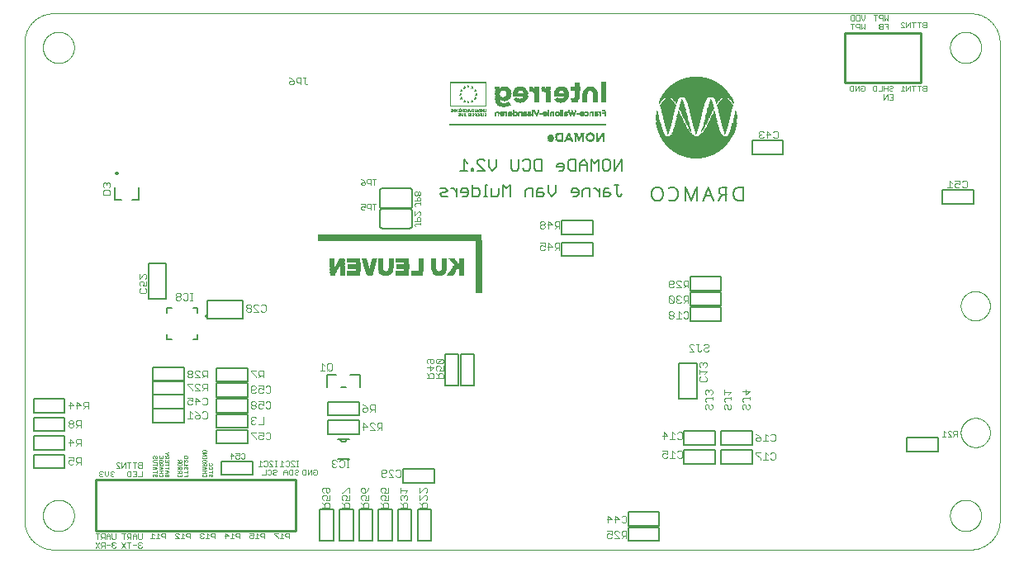
<source format=gbo>
G75*
%MOIN*%
%OFA0B0*%
%FSLAX25Y25*%
%IPPOS*%
%LPD*%
%AMOC8*
5,1,8,0,0,1.08239X$1,22.5*
%
%ADD10C,0.00000*%
%ADD11R,0.00715X0.00065*%
%ADD12R,0.00780X0.00065*%
%ADD13R,0.00910X0.00065*%
%ADD14R,0.01430X0.00065*%
%ADD15R,0.00845X0.00065*%
%ADD16R,0.00715X0.00065*%
%ADD17R,0.00845X0.00065*%
%ADD18R,0.01365X0.00065*%
%ADD19R,0.00780X0.00065*%
%ADD20R,0.01885X0.00065*%
%ADD21R,0.01235X0.00065*%
%ADD22R,0.01625X0.00065*%
%ADD23R,0.02145X0.00065*%
%ADD24R,0.01495X0.00065*%
%ADD25R,0.00910X0.00065*%
%ADD26R,0.00845X0.00065*%
%ADD27R,0.02275X0.00065*%
%ADD28R,0.01690X0.00065*%
%ADD29R,0.00975X0.00065*%
%ADD30R,0.02080X0.00065*%
%ADD31R,0.02405X0.00065*%
%ADD32R,0.01040X0.00065*%
%ADD33R,0.02275X0.00065*%
%ADD34R,0.00455X0.00065*%
%ADD35R,0.02470X0.00065*%
%ADD36R,0.02015X0.00065*%
%ADD37R,0.01040X0.00065*%
%ADD38R,0.02470X0.00065*%
%ADD39R,0.00585X0.00065*%
%ADD40R,0.02600X0.00065*%
%ADD41R,0.01105X0.00065*%
%ADD42R,0.02665X0.00065*%
%ADD43R,0.01170X0.00065*%
%ADD44R,0.02730X0.00065*%
%ADD45R,0.02860X0.00065*%
%ADD46R,0.02795X0.00065*%
%ADD47R,0.00520X0.00065*%
%ADD48R,0.01235X0.00065*%
%ADD49R,0.01170X0.00065*%
%ADD50R,0.01105X0.00065*%
%ADD51R,0.00845X0.00065*%
%ADD52R,0.01300X0.00065*%
%ADD53R,0.00325X0.00065*%
%ADD54R,0.01300X0.00065*%
%ADD55R,0.01040X0.00065*%
%ADD56R,0.00130X0.00065*%
%ADD57R,0.01365X0.00065*%
%ADD58R,0.03055X0.00065*%
%ADD59R,0.01430X0.00065*%
%ADD60R,0.02990X0.00065*%
%ADD61R,0.02925X0.00065*%
%ADD62R,0.01495X0.00065*%
%ADD63R,0.02860X0.00065*%
%ADD64R,0.01560X0.00065*%
%ADD65R,0.02795X0.00065*%
%ADD66R,0.00650X0.00065*%
%ADD67R,0.01690X0.00065*%
%ADD68R,0.00715X0.00065*%
%ADD69R,0.02600X0.00065*%
%ADD70R,0.00715X0.00065*%
%ADD71R,0.01495X0.00065*%
%ADD72R,0.02535X0.00065*%
%ADD73R,0.01625X0.00065*%
%ADD74R,0.01560X0.00065*%
%ADD75R,0.01755X0.00065*%
%ADD76R,0.01365X0.00065*%
%ADD77R,0.00975X0.00065*%
%ADD78R,0.01495X0.00065*%
%ADD79R,0.01170X0.00065*%
%ADD80R,0.02795X0.00065*%
%ADD81R,0.01170X0.00065*%
%ADD82R,0.02730X0.00065*%
%ADD83R,0.02340X0.00065*%
%ADD84R,0.02470X0.00065*%
%ADD85R,0.02210X0.00065*%
%ADD86R,0.62660X0.00065*%
%ADD87R,0.62985X0.00065*%
%ADD88R,0.63050X0.00065*%
%ADD89R,0.63115X0.00065*%
%ADD90R,0.63115X0.00065*%
%ADD91R,0.62855X0.00065*%
%ADD92R,0.00260X0.00065*%
%ADD93R,0.00195X0.00065*%
%ADD94R,0.00325X0.00065*%
%ADD95R,0.00390X0.00065*%
%ADD96R,0.00390X0.00065*%
%ADD97R,0.00455X0.00065*%
%ADD98R,0.00520X0.00065*%
%ADD99R,0.00390X0.00065*%
%ADD100R,0.01040X0.00065*%
%ADD101R,0.00390X0.00065*%
%ADD102R,0.00520X0.00065*%
%ADD103R,0.00130X0.00065*%
%ADD104R,0.00195X0.00065*%
%ADD105R,0.00195X0.00065*%
%ADD106R,0.00195X0.00065*%
%ADD107R,0.00065X0.00065*%
%ADD108R,0.00065X0.00065*%
%ADD109R,0.00650X0.00065*%
%ADD110R,0.00520X0.00065*%
%ADD111R,0.00065X0.00065*%
%ADD112R,0.01755X0.00065*%
%ADD113R,0.01690X0.00065*%
%ADD114R,0.01690X0.00065*%
%ADD115R,0.00260X0.00065*%
%ADD116R,0.00585X0.00065*%
%ADD117R,0.00065X0.00065*%
%ADD118R,0.14690X0.00065*%
%ADD119R,0.03380X0.00065*%
%ADD120R,0.14690X0.00065*%
%ADD121R,0.03770X0.00065*%
%ADD122R,0.04095X0.00065*%
%ADD123R,0.04355X0.00065*%
%ADD124R,0.04680X0.00065*%
%ADD125R,0.04875X0.00065*%
%ADD126R,0.05070X0.00065*%
%ADD127R,0.05200X0.00065*%
%ADD128R,0.05265X0.00065*%
%ADD129R,0.05265X0.00065*%
%ADD130R,0.05330X0.00065*%
%ADD131R,0.05395X0.00065*%
%ADD132R,0.05395X0.00065*%
%ADD133R,0.02210X0.00065*%
%ADD134R,0.02145X0.00065*%
%ADD135R,0.01950X0.00065*%
%ADD136R,0.02080X0.00065*%
%ADD137R,0.01885X0.00065*%
%ADD138R,0.02015X0.00065*%
%ADD139R,0.01820X0.00065*%
%ADD140R,0.03120X0.00065*%
%ADD141R,0.03120X0.00065*%
%ADD142R,0.03380X0.00065*%
%ADD143R,0.03315X0.00065*%
%ADD144R,0.02665X0.00065*%
%ADD145R,0.03510X0.00065*%
%ADD146R,0.03770X0.00065*%
%ADD147R,0.03900X0.00065*%
%ADD148R,0.04225X0.00065*%
%ADD149R,0.02925X0.00065*%
%ADD150R,0.04420X0.00065*%
%ADD151R,0.04420X0.00065*%
%ADD152R,0.04550X0.00065*%
%ADD153R,0.04810X0.00065*%
%ADD154R,0.04745X0.00065*%
%ADD155R,0.04875X0.00065*%
%ADD156R,0.02990X0.00065*%
%ADD157R,0.05005X0.00065*%
%ADD158R,0.03120X0.00065*%
%ADD159R,0.05005X0.00065*%
%ADD160R,0.03250X0.00065*%
%ADD161R,0.04940X0.00065*%
%ADD162R,0.04940X0.00065*%
%ADD163R,0.03510X0.00065*%
%ADD164R,0.02015X0.00065*%
%ADD165R,0.03640X0.00065*%
%ADD166R,0.03055X0.00065*%
%ADD167R,0.03770X0.00065*%
%ADD168R,0.05785X0.00065*%
%ADD169R,0.05850X0.00065*%
%ADD170R,0.05915X0.00065*%
%ADD171R,0.01820X0.00065*%
%ADD172R,0.05915X0.00065*%
%ADD173R,0.01820X0.00065*%
%ADD174R,0.05980X0.00065*%
%ADD175R,0.06045X0.00065*%
%ADD176R,0.06110X0.00065*%
%ADD177R,0.02535X0.00065*%
%ADD178R,0.05980X0.00065*%
%ADD179R,0.01950X0.00065*%
%ADD180R,0.02015X0.00065*%
%ADD181R,0.01820X0.00065*%
%ADD182R,0.02340X0.00065*%
%ADD183R,0.03185X0.00065*%
%ADD184R,0.03640X0.00065*%
%ADD185R,0.03705X0.00065*%
%ADD186R,0.03640X0.00065*%
%ADD187R,0.03705X0.00065*%
%ADD188R,0.02145X0.00065*%
%ADD189R,0.02405X0.00065*%
%ADD190R,0.02665X0.00065*%
%ADD191R,0.04810X0.00065*%
%ADD192R,0.03900X0.00065*%
%ADD193R,0.04940X0.00065*%
%ADD194R,0.06045X0.00065*%
%ADD195R,0.04615X0.00065*%
%ADD196R,0.04745X0.00065*%
%ADD197R,0.04420X0.00065*%
%ADD198R,0.04290X0.00065*%
%ADD199R,0.04485X0.00065*%
%ADD200R,0.05850X0.00065*%
%ADD201R,0.04160X0.00065*%
%ADD202R,0.04030X0.00065*%
%ADD203R,0.04095X0.00065*%
%ADD204R,0.03965X0.00065*%
%ADD205R,0.03640X0.00065*%
%ADD206R,0.03835X0.00065*%
%ADD207R,0.03445X0.00065*%
%ADD208R,0.03445X0.00065*%
%ADD209R,0.00840X0.00040*%
%ADD210R,0.00720X0.00040*%
%ADD211R,0.01440X0.00040*%
%ADD212R,0.01200X0.00040*%
%ADD213R,0.01840X0.00040*%
%ADD214R,0.00400X0.00040*%
%ADD215R,0.00440X0.00040*%
%ADD216R,0.00440X0.00040*%
%ADD217R,0.00480X0.00040*%
%ADD218R,0.00240X0.00040*%
%ADD219R,0.00360X0.00040*%
%ADD220R,0.01840X0.00040*%
%ADD221R,0.01520X0.00040*%
%ADD222R,0.02120X0.00040*%
%ADD223R,0.00320X0.00040*%
%ADD224R,0.02120X0.00040*%
%ADD225R,0.01800X0.00040*%
%ADD226R,0.02320X0.00040*%
%ADD227R,0.02400X0.00040*%
%ADD228R,0.02000X0.00040*%
%ADD229R,0.02480X0.00040*%
%ADD230R,0.00400X0.00040*%
%ADD231R,0.00440X0.00040*%
%ADD232R,0.00360X0.00040*%
%ADD233R,0.02520X0.00040*%
%ADD234R,0.02240X0.00040*%
%ADD235R,0.02600X0.00040*%
%ADD236R,0.02720X0.00040*%
%ADD237R,0.02680X0.00040*%
%ADD238R,0.02520X0.00040*%
%ADD239R,0.02840X0.00040*%
%ADD240R,0.02760X0.00040*%
%ADD241R,0.02640X0.00040*%
%ADD242R,0.02920X0.00040*%
%ADD243R,0.01160X0.00040*%
%ADD244R,0.00880X0.00040*%
%ADD245R,0.03000X0.00040*%
%ADD246R,0.00480X0.00040*%
%ADD247R,0.00520X0.00040*%
%ADD248R,0.01000X0.00040*%
%ADD249R,0.00560X0.00040*%
%ADD250R,0.00920X0.00040*%
%ADD251R,0.00560X0.00040*%
%ADD252R,0.00320X0.00040*%
%ADD253R,0.00840X0.00040*%
%ADD254R,0.01000X0.00040*%
%ADD255R,0.00600X0.00040*%
%ADD256R,0.00160X0.00040*%
%ADD257R,0.00760X0.00040*%
%ADD258R,0.00920X0.00040*%
%ADD259R,0.00640X0.00040*%
%ADD260R,0.00720X0.00040*%
%ADD261R,0.00680X0.00040*%
%ADD262R,0.00720X0.00040*%
%ADD263R,0.00640X0.00040*%
%ADD264R,0.00800X0.00040*%
%ADD265R,0.00680X0.00040*%
%ADD266R,0.00600X0.00040*%
%ADD267R,0.00800X0.00040*%
%ADD268R,0.00520X0.00040*%
%ADD269R,0.00640X0.00040*%
%ADD270R,0.00440X0.00040*%
%ADD271R,0.00520X0.00040*%
%ADD272R,0.00520X0.00040*%
%ADD273R,0.03120X0.00040*%
%ADD274R,0.03040X0.00040*%
%ADD275R,0.03040X0.00040*%
%ADD276R,0.03000X0.00040*%
%ADD277R,0.02960X0.00040*%
%ADD278R,0.02880X0.00040*%
%ADD279R,0.02240X0.00040*%
%ADD280R,0.02200X0.00040*%
%ADD281R,0.02200X0.00040*%
%ADD282R,0.02360X0.00040*%
%ADD283R,0.02440X0.00040*%
%ADD284R,0.02560X0.00040*%
%ADD285R,0.02640X0.00040*%
%ADD286R,0.00040X0.00040*%
%ADD287R,0.00880X0.00040*%
%ADD288R,0.00320X0.00040*%
%ADD289R,0.00720X0.00040*%
%ADD290R,0.00240X0.00040*%
%ADD291R,0.00960X0.00040*%
%ADD292R,0.01080X0.00040*%
%ADD293R,0.01280X0.00040*%
%ADD294R,0.03040X0.00040*%
%ADD295R,0.02800X0.00040*%
%ADD296R,0.01040X0.00040*%
%ADD297R,0.02960X0.00040*%
%ADD298R,0.02720X0.00040*%
%ADD299R,0.01200X0.00040*%
%ADD300R,0.01120X0.00040*%
%ADD301R,0.02800X0.00040*%
%ADD302R,0.02840X0.00040*%
%ADD303R,0.02480X0.00040*%
%ADD304R,0.02400X0.00040*%
%ADD305R,0.00320X0.00040*%
%ADD306R,0.02120X0.00040*%
%ADD307R,0.02000X0.00040*%
%ADD308R,0.02160X0.00040*%
%ADD309R,0.01880X0.00040*%
%ADD310R,0.01720X0.00040*%
%ADD311R,0.01600X0.00040*%
%ADD312R,0.00280X0.00040*%
%ADD313R,0.03880X0.00040*%
%ADD314R,0.04480X0.00040*%
%ADD315R,0.05040X0.00040*%
%ADD316R,0.05520X0.00040*%
%ADD317R,0.06000X0.00040*%
%ADD318R,0.06400X0.00040*%
%ADD319R,0.06800X0.00040*%
%ADD320R,0.07160X0.00040*%
%ADD321R,0.07520X0.00040*%
%ADD322R,0.07840X0.00040*%
%ADD323R,0.08160X0.00040*%
%ADD324R,0.08440X0.00040*%
%ADD325R,0.08760X0.00040*%
%ADD326R,0.09040X0.00040*%
%ADD327R,0.09280X0.00040*%
%ADD328R,0.09560X0.00040*%
%ADD329R,0.09840X0.00040*%
%ADD330R,0.10080X0.00040*%
%ADD331R,0.10320X0.00040*%
%ADD332R,0.10560X0.00040*%
%ADD333R,0.10800X0.00040*%
%ADD334R,0.11000X0.00040*%
%ADD335R,0.11240X0.00040*%
%ADD336R,0.11440X0.00040*%
%ADD337R,0.11680X0.00040*%
%ADD338R,0.11880X0.00040*%
%ADD339R,0.12080X0.00040*%
%ADD340R,0.12280X0.00040*%
%ADD341R,0.12480X0.00040*%
%ADD342R,0.12680X0.00040*%
%ADD343R,0.12840X0.00040*%
%ADD344R,0.13040X0.00040*%
%ADD345R,0.13240X0.00040*%
%ADD346R,0.13400X0.00040*%
%ADD347R,0.13600X0.00040*%
%ADD348R,0.13760X0.00040*%
%ADD349R,0.13920X0.00040*%
%ADD350R,0.14080X0.00040*%
%ADD351R,0.14280X0.00040*%
%ADD352R,0.14440X0.00040*%
%ADD353R,0.14600X0.00040*%
%ADD354R,0.14760X0.00040*%
%ADD355R,0.14920X0.00040*%
%ADD356R,0.15040X0.00040*%
%ADD357R,0.15200X0.00040*%
%ADD358R,0.15360X0.00040*%
%ADD359R,0.15520X0.00040*%
%ADD360R,0.15680X0.00040*%
%ADD361R,0.15800X0.00040*%
%ADD362R,0.15960X0.00040*%
%ADD363R,0.16120X0.00040*%
%ADD364R,0.16240X0.00040*%
%ADD365R,0.16360X0.00040*%
%ADD366R,0.16520X0.00040*%
%ADD367R,0.16640X0.00040*%
%ADD368R,0.16800X0.00040*%
%ADD369R,0.16920X0.00040*%
%ADD370R,0.17040X0.00040*%
%ADD371R,0.17200X0.00040*%
%ADD372R,0.17320X0.00040*%
%ADD373R,0.17440X0.00040*%
%ADD374R,0.17560X0.00040*%
%ADD375R,0.17680X0.00040*%
%ADD376R,0.17800X0.00040*%
%ADD377R,0.17920X0.00040*%
%ADD378R,0.18040X0.00040*%
%ADD379R,0.18200X0.00040*%
%ADD380R,0.18280X0.00040*%
%ADD381R,0.18400X0.00040*%
%ADD382R,0.18520X0.00040*%
%ADD383R,0.18640X0.00040*%
%ADD384R,0.18760X0.00040*%
%ADD385R,0.18880X0.00040*%
%ADD386R,0.19000X0.00040*%
%ADD387R,0.19120X0.00040*%
%ADD388R,0.19200X0.00040*%
%ADD389R,0.19320X0.00040*%
%ADD390R,0.19440X0.00040*%
%ADD391R,0.19560X0.00040*%
%ADD392R,0.19640X0.00040*%
%ADD393R,0.19760X0.00040*%
%ADD394R,0.19840X0.00040*%
%ADD395R,0.19960X0.00040*%
%ADD396R,0.20080X0.00040*%
%ADD397R,0.20160X0.00040*%
%ADD398R,0.20280X0.00040*%
%ADD399R,0.20360X0.00040*%
%ADD400R,0.20480X0.00040*%
%ADD401R,0.20560X0.00040*%
%ADD402R,0.20680X0.00040*%
%ADD403R,0.20760X0.00040*%
%ADD404R,0.20880X0.00040*%
%ADD405R,0.20960X0.00040*%
%ADD406R,0.21040X0.00040*%
%ADD407R,0.21160X0.00040*%
%ADD408R,0.21240X0.00040*%
%ADD409R,0.21320X0.00040*%
%ADD410R,0.21440X0.00040*%
%ADD411R,0.21520X0.00040*%
%ADD412R,0.21600X0.00040*%
%ADD413R,0.21720X0.00040*%
%ADD414R,0.21800X0.00040*%
%ADD415R,0.21880X0.00040*%
%ADD416R,0.21960X0.00040*%
%ADD417R,0.22080X0.00040*%
%ADD418R,0.22160X0.00040*%
%ADD419R,0.22240X0.00040*%
%ADD420R,0.22320X0.00040*%
%ADD421R,0.22400X0.00040*%
%ADD422R,0.22480X0.00040*%
%ADD423R,0.22600X0.00040*%
%ADD424R,0.22680X0.00040*%
%ADD425R,0.22760X0.00040*%
%ADD426R,0.22840X0.00040*%
%ADD427R,0.22920X0.00040*%
%ADD428R,0.23000X0.00040*%
%ADD429R,0.23080X0.00040*%
%ADD430R,0.23160X0.00040*%
%ADD431R,0.23240X0.00040*%
%ADD432R,0.23320X0.00040*%
%ADD433R,0.23400X0.00040*%
%ADD434R,0.23480X0.00040*%
%ADD435R,0.23560X0.00040*%
%ADD436R,0.23640X0.00040*%
%ADD437R,0.23720X0.00040*%
%ADD438R,0.23760X0.00040*%
%ADD439R,0.23840X0.00040*%
%ADD440R,0.23920X0.00040*%
%ADD441R,0.24000X0.00040*%
%ADD442R,0.24080X0.00040*%
%ADD443R,0.24160X0.00040*%
%ADD444R,0.24200X0.00040*%
%ADD445R,0.24280X0.00040*%
%ADD446R,0.24360X0.00040*%
%ADD447R,0.24440X0.00040*%
%ADD448R,0.24520X0.00040*%
%ADD449R,0.24560X0.00040*%
%ADD450R,0.24640X0.00040*%
%ADD451R,0.24720X0.00040*%
%ADD452R,0.24800X0.00040*%
%ADD453R,0.24840X0.00040*%
%ADD454R,0.24920X0.00040*%
%ADD455R,0.25000X0.00040*%
%ADD456R,0.25080X0.00040*%
%ADD457R,0.25120X0.00040*%
%ADD458R,0.25200X0.00040*%
%ADD459R,0.25240X0.00040*%
%ADD460R,0.25320X0.00040*%
%ADD461R,0.25400X0.00040*%
%ADD462R,0.25440X0.00040*%
%ADD463R,0.25520X0.00040*%
%ADD464R,0.25560X0.00040*%
%ADD465R,0.25640X0.00040*%
%ADD466R,0.25720X0.00040*%
%ADD467R,0.25760X0.00040*%
%ADD468R,0.25840X0.00040*%
%ADD469R,0.25880X0.00040*%
%ADD470R,0.25960X0.00040*%
%ADD471R,0.26040X0.00040*%
%ADD472R,0.26080X0.00040*%
%ADD473R,0.26120X0.00040*%
%ADD474R,0.26200X0.00040*%
%ADD475R,0.26280X0.00040*%
%ADD476R,0.26320X0.00040*%
%ADD477R,0.26360X0.00040*%
%ADD478R,0.26440X0.00040*%
%ADD479R,0.26520X0.00040*%
%ADD480R,0.26560X0.00040*%
%ADD481R,0.26600X0.00040*%
%ADD482R,0.26680X0.00040*%
%ADD483R,0.26720X0.00040*%
%ADD484R,0.26800X0.00040*%
%ADD485R,0.26840X0.00040*%
%ADD486R,0.26880X0.00040*%
%ADD487R,0.26960X0.00040*%
%ADD488R,0.27000X0.00040*%
%ADD489R,0.27080X0.00040*%
%ADD490R,0.27120X0.00040*%
%ADD491R,0.27160X0.00040*%
%ADD492R,0.27240X0.00040*%
%ADD493R,0.27280X0.00040*%
%ADD494R,0.27320X0.00040*%
%ADD495R,0.27400X0.00040*%
%ADD496R,0.27440X0.00040*%
%ADD497R,0.27480X0.00040*%
%ADD498R,0.27560X0.00040*%
%ADD499R,0.27600X0.00040*%
%ADD500R,0.27640X0.00040*%
%ADD501R,0.27680X0.00040*%
%ADD502R,0.27720X0.00040*%
%ADD503R,0.27800X0.00040*%
%ADD504R,0.27840X0.00040*%
%ADD505R,0.27880X0.00040*%
%ADD506R,0.27960X0.00040*%
%ADD507R,0.28000X0.00040*%
%ADD508R,0.28040X0.00040*%
%ADD509R,0.28080X0.00040*%
%ADD510R,0.28120X0.00040*%
%ADD511R,0.28200X0.00040*%
%ADD512R,0.28240X0.00040*%
%ADD513R,0.28280X0.00040*%
%ADD514R,0.28320X0.00040*%
%ADD515R,0.28360X0.00040*%
%ADD516R,0.28400X0.00040*%
%ADD517R,0.28440X0.00040*%
%ADD518R,0.28520X0.00040*%
%ADD519R,0.28560X0.00040*%
%ADD520R,0.28600X0.00040*%
%ADD521R,0.28640X0.00040*%
%ADD522R,0.28680X0.00040*%
%ADD523R,0.28720X0.00040*%
%ADD524R,0.28760X0.00040*%
%ADD525R,0.28800X0.00040*%
%ADD526R,0.28840X0.00040*%
%ADD527R,0.28920X0.00040*%
%ADD528R,0.10960X0.00040*%
%ADD529R,0.10520X0.00040*%
%ADD530R,0.10520X0.00040*%
%ADD531R,0.02520X0.00040*%
%ADD532R,0.10200X0.00040*%
%ADD533R,0.10000X0.00040*%
%ADD534R,0.02320X0.00040*%
%ADD535R,0.09800X0.00040*%
%ADD536R,0.09680X0.00040*%
%ADD537R,0.02120X0.00040*%
%ADD538R,0.09560X0.00040*%
%ADD539R,0.02040X0.00040*%
%ADD540R,0.09480X0.00040*%
%ADD541R,0.09440X0.00040*%
%ADD542R,0.09360X0.00040*%
%ADD543R,0.09320X0.00040*%
%ADD544R,0.02080X0.00040*%
%ADD545R,0.09240X0.00040*%
%ADD546R,0.09240X0.00040*%
%ADD547R,0.09160X0.00040*%
%ADD548R,0.01960X0.00040*%
%ADD549R,0.09080X0.00040*%
%ADD550R,0.01960X0.00040*%
%ADD551R,0.09000X0.00040*%
%ADD552R,0.01920X0.00040*%
%ADD553R,0.08960X0.00040*%
%ADD554R,0.08920X0.00040*%
%ADD555R,0.01920X0.00040*%
%ADD556R,0.08840X0.00040*%
%ADD557R,0.08800X0.00040*%
%ADD558R,0.08760X0.00040*%
%ADD559R,0.01920X0.00040*%
%ADD560R,0.08640X0.00040*%
%ADD561R,0.01920X0.00040*%
%ADD562R,0.08600X0.00040*%
%ADD563R,0.08560X0.00040*%
%ADD564R,0.08480X0.00040*%
%ADD565R,0.08440X0.00040*%
%ADD566R,0.08400X0.00040*%
%ADD567R,0.08360X0.00040*%
%ADD568R,0.08320X0.00040*%
%ADD569R,0.01880X0.00040*%
%ADD570R,0.08240X0.00040*%
%ADD571R,0.08120X0.00040*%
%ADD572R,0.08080X0.00040*%
%ADD573R,0.08040X0.00040*%
%ADD574R,0.08000X0.00040*%
%ADD575R,0.07960X0.00040*%
%ADD576R,0.01840X0.00040*%
%ADD577R,0.07920X0.00040*%
%ADD578R,0.07920X0.00040*%
%ADD579R,0.07880X0.00040*%
%ADD580R,0.07840X0.00040*%
%ADD581R,0.00080X0.00040*%
%ADD582R,0.07800X0.00040*%
%ADD583R,0.00120X0.00040*%
%ADD584R,0.07760X0.00040*%
%ADD585R,0.07720X0.00040*%
%ADD586R,0.00120X0.00040*%
%ADD587R,0.07640X0.00040*%
%ADD588R,0.07680X0.00040*%
%ADD589R,0.01800X0.00040*%
%ADD590R,0.00200X0.00040*%
%ADD591R,0.07640X0.00040*%
%ADD592R,0.07600X0.00040*%
%ADD593R,0.00240X0.00040*%
%ADD594R,0.07560X0.00040*%
%ADD595R,0.07520X0.00040*%
%ADD596R,0.07480X0.00040*%
%ADD597R,0.07440X0.00040*%
%ADD598R,0.07400X0.00040*%
%ADD599R,0.07360X0.00040*%
%ADD600R,0.07320X0.00040*%
%ADD601R,0.07320X0.00040*%
%ADD602R,0.01840X0.00040*%
%ADD603R,0.07280X0.00040*%
%ADD604R,0.07240X0.00040*%
%ADD605R,0.07200X0.00040*%
%ADD606R,0.07160X0.00040*%
%ADD607R,0.07120X0.00040*%
%ADD608R,0.07120X0.00040*%
%ADD609R,0.07080X0.00040*%
%ADD610R,0.07040X0.00040*%
%ADD611R,0.07000X0.00040*%
%ADD612R,0.06960X0.00040*%
%ADD613R,0.06920X0.00040*%
%ADD614R,0.06920X0.00040*%
%ADD615R,0.06880X0.00040*%
%ADD616R,0.06840X0.00040*%
%ADD617R,0.00760X0.00040*%
%ADD618R,0.06840X0.00040*%
%ADD619R,0.06760X0.00040*%
%ADD620R,0.06720X0.00040*%
%ADD621R,0.00040X0.00040*%
%ADD622R,0.06720X0.00040*%
%ADD623R,0.06680X0.00040*%
%ADD624R,0.06640X0.00040*%
%ADD625R,0.06600X0.00040*%
%ADD626R,0.00120X0.00040*%
%ADD627R,0.00080X0.00040*%
%ADD628R,0.00920X0.00040*%
%ADD629R,0.06560X0.00040*%
%ADD630R,0.06520X0.00040*%
%ADD631R,0.06520X0.00040*%
%ADD632R,0.06480X0.00040*%
%ADD633R,0.06440X0.00040*%
%ADD634R,0.01040X0.00040*%
%ADD635R,0.06360X0.00040*%
%ADD636R,0.00160X0.00040*%
%ADD637R,0.06320X0.00040*%
%ADD638R,0.00200X0.00040*%
%ADD639R,0.06360X0.00040*%
%ADD640R,0.01120X0.00040*%
%ADD641R,0.01120X0.00040*%
%ADD642R,0.06280X0.00040*%
%ADD643R,0.06240X0.00040*%
%ADD644R,0.06200X0.00040*%
%ADD645R,0.06200X0.00040*%
%ADD646R,0.00240X0.00040*%
%ADD647R,0.06160X0.00040*%
%ADD648R,0.01240X0.00040*%
%ADD649R,0.06120X0.00040*%
%ADD650R,0.06120X0.00040*%
%ADD651R,0.06080X0.00040*%
%ADD652R,0.06040X0.00040*%
%ADD653R,0.01320X0.00040*%
%ADD654R,0.01320X0.00040*%
%ADD655R,0.05960X0.00040*%
%ADD656R,0.01320X0.00040*%
%ADD657R,0.01360X0.00040*%
%ADD658R,0.05960X0.00040*%
%ADD659R,0.05920X0.00040*%
%ADD660R,0.01400X0.00040*%
%ADD661R,0.05880X0.00040*%
%ADD662R,0.05840X0.00040*%
%ADD663R,0.05800X0.00040*%
%ADD664R,0.01480X0.00040*%
%ADD665R,0.05760X0.00040*%
%ADD666R,0.01440X0.00040*%
%ADD667R,0.01480X0.00040*%
%ADD668R,0.05720X0.00040*%
%ADD669R,0.05760X0.00040*%
%ADD670R,0.01760X0.00040*%
%ADD671R,0.01520X0.00040*%
%ADD672R,0.05680X0.00040*%
%ADD673R,0.01560X0.00040*%
%ADD674R,0.05640X0.00040*%
%ADD675R,0.01760X0.00040*%
%ADD676R,0.01600X0.00040*%
%ADD677R,0.05600X0.00040*%
%ADD678R,0.05560X0.00040*%
%ADD679R,0.05560X0.00040*%
%ADD680R,0.05520X0.00040*%
%ADD681R,0.01640X0.00040*%
%ADD682R,0.05480X0.00040*%
%ADD683R,0.01680X0.00040*%
%ADD684R,0.05440X0.00040*%
%ADD685R,0.05440X0.00040*%
%ADD686R,0.01720X0.00040*%
%ADD687R,0.05400X0.00040*%
%ADD688R,0.01720X0.00040*%
%ADD689R,0.05360X0.00040*%
%ADD690R,0.05320X0.00040*%
%ADD691R,0.05280X0.00040*%
%ADD692R,0.05240X0.00040*%
%ADD693R,0.05240X0.00040*%
%ADD694R,0.05200X0.00040*%
%ADD695R,0.05200X0.00040*%
%ADD696R,0.05160X0.00040*%
%ADD697R,0.05120X0.00040*%
%ADD698R,0.05120X0.00040*%
%ADD699R,0.05080X0.00040*%
%ADD700R,0.05000X0.00040*%
%ADD701R,0.05040X0.00040*%
%ADD702R,0.04960X0.00040*%
%ADD703R,0.04920X0.00040*%
%ADD704R,0.04920X0.00040*%
%ADD705R,0.02040X0.00040*%
%ADD706R,0.04880X0.00040*%
%ADD707R,0.02080X0.00040*%
%ADD708R,0.04880X0.00040*%
%ADD709R,0.04840X0.00040*%
%ADD710R,0.04800X0.00040*%
%ADD711R,0.04760X0.00040*%
%ADD712R,0.04720X0.00040*%
%ADD713R,0.04720X0.00040*%
%ADD714R,0.02160X0.00040*%
%ADD715R,0.04680X0.00040*%
%ADD716R,0.04680X0.00040*%
%ADD717R,0.04640X0.00040*%
%ADD718R,0.04600X0.00040*%
%ADD719R,0.02280X0.00040*%
%ADD720R,0.04560X0.00040*%
%ADD721R,0.02280X0.00040*%
%ADD722R,0.04560X0.00040*%
%ADD723R,0.04520X0.00040*%
%ADD724R,0.04440X0.00040*%
%ADD725R,0.04400X0.00040*%
%ADD726R,0.04400X0.00040*%
%ADD727R,0.00840X0.00040*%
%ADD728R,0.04360X0.00040*%
%ADD729R,0.04360X0.00040*%
%ADD730R,0.04320X0.00040*%
%ADD731R,0.00840X0.00040*%
%ADD732R,0.04320X0.00040*%
%ADD733R,0.04280X0.00040*%
%ADD734R,0.01720X0.00040*%
%ADD735R,0.04240X0.00040*%
%ADD736R,0.04240X0.00040*%
%ADD737R,0.04200X0.00040*%
%ADD738R,0.04200X0.00040*%
%ADD739R,0.02520X0.00040*%
%ADD740R,0.04160X0.00040*%
%ADD741R,0.04120X0.00040*%
%ADD742R,0.04080X0.00040*%
%ADD743R,0.02600X0.00040*%
%ADD744R,0.04080X0.00040*%
%ADD745R,0.00960X0.00040*%
%ADD746R,0.04040X0.00040*%
%ADD747R,0.04000X0.00040*%
%ADD748R,0.03960X0.00040*%
%ADD749R,0.02720X0.00040*%
%ADD750R,0.03920X0.00040*%
%ADD751R,0.01040X0.00040*%
%ADD752R,0.03920X0.00040*%
%ADD753R,0.02720X0.00040*%
%ADD754R,0.03920X0.00040*%
%ADD755R,0.03840X0.00040*%
%ADD756R,0.03800X0.00040*%
%ADD757R,0.03760X0.00040*%
%ADD758R,0.01640X0.00040*%
%ADD759R,0.03800X0.00040*%
%ADD760R,0.01080X0.00040*%
%ADD761R,0.03760X0.00040*%
%ADD762R,0.01640X0.00040*%
%ADD763R,0.03720X0.00040*%
%ADD764R,0.01040X0.00040*%
%ADD765R,0.03720X0.00040*%
%ADD766R,0.03680X0.00040*%
%ADD767R,0.03640X0.00040*%
%ADD768R,0.01640X0.00040*%
%ADD769R,0.02920X0.00040*%
%ADD770R,0.03600X0.00040*%
%ADD771R,0.02920X0.00040*%
%ADD772R,0.03600X0.00040*%
%ADD773R,0.02920X0.00040*%
%ADD774R,0.03560X0.00040*%
%ADD775R,0.03520X0.00040*%
%ADD776R,0.03480X0.00040*%
%ADD777R,0.03480X0.00040*%
%ADD778R,0.01160X0.00040*%
%ADD779R,0.03440X0.00040*%
%ADD780R,0.03400X0.00040*%
%ADD781R,0.03080X0.00040*%
%ADD782R,0.03360X0.00040*%
%ADD783R,0.03120X0.00040*%
%ADD784R,0.03320X0.00040*%
%ADD785R,0.03120X0.00040*%
%ADD786R,0.03280X0.00040*%
%ADD787R,0.03320X0.00040*%
%ADD788R,0.03120X0.00040*%
%ADD789R,0.03280X0.00040*%
%ADD790R,0.03160X0.00040*%
%ADD791R,0.03240X0.00040*%
%ADD792R,0.03200X0.00040*%
%ADD793R,0.01560X0.00040*%
%ADD794R,0.03200X0.00040*%
%ADD795R,0.01240X0.00040*%
%ADD796R,0.01280X0.00040*%
%ADD797R,0.03160X0.00040*%
%ADD798R,0.01240X0.00040*%
%ADD799R,0.01320X0.00040*%
%ADD800R,0.01520X0.00040*%
%ADD801R,0.03320X0.00040*%
%ADD802R,0.03320X0.00040*%
%ADD803R,0.03400X0.00040*%
%ADD804R,0.02880X0.00040*%
%ADD805R,0.01360X0.00040*%
%ADD806R,0.01520X0.00040*%
%ADD807R,0.01400X0.00040*%
%ADD808R,0.03520X0.00040*%
%ADD809R,0.03520X0.00040*%
%ADD810R,0.02560X0.00040*%
%ADD811R,0.03640X0.00040*%
%ADD812R,0.01440X0.00040*%
%ADD813R,0.02440X0.00040*%
%ADD814R,0.03720X0.00040*%
%ADD815R,0.03680X0.00040*%
%ADD816R,0.02440X0.00040*%
%ADD817R,0.03880X0.00040*%
%ADD818R,0.03920X0.00040*%
%ADD819R,0.03960X0.00040*%
%ADD820R,0.04000X0.00040*%
%ADD821R,0.01680X0.00040*%
%ADD822R,0.04120X0.00040*%
%ADD823R,0.04160X0.00040*%
%ADD824R,0.04240X0.00040*%
%ADD825R,0.04280X0.00040*%
%ADD826R,0.04440X0.00040*%
%ADD827R,0.04520X0.00040*%
%ADD828R,0.00920X0.00040*%
%ADD829R,0.04640X0.00040*%
%ADD830R,0.04720X0.00040*%
%ADD831R,0.04760X0.00040*%
%ADD832R,0.04840X0.00040*%
%ADD833R,0.04840X0.00040*%
%ADD834R,0.02040X0.00040*%
%ADD835R,0.04920X0.00040*%
%ADD836R,0.04920X0.00040*%
%ADD837R,0.00280X0.00040*%
%ADD838R,0.05120X0.00040*%
%ADD839R,0.05120X0.00040*%
%ADD840R,0.00120X0.00040*%
%ADD841R,0.02240X0.00040*%
%ADD842R,0.05320X0.00040*%
%ADD843R,0.05320X0.00040*%
%ADD844R,0.02320X0.00040*%
%ADD845R,0.02320X0.00040*%
%ADD846R,0.05320X0.00040*%
%ADD847R,0.05400X0.00040*%
%ADD848R,0.05440X0.00040*%
%ADD849R,0.02360X0.00040*%
%ADD850R,0.05520X0.00040*%
%ADD851R,0.05520X0.00040*%
%ADD852R,0.02440X0.00040*%
%ADD853R,0.05600X0.00040*%
%ADD854R,0.05640X0.00040*%
%ADD855R,0.05720X0.00040*%
%ADD856R,0.05720X0.00040*%
%ADD857R,0.05720X0.00040*%
%ADD858R,0.05840X0.00040*%
%ADD859R,0.05920X0.00040*%
%ADD860R,0.05920X0.00040*%
%ADD861R,0.06040X0.00040*%
%ADD862R,0.06040X0.00040*%
%ADD863R,0.02240X0.00040*%
%ADD864R,0.06160X0.00040*%
%ADD865R,0.06280X0.00040*%
%ADD866R,0.02040X0.00040*%
%ADD867R,0.06320X0.00040*%
%ADD868R,0.06400X0.00040*%
%ADD869R,0.06120X0.00040*%
%ADD870R,0.06520X0.00040*%
%ADD871R,0.06120X0.00040*%
%ADD872R,0.06600X0.00040*%
%ADD873R,0.05880X0.00040*%
%ADD874R,0.06640X0.00040*%
%ADD875R,0.06640X0.00040*%
%ADD876R,0.06760X0.00040*%
%ADD877R,0.00040X0.00040*%
%ADD878R,0.00040X0.00040*%
%ADD879R,0.06880X0.00040*%
%ADD880R,0.01440X0.00040*%
%ADD881R,0.07000X0.00040*%
%ADD882R,0.07080X0.00040*%
%ADD883R,0.07120X0.00040*%
%ADD884R,0.07240X0.00040*%
%ADD885R,0.07280X0.00040*%
%ADD886R,0.07320X0.00040*%
%ADD887R,0.07440X0.00040*%
%ADD888R,0.07560X0.00040*%
%ADD889R,0.07600X0.00040*%
%ADD890R,0.07720X0.00040*%
%ADD891R,0.03640X0.00040*%
%ADD892R,0.07720X0.00040*%
%ADD893R,0.03240X0.00040*%
%ADD894R,0.08120X0.00040*%
%ADD895R,0.08200X0.00040*%
%ADD896R,0.08280X0.00040*%
%ADD897R,0.08320X0.00040*%
%ADD898R,0.08520X0.00040*%
%ADD899R,0.08640X0.00040*%
%ADD900R,0.08680X0.00040*%
%ADD901R,0.08800X0.00040*%
%ADD902R,0.08880X0.00040*%
%ADD903R,0.08920X0.00040*%
%ADD904R,0.03240X0.00040*%
%ADD905R,0.09080X0.00040*%
%ADD906R,0.09160X0.00040*%
%ADD907R,0.09320X0.00040*%
%ADD908R,0.09400X0.00040*%
%ADD909R,0.09520X0.00040*%
%ADD910R,0.04320X0.00040*%
%ADD911R,0.09640X0.00040*%
%ADD912R,0.04320X0.00040*%
%ADD913R,0.09960X0.00040*%
%ADD914R,0.10160X0.00040*%
%ADD915R,0.10400X0.00040*%
%ADD916R,0.07880X0.00040*%
%ADD917R,0.10800X0.00040*%
%ADD918R,0.07960X0.00040*%
%ADD919R,0.27880X0.00040*%
%ADD920R,0.27840X0.00040*%
%ADD921R,0.27760X0.00040*%
%ADD922R,0.27640X0.00040*%
%ADD923R,0.27600X0.00040*%
%ADD924R,0.27400X0.00040*%
%ADD925R,0.27320X0.00040*%
%ADD926R,0.27120X0.00040*%
%ADD927R,0.27080X0.00040*%
%ADD928R,0.26920X0.00040*%
%ADD929R,0.26840X0.00040*%
%ADD930R,0.26800X0.00040*%
%ADD931R,0.26760X0.00040*%
%ADD932R,0.26560X0.00040*%
%ADD933R,0.26520X0.00040*%
%ADD934R,0.26400X0.00040*%
%ADD935R,0.26280X0.00040*%
%ADD936R,0.26200X0.00040*%
%ADD937R,0.26160X0.00040*%
%ADD938R,0.25960X0.00040*%
%ADD939R,0.25920X0.00040*%
%ADD940R,0.25800X0.00040*%
%ADD941R,0.25640X0.00040*%
%ADD942R,0.25600X0.00040*%
%ADD943R,0.25480X0.00040*%
%ADD944R,0.25320X0.00040*%
%ADD945R,0.25280X0.00040*%
%ADD946R,0.25160X0.00040*%
%ADD947R,0.25000X0.00040*%
%ADD948R,0.24920X0.00040*%
%ADD949R,0.24880X0.00040*%
%ADD950R,0.24760X0.00040*%
%ADD951R,0.24680X0.00040*%
%ADD952R,0.24600X0.00040*%
%ADD953R,0.24320X0.00040*%
%ADD954R,0.24240X0.00040*%
%ADD955R,0.24040X0.00040*%
%ADD956R,0.23960X0.00040*%
%ADD957R,0.23880X0.00040*%
%ADD958R,0.23800X0.00040*%
%ADD959R,0.23560X0.00040*%
%ADD960R,0.23480X0.00040*%
%ADD961R,0.23160X0.00040*%
%ADD962R,0.23080X0.00040*%
%ADD963R,0.22760X0.00040*%
%ADD964R,0.22680X0.00040*%
%ADD965R,0.22520X0.00040*%
%ADD966R,0.22440X0.00040*%
%ADD967R,0.22360X0.00040*%
%ADD968R,0.22280X0.00040*%
%ADD969R,0.22200X0.00040*%
%ADD970R,0.22000X0.00040*%
%ADD971R,0.21920X0.00040*%
%ADD972R,0.21840X0.00040*%
%ADD973R,0.21640X0.00040*%
%ADD974R,0.21560X0.00040*%
%ADD975R,0.21480X0.00040*%
%ADD976R,0.21360X0.00040*%
%ADD977R,0.21280X0.00040*%
%ADD978R,0.21200X0.00040*%
%ADD979R,0.21080X0.00040*%
%ADD980R,0.21000X0.00040*%
%ADD981R,0.20880X0.00040*%
%ADD982R,0.20800X0.00040*%
%ADD983R,0.20720X0.00040*%
%ADD984R,0.20600X0.00040*%
%ADD985R,0.20520X0.00040*%
%ADD986R,0.20400X0.00040*%
%ADD987R,0.20320X0.00040*%
%ADD988R,0.20200X0.00040*%
%ADD989R,0.20120X0.00040*%
%ADD990R,0.20000X0.00040*%
%ADD991R,0.19880X0.00040*%
%ADD992R,0.19800X0.00040*%
%ADD993R,0.19680X0.00040*%
%ADD994R,0.19480X0.00040*%
%ADD995R,0.19360X0.00040*%
%ADD996R,0.19240X0.00040*%
%ADD997R,0.19160X0.00040*%
%ADD998R,0.19040X0.00040*%
%ADD999R,0.18920X0.00040*%
%ADD1000R,0.18800X0.00040*%
%ADD1001R,0.18680X0.00040*%
%ADD1002R,0.18560X0.00040*%
%ADD1003R,0.18480X0.00040*%
%ADD1004R,0.18360X0.00040*%
%ADD1005R,0.18240X0.00040*%
%ADD1006R,0.18120X0.00040*%
%ADD1007R,0.18000X0.00040*%
%ADD1008R,0.17840X0.00040*%
%ADD1009R,0.17720X0.00040*%
%ADD1010R,0.17600X0.00040*%
%ADD1011R,0.17480X0.00040*%
%ADD1012R,0.17360X0.00040*%
%ADD1013R,0.17240X0.00040*%
%ADD1014R,0.17120X0.00040*%
%ADD1015R,0.16960X0.00040*%
%ADD1016R,0.16840X0.00040*%
%ADD1017R,0.16720X0.00040*%
%ADD1018R,0.16560X0.00040*%
%ADD1019R,0.16440X0.00040*%
%ADD1020R,0.16320X0.00040*%
%ADD1021R,0.16160X0.00040*%
%ADD1022R,0.16000X0.00040*%
%ADD1023R,0.15880X0.00040*%
%ADD1024R,0.15720X0.00040*%
%ADD1025R,0.15560X0.00040*%
%ADD1026R,0.15440X0.00040*%
%ADD1027R,0.15280X0.00040*%
%ADD1028R,0.15160X0.00040*%
%ADD1029R,0.14960X0.00040*%
%ADD1030R,0.14800X0.00040*%
%ADD1031R,0.14640X0.00040*%
%ADD1032R,0.14480X0.00040*%
%ADD1033R,0.14320X0.00040*%
%ADD1034R,0.14160X0.00040*%
%ADD1035R,0.14000X0.00040*%
%ADD1036R,0.13840X0.00040*%
%ADD1037R,0.13680X0.00040*%
%ADD1038R,0.13480X0.00040*%
%ADD1039R,0.13320X0.00040*%
%ADD1040R,0.13120X0.00040*%
%ADD1041R,0.12960X0.00040*%
%ADD1042R,0.12760X0.00040*%
%ADD1043R,0.12560X0.00040*%
%ADD1044R,0.12360X0.00040*%
%ADD1045R,0.12160X0.00040*%
%ADD1046R,0.11960X0.00040*%
%ADD1047R,0.11760X0.00040*%
%ADD1048R,0.11560X0.00040*%
%ADD1049R,0.11360X0.00040*%
%ADD1050R,0.11120X0.00040*%
%ADD1051R,0.10920X0.00040*%
%ADD1052R,0.10680X0.00040*%
%ADD1053R,0.10440X0.00040*%
%ADD1054R,0.09960X0.00040*%
%ADD1055R,0.09720X0.00040*%
%ADD1056R,0.09440X0.00040*%
%ADD1057R,0.08600X0.00040*%
%ADD1058R,0.06960X0.00040*%
%ADD1059R,0.02500X0.00100*%
%ADD1060R,0.00800X0.00100*%
%ADD1061R,0.02200X0.00100*%
%ADD1062R,0.02000X0.00100*%
%ADD1063R,0.01800X0.00100*%
%ADD1064R,0.05500X0.00100*%
%ADD1065R,0.02900X0.00100*%
%ADD1066R,0.04900X0.00100*%
%ADD1067R,0.03000X0.00100*%
%ADD1068R,0.02400X0.00100*%
%ADD1069R,0.01900X0.00100*%
%ADD1070R,0.02300X0.00100*%
%ADD1071R,0.03500X0.00100*%
%ADD1072R,0.03400X0.00100*%
%ADD1073R,0.02100X0.00100*%
%ADD1074R,0.03900X0.00100*%
%ADD1075R,0.04100X0.00100*%
%ADD1076R,0.04200X0.00100*%
%ADD1077R,0.04400X0.00100*%
%ADD1078R,0.04700X0.00100*%
%ADD1079R,0.04600X0.00100*%
%ADD1080R,0.02600X0.00100*%
%ADD1081R,0.04800X0.00100*%
%ADD1082R,0.05000X0.00100*%
%ADD1083R,0.02700X0.00100*%
%ADD1084R,0.05100X0.00100*%
%ADD1085R,0.05200X0.00100*%
%ADD1086R,0.02800X0.00100*%
%ADD1087R,0.05300X0.00100*%
%ADD1088R,0.05400X0.00100*%
%ADD1089R,0.05600X0.00100*%
%ADD1090R,0.05700X0.00100*%
%ADD1091R,0.03100X0.00100*%
%ADD1092R,0.03200X0.00100*%
%ADD1093R,0.03300X0.00100*%
%ADD1094R,0.03600X0.00100*%
%ADD1095R,0.03700X0.00100*%
%ADD1096R,0.01700X0.00100*%
%ADD1097R,0.01600X0.00100*%
%ADD1098R,0.04500X0.00100*%
%ADD1099R,0.04300X0.00100*%
%ADD1100R,0.04000X0.00100*%
%ADD1101R,0.66100X0.00100*%
%ADD1102C,0.00500*%
%ADD1103C,0.00200*%
%ADD1104C,0.01000*%
%ADD1105C,0.00039*%
%ADD1106C,0.00800*%
%ADD1107C,0.00300*%
%ADD1108C,0.00787*%
%ADD1109C,0.00600*%
D10*
X0083936Y0127750D02*
X0454015Y0127750D01*
X0454300Y0127753D01*
X0454586Y0127764D01*
X0454871Y0127781D01*
X0455155Y0127805D01*
X0455439Y0127836D01*
X0455722Y0127874D01*
X0456003Y0127919D01*
X0456284Y0127970D01*
X0456564Y0128028D01*
X0456842Y0128093D01*
X0457118Y0128165D01*
X0457392Y0128243D01*
X0457665Y0128328D01*
X0457935Y0128420D01*
X0458203Y0128518D01*
X0458469Y0128622D01*
X0458732Y0128733D01*
X0458992Y0128850D01*
X0459250Y0128973D01*
X0459504Y0129103D01*
X0459755Y0129239D01*
X0460003Y0129380D01*
X0460247Y0129528D01*
X0460488Y0129681D01*
X0460724Y0129841D01*
X0460957Y0130006D01*
X0461186Y0130176D01*
X0461411Y0130352D01*
X0461631Y0130534D01*
X0461847Y0130720D01*
X0462058Y0130912D01*
X0462265Y0131109D01*
X0462467Y0131311D01*
X0462664Y0131518D01*
X0462856Y0131729D01*
X0463042Y0131945D01*
X0463224Y0132165D01*
X0463400Y0132390D01*
X0463570Y0132619D01*
X0463735Y0132852D01*
X0463895Y0133088D01*
X0464048Y0133329D01*
X0464196Y0133573D01*
X0464337Y0133821D01*
X0464473Y0134072D01*
X0464603Y0134326D01*
X0464726Y0134584D01*
X0464843Y0134844D01*
X0464954Y0135107D01*
X0465058Y0135373D01*
X0465156Y0135641D01*
X0465248Y0135911D01*
X0465333Y0136184D01*
X0465411Y0136458D01*
X0465483Y0136734D01*
X0465548Y0137012D01*
X0465606Y0137292D01*
X0465657Y0137573D01*
X0465702Y0137854D01*
X0465740Y0138137D01*
X0465771Y0138421D01*
X0465795Y0138705D01*
X0465812Y0138990D01*
X0465823Y0139276D01*
X0465826Y0139561D01*
X0465826Y0332474D01*
X0465823Y0332759D01*
X0465812Y0333045D01*
X0465795Y0333330D01*
X0465771Y0333614D01*
X0465740Y0333898D01*
X0465702Y0334181D01*
X0465657Y0334462D01*
X0465606Y0334743D01*
X0465548Y0335023D01*
X0465483Y0335301D01*
X0465411Y0335577D01*
X0465333Y0335851D01*
X0465248Y0336124D01*
X0465156Y0336394D01*
X0465058Y0336662D01*
X0464954Y0336928D01*
X0464843Y0337191D01*
X0464726Y0337451D01*
X0464603Y0337709D01*
X0464473Y0337963D01*
X0464337Y0338214D01*
X0464196Y0338462D01*
X0464048Y0338706D01*
X0463895Y0338947D01*
X0463735Y0339183D01*
X0463570Y0339416D01*
X0463400Y0339645D01*
X0463224Y0339870D01*
X0463042Y0340090D01*
X0462856Y0340306D01*
X0462664Y0340517D01*
X0462467Y0340724D01*
X0462265Y0340926D01*
X0462058Y0341123D01*
X0461847Y0341315D01*
X0461631Y0341501D01*
X0461411Y0341683D01*
X0461186Y0341859D01*
X0460957Y0342029D01*
X0460724Y0342194D01*
X0460488Y0342354D01*
X0460247Y0342507D01*
X0460003Y0342655D01*
X0459755Y0342796D01*
X0459504Y0342932D01*
X0459250Y0343062D01*
X0458992Y0343185D01*
X0458732Y0343302D01*
X0458469Y0343413D01*
X0458203Y0343517D01*
X0457935Y0343615D01*
X0457665Y0343707D01*
X0457392Y0343792D01*
X0457118Y0343870D01*
X0456842Y0343942D01*
X0456564Y0344007D01*
X0456284Y0344065D01*
X0456003Y0344116D01*
X0455722Y0344161D01*
X0455439Y0344199D01*
X0455155Y0344230D01*
X0454871Y0344254D01*
X0454586Y0344271D01*
X0454300Y0344282D01*
X0454015Y0344285D01*
X0083936Y0344285D01*
X0083651Y0344282D01*
X0083365Y0344271D01*
X0083080Y0344254D01*
X0082796Y0344230D01*
X0082512Y0344199D01*
X0082229Y0344161D01*
X0081948Y0344116D01*
X0081667Y0344065D01*
X0081387Y0344007D01*
X0081109Y0343942D01*
X0080833Y0343870D01*
X0080559Y0343792D01*
X0080286Y0343707D01*
X0080016Y0343615D01*
X0079748Y0343517D01*
X0079482Y0343413D01*
X0079219Y0343302D01*
X0078959Y0343185D01*
X0078701Y0343062D01*
X0078447Y0342932D01*
X0078196Y0342796D01*
X0077948Y0342655D01*
X0077704Y0342507D01*
X0077463Y0342354D01*
X0077227Y0342194D01*
X0076994Y0342029D01*
X0076765Y0341859D01*
X0076540Y0341683D01*
X0076320Y0341501D01*
X0076104Y0341315D01*
X0075893Y0341123D01*
X0075686Y0340926D01*
X0075484Y0340724D01*
X0075287Y0340517D01*
X0075095Y0340306D01*
X0074909Y0340090D01*
X0074727Y0339870D01*
X0074551Y0339645D01*
X0074381Y0339416D01*
X0074216Y0339183D01*
X0074056Y0338947D01*
X0073903Y0338706D01*
X0073755Y0338462D01*
X0073614Y0338214D01*
X0073478Y0337963D01*
X0073348Y0337709D01*
X0073225Y0337451D01*
X0073108Y0337191D01*
X0072997Y0336928D01*
X0072893Y0336662D01*
X0072795Y0336394D01*
X0072703Y0336124D01*
X0072618Y0335851D01*
X0072540Y0335577D01*
X0072468Y0335301D01*
X0072403Y0335023D01*
X0072345Y0334743D01*
X0072294Y0334462D01*
X0072249Y0334181D01*
X0072211Y0333898D01*
X0072180Y0333614D01*
X0072156Y0333330D01*
X0072139Y0333045D01*
X0072128Y0332759D01*
X0072125Y0332474D01*
X0072125Y0139561D01*
X0072128Y0139276D01*
X0072139Y0138990D01*
X0072156Y0138705D01*
X0072180Y0138421D01*
X0072211Y0138137D01*
X0072249Y0137854D01*
X0072294Y0137573D01*
X0072345Y0137292D01*
X0072403Y0137012D01*
X0072468Y0136734D01*
X0072540Y0136458D01*
X0072618Y0136184D01*
X0072703Y0135911D01*
X0072795Y0135641D01*
X0072893Y0135373D01*
X0072997Y0135107D01*
X0073108Y0134844D01*
X0073225Y0134584D01*
X0073348Y0134326D01*
X0073478Y0134072D01*
X0073614Y0133821D01*
X0073755Y0133573D01*
X0073903Y0133329D01*
X0074056Y0133088D01*
X0074216Y0132852D01*
X0074381Y0132619D01*
X0074551Y0132390D01*
X0074727Y0132165D01*
X0074909Y0131945D01*
X0075095Y0131729D01*
X0075287Y0131518D01*
X0075484Y0131311D01*
X0075686Y0131109D01*
X0075893Y0130912D01*
X0076104Y0130720D01*
X0076320Y0130534D01*
X0076540Y0130352D01*
X0076765Y0130176D01*
X0076994Y0130006D01*
X0077227Y0129841D01*
X0077463Y0129681D01*
X0077704Y0129528D01*
X0077948Y0129380D01*
X0078196Y0129239D01*
X0078447Y0129103D01*
X0078701Y0128973D01*
X0078959Y0128850D01*
X0079219Y0128733D01*
X0079482Y0128622D01*
X0079748Y0128518D01*
X0080016Y0128420D01*
X0080286Y0128328D01*
X0080559Y0128243D01*
X0080833Y0128165D01*
X0081109Y0128093D01*
X0081387Y0128028D01*
X0081667Y0127970D01*
X0081948Y0127919D01*
X0082229Y0127874D01*
X0082512Y0127836D01*
X0082796Y0127805D01*
X0083080Y0127781D01*
X0083365Y0127764D01*
X0083651Y0127753D01*
X0083936Y0127750D01*
X0079606Y0141530D02*
X0079608Y0141688D01*
X0079614Y0141846D01*
X0079624Y0142004D01*
X0079638Y0142162D01*
X0079656Y0142319D01*
X0079677Y0142476D01*
X0079703Y0142632D01*
X0079733Y0142788D01*
X0079766Y0142943D01*
X0079804Y0143096D01*
X0079845Y0143249D01*
X0079890Y0143401D01*
X0079939Y0143552D01*
X0079992Y0143701D01*
X0080048Y0143849D01*
X0080108Y0143995D01*
X0080172Y0144140D01*
X0080240Y0144283D01*
X0080311Y0144425D01*
X0080385Y0144565D01*
X0080463Y0144702D01*
X0080545Y0144838D01*
X0080629Y0144972D01*
X0080718Y0145103D01*
X0080809Y0145232D01*
X0080904Y0145359D01*
X0081001Y0145484D01*
X0081102Y0145606D01*
X0081206Y0145725D01*
X0081313Y0145842D01*
X0081423Y0145956D01*
X0081536Y0146067D01*
X0081651Y0146176D01*
X0081769Y0146281D01*
X0081890Y0146383D01*
X0082013Y0146483D01*
X0082139Y0146579D01*
X0082267Y0146672D01*
X0082397Y0146762D01*
X0082530Y0146848D01*
X0082665Y0146932D01*
X0082801Y0147011D01*
X0082940Y0147088D01*
X0083081Y0147160D01*
X0083223Y0147230D01*
X0083367Y0147295D01*
X0083513Y0147357D01*
X0083660Y0147415D01*
X0083809Y0147470D01*
X0083959Y0147521D01*
X0084110Y0147568D01*
X0084262Y0147611D01*
X0084415Y0147650D01*
X0084570Y0147686D01*
X0084725Y0147717D01*
X0084881Y0147745D01*
X0085037Y0147769D01*
X0085194Y0147789D01*
X0085352Y0147805D01*
X0085509Y0147817D01*
X0085668Y0147825D01*
X0085826Y0147829D01*
X0085984Y0147829D01*
X0086142Y0147825D01*
X0086301Y0147817D01*
X0086458Y0147805D01*
X0086616Y0147789D01*
X0086773Y0147769D01*
X0086929Y0147745D01*
X0087085Y0147717D01*
X0087240Y0147686D01*
X0087395Y0147650D01*
X0087548Y0147611D01*
X0087700Y0147568D01*
X0087851Y0147521D01*
X0088001Y0147470D01*
X0088150Y0147415D01*
X0088297Y0147357D01*
X0088443Y0147295D01*
X0088587Y0147230D01*
X0088729Y0147160D01*
X0088870Y0147088D01*
X0089009Y0147011D01*
X0089145Y0146932D01*
X0089280Y0146848D01*
X0089413Y0146762D01*
X0089543Y0146672D01*
X0089671Y0146579D01*
X0089797Y0146483D01*
X0089920Y0146383D01*
X0090041Y0146281D01*
X0090159Y0146176D01*
X0090274Y0146067D01*
X0090387Y0145956D01*
X0090497Y0145842D01*
X0090604Y0145725D01*
X0090708Y0145606D01*
X0090809Y0145484D01*
X0090906Y0145359D01*
X0091001Y0145232D01*
X0091092Y0145103D01*
X0091181Y0144972D01*
X0091265Y0144838D01*
X0091347Y0144702D01*
X0091425Y0144565D01*
X0091499Y0144425D01*
X0091570Y0144283D01*
X0091638Y0144140D01*
X0091702Y0143995D01*
X0091762Y0143849D01*
X0091818Y0143701D01*
X0091871Y0143552D01*
X0091920Y0143401D01*
X0091965Y0143249D01*
X0092006Y0143096D01*
X0092044Y0142943D01*
X0092077Y0142788D01*
X0092107Y0142632D01*
X0092133Y0142476D01*
X0092154Y0142319D01*
X0092172Y0142162D01*
X0092186Y0142004D01*
X0092196Y0141846D01*
X0092202Y0141688D01*
X0092204Y0141530D01*
X0092202Y0141372D01*
X0092196Y0141214D01*
X0092186Y0141056D01*
X0092172Y0140898D01*
X0092154Y0140741D01*
X0092133Y0140584D01*
X0092107Y0140428D01*
X0092077Y0140272D01*
X0092044Y0140117D01*
X0092006Y0139964D01*
X0091965Y0139811D01*
X0091920Y0139659D01*
X0091871Y0139508D01*
X0091818Y0139359D01*
X0091762Y0139211D01*
X0091702Y0139065D01*
X0091638Y0138920D01*
X0091570Y0138777D01*
X0091499Y0138635D01*
X0091425Y0138495D01*
X0091347Y0138358D01*
X0091265Y0138222D01*
X0091181Y0138088D01*
X0091092Y0137957D01*
X0091001Y0137828D01*
X0090906Y0137701D01*
X0090809Y0137576D01*
X0090708Y0137454D01*
X0090604Y0137335D01*
X0090497Y0137218D01*
X0090387Y0137104D01*
X0090274Y0136993D01*
X0090159Y0136884D01*
X0090041Y0136779D01*
X0089920Y0136677D01*
X0089797Y0136577D01*
X0089671Y0136481D01*
X0089543Y0136388D01*
X0089413Y0136298D01*
X0089280Y0136212D01*
X0089145Y0136128D01*
X0089009Y0136049D01*
X0088870Y0135972D01*
X0088729Y0135900D01*
X0088587Y0135830D01*
X0088443Y0135765D01*
X0088297Y0135703D01*
X0088150Y0135645D01*
X0088001Y0135590D01*
X0087851Y0135539D01*
X0087700Y0135492D01*
X0087548Y0135449D01*
X0087395Y0135410D01*
X0087240Y0135374D01*
X0087085Y0135343D01*
X0086929Y0135315D01*
X0086773Y0135291D01*
X0086616Y0135271D01*
X0086458Y0135255D01*
X0086301Y0135243D01*
X0086142Y0135235D01*
X0085984Y0135231D01*
X0085826Y0135231D01*
X0085668Y0135235D01*
X0085509Y0135243D01*
X0085352Y0135255D01*
X0085194Y0135271D01*
X0085037Y0135291D01*
X0084881Y0135315D01*
X0084725Y0135343D01*
X0084570Y0135374D01*
X0084415Y0135410D01*
X0084262Y0135449D01*
X0084110Y0135492D01*
X0083959Y0135539D01*
X0083809Y0135590D01*
X0083660Y0135645D01*
X0083513Y0135703D01*
X0083367Y0135765D01*
X0083223Y0135830D01*
X0083081Y0135900D01*
X0082940Y0135972D01*
X0082801Y0136049D01*
X0082665Y0136128D01*
X0082530Y0136212D01*
X0082397Y0136298D01*
X0082267Y0136388D01*
X0082139Y0136481D01*
X0082013Y0136577D01*
X0081890Y0136677D01*
X0081769Y0136779D01*
X0081651Y0136884D01*
X0081536Y0136993D01*
X0081423Y0137104D01*
X0081313Y0137218D01*
X0081206Y0137335D01*
X0081102Y0137454D01*
X0081001Y0137576D01*
X0080904Y0137701D01*
X0080809Y0137828D01*
X0080718Y0137957D01*
X0080629Y0138088D01*
X0080545Y0138222D01*
X0080463Y0138358D01*
X0080385Y0138495D01*
X0080311Y0138635D01*
X0080240Y0138777D01*
X0080172Y0138920D01*
X0080108Y0139065D01*
X0080048Y0139211D01*
X0079992Y0139359D01*
X0079939Y0139508D01*
X0079890Y0139659D01*
X0079845Y0139811D01*
X0079804Y0139964D01*
X0079766Y0140117D01*
X0079733Y0140272D01*
X0079703Y0140428D01*
X0079677Y0140584D01*
X0079656Y0140741D01*
X0079638Y0140898D01*
X0079624Y0141056D01*
X0079614Y0141214D01*
X0079608Y0141372D01*
X0079606Y0141530D01*
X0079606Y0330506D02*
X0079608Y0330664D01*
X0079614Y0330822D01*
X0079624Y0330980D01*
X0079638Y0331138D01*
X0079656Y0331295D01*
X0079677Y0331452D01*
X0079703Y0331608D01*
X0079733Y0331764D01*
X0079766Y0331919D01*
X0079804Y0332072D01*
X0079845Y0332225D01*
X0079890Y0332377D01*
X0079939Y0332528D01*
X0079992Y0332677D01*
X0080048Y0332825D01*
X0080108Y0332971D01*
X0080172Y0333116D01*
X0080240Y0333259D01*
X0080311Y0333401D01*
X0080385Y0333541D01*
X0080463Y0333678D01*
X0080545Y0333814D01*
X0080629Y0333948D01*
X0080718Y0334079D01*
X0080809Y0334208D01*
X0080904Y0334335D01*
X0081001Y0334460D01*
X0081102Y0334582D01*
X0081206Y0334701D01*
X0081313Y0334818D01*
X0081423Y0334932D01*
X0081536Y0335043D01*
X0081651Y0335152D01*
X0081769Y0335257D01*
X0081890Y0335359D01*
X0082013Y0335459D01*
X0082139Y0335555D01*
X0082267Y0335648D01*
X0082397Y0335738D01*
X0082530Y0335824D01*
X0082665Y0335908D01*
X0082801Y0335987D01*
X0082940Y0336064D01*
X0083081Y0336136D01*
X0083223Y0336206D01*
X0083367Y0336271D01*
X0083513Y0336333D01*
X0083660Y0336391D01*
X0083809Y0336446D01*
X0083959Y0336497D01*
X0084110Y0336544D01*
X0084262Y0336587D01*
X0084415Y0336626D01*
X0084570Y0336662D01*
X0084725Y0336693D01*
X0084881Y0336721D01*
X0085037Y0336745D01*
X0085194Y0336765D01*
X0085352Y0336781D01*
X0085509Y0336793D01*
X0085668Y0336801D01*
X0085826Y0336805D01*
X0085984Y0336805D01*
X0086142Y0336801D01*
X0086301Y0336793D01*
X0086458Y0336781D01*
X0086616Y0336765D01*
X0086773Y0336745D01*
X0086929Y0336721D01*
X0087085Y0336693D01*
X0087240Y0336662D01*
X0087395Y0336626D01*
X0087548Y0336587D01*
X0087700Y0336544D01*
X0087851Y0336497D01*
X0088001Y0336446D01*
X0088150Y0336391D01*
X0088297Y0336333D01*
X0088443Y0336271D01*
X0088587Y0336206D01*
X0088729Y0336136D01*
X0088870Y0336064D01*
X0089009Y0335987D01*
X0089145Y0335908D01*
X0089280Y0335824D01*
X0089413Y0335738D01*
X0089543Y0335648D01*
X0089671Y0335555D01*
X0089797Y0335459D01*
X0089920Y0335359D01*
X0090041Y0335257D01*
X0090159Y0335152D01*
X0090274Y0335043D01*
X0090387Y0334932D01*
X0090497Y0334818D01*
X0090604Y0334701D01*
X0090708Y0334582D01*
X0090809Y0334460D01*
X0090906Y0334335D01*
X0091001Y0334208D01*
X0091092Y0334079D01*
X0091181Y0333948D01*
X0091265Y0333814D01*
X0091347Y0333678D01*
X0091425Y0333541D01*
X0091499Y0333401D01*
X0091570Y0333259D01*
X0091638Y0333116D01*
X0091702Y0332971D01*
X0091762Y0332825D01*
X0091818Y0332677D01*
X0091871Y0332528D01*
X0091920Y0332377D01*
X0091965Y0332225D01*
X0092006Y0332072D01*
X0092044Y0331919D01*
X0092077Y0331764D01*
X0092107Y0331608D01*
X0092133Y0331452D01*
X0092154Y0331295D01*
X0092172Y0331138D01*
X0092186Y0330980D01*
X0092196Y0330822D01*
X0092202Y0330664D01*
X0092204Y0330506D01*
X0092202Y0330348D01*
X0092196Y0330190D01*
X0092186Y0330032D01*
X0092172Y0329874D01*
X0092154Y0329717D01*
X0092133Y0329560D01*
X0092107Y0329404D01*
X0092077Y0329248D01*
X0092044Y0329093D01*
X0092006Y0328940D01*
X0091965Y0328787D01*
X0091920Y0328635D01*
X0091871Y0328484D01*
X0091818Y0328335D01*
X0091762Y0328187D01*
X0091702Y0328041D01*
X0091638Y0327896D01*
X0091570Y0327753D01*
X0091499Y0327611D01*
X0091425Y0327471D01*
X0091347Y0327334D01*
X0091265Y0327198D01*
X0091181Y0327064D01*
X0091092Y0326933D01*
X0091001Y0326804D01*
X0090906Y0326677D01*
X0090809Y0326552D01*
X0090708Y0326430D01*
X0090604Y0326311D01*
X0090497Y0326194D01*
X0090387Y0326080D01*
X0090274Y0325969D01*
X0090159Y0325860D01*
X0090041Y0325755D01*
X0089920Y0325653D01*
X0089797Y0325553D01*
X0089671Y0325457D01*
X0089543Y0325364D01*
X0089413Y0325274D01*
X0089280Y0325188D01*
X0089145Y0325104D01*
X0089009Y0325025D01*
X0088870Y0324948D01*
X0088729Y0324876D01*
X0088587Y0324806D01*
X0088443Y0324741D01*
X0088297Y0324679D01*
X0088150Y0324621D01*
X0088001Y0324566D01*
X0087851Y0324515D01*
X0087700Y0324468D01*
X0087548Y0324425D01*
X0087395Y0324386D01*
X0087240Y0324350D01*
X0087085Y0324319D01*
X0086929Y0324291D01*
X0086773Y0324267D01*
X0086616Y0324247D01*
X0086458Y0324231D01*
X0086301Y0324219D01*
X0086142Y0324211D01*
X0085984Y0324207D01*
X0085826Y0324207D01*
X0085668Y0324211D01*
X0085509Y0324219D01*
X0085352Y0324231D01*
X0085194Y0324247D01*
X0085037Y0324267D01*
X0084881Y0324291D01*
X0084725Y0324319D01*
X0084570Y0324350D01*
X0084415Y0324386D01*
X0084262Y0324425D01*
X0084110Y0324468D01*
X0083959Y0324515D01*
X0083809Y0324566D01*
X0083660Y0324621D01*
X0083513Y0324679D01*
X0083367Y0324741D01*
X0083223Y0324806D01*
X0083081Y0324876D01*
X0082940Y0324948D01*
X0082801Y0325025D01*
X0082665Y0325104D01*
X0082530Y0325188D01*
X0082397Y0325274D01*
X0082267Y0325364D01*
X0082139Y0325457D01*
X0082013Y0325553D01*
X0081890Y0325653D01*
X0081769Y0325755D01*
X0081651Y0325860D01*
X0081536Y0325969D01*
X0081423Y0326080D01*
X0081313Y0326194D01*
X0081206Y0326311D01*
X0081102Y0326430D01*
X0081001Y0326552D01*
X0080904Y0326677D01*
X0080809Y0326804D01*
X0080718Y0326933D01*
X0080629Y0327064D01*
X0080545Y0327198D01*
X0080463Y0327334D01*
X0080385Y0327471D01*
X0080311Y0327611D01*
X0080240Y0327753D01*
X0080172Y0327896D01*
X0080108Y0328041D01*
X0080048Y0328187D01*
X0079992Y0328335D01*
X0079939Y0328484D01*
X0079890Y0328635D01*
X0079845Y0328787D01*
X0079804Y0328940D01*
X0079766Y0329093D01*
X0079733Y0329248D01*
X0079703Y0329404D01*
X0079677Y0329560D01*
X0079656Y0329717D01*
X0079638Y0329874D01*
X0079624Y0330032D01*
X0079614Y0330190D01*
X0079608Y0330348D01*
X0079606Y0330506D01*
X0445747Y0330506D02*
X0445749Y0330664D01*
X0445755Y0330822D01*
X0445765Y0330980D01*
X0445779Y0331138D01*
X0445797Y0331295D01*
X0445818Y0331452D01*
X0445844Y0331608D01*
X0445874Y0331764D01*
X0445907Y0331919D01*
X0445945Y0332072D01*
X0445986Y0332225D01*
X0446031Y0332377D01*
X0446080Y0332528D01*
X0446133Y0332677D01*
X0446189Y0332825D01*
X0446249Y0332971D01*
X0446313Y0333116D01*
X0446381Y0333259D01*
X0446452Y0333401D01*
X0446526Y0333541D01*
X0446604Y0333678D01*
X0446686Y0333814D01*
X0446770Y0333948D01*
X0446859Y0334079D01*
X0446950Y0334208D01*
X0447045Y0334335D01*
X0447142Y0334460D01*
X0447243Y0334582D01*
X0447347Y0334701D01*
X0447454Y0334818D01*
X0447564Y0334932D01*
X0447677Y0335043D01*
X0447792Y0335152D01*
X0447910Y0335257D01*
X0448031Y0335359D01*
X0448154Y0335459D01*
X0448280Y0335555D01*
X0448408Y0335648D01*
X0448538Y0335738D01*
X0448671Y0335824D01*
X0448806Y0335908D01*
X0448942Y0335987D01*
X0449081Y0336064D01*
X0449222Y0336136D01*
X0449364Y0336206D01*
X0449508Y0336271D01*
X0449654Y0336333D01*
X0449801Y0336391D01*
X0449950Y0336446D01*
X0450100Y0336497D01*
X0450251Y0336544D01*
X0450403Y0336587D01*
X0450556Y0336626D01*
X0450711Y0336662D01*
X0450866Y0336693D01*
X0451022Y0336721D01*
X0451178Y0336745D01*
X0451335Y0336765D01*
X0451493Y0336781D01*
X0451650Y0336793D01*
X0451809Y0336801D01*
X0451967Y0336805D01*
X0452125Y0336805D01*
X0452283Y0336801D01*
X0452442Y0336793D01*
X0452599Y0336781D01*
X0452757Y0336765D01*
X0452914Y0336745D01*
X0453070Y0336721D01*
X0453226Y0336693D01*
X0453381Y0336662D01*
X0453536Y0336626D01*
X0453689Y0336587D01*
X0453841Y0336544D01*
X0453992Y0336497D01*
X0454142Y0336446D01*
X0454291Y0336391D01*
X0454438Y0336333D01*
X0454584Y0336271D01*
X0454728Y0336206D01*
X0454870Y0336136D01*
X0455011Y0336064D01*
X0455150Y0335987D01*
X0455286Y0335908D01*
X0455421Y0335824D01*
X0455554Y0335738D01*
X0455684Y0335648D01*
X0455812Y0335555D01*
X0455938Y0335459D01*
X0456061Y0335359D01*
X0456182Y0335257D01*
X0456300Y0335152D01*
X0456415Y0335043D01*
X0456528Y0334932D01*
X0456638Y0334818D01*
X0456745Y0334701D01*
X0456849Y0334582D01*
X0456950Y0334460D01*
X0457047Y0334335D01*
X0457142Y0334208D01*
X0457233Y0334079D01*
X0457322Y0333948D01*
X0457406Y0333814D01*
X0457488Y0333678D01*
X0457566Y0333541D01*
X0457640Y0333401D01*
X0457711Y0333259D01*
X0457779Y0333116D01*
X0457843Y0332971D01*
X0457903Y0332825D01*
X0457959Y0332677D01*
X0458012Y0332528D01*
X0458061Y0332377D01*
X0458106Y0332225D01*
X0458147Y0332072D01*
X0458185Y0331919D01*
X0458218Y0331764D01*
X0458248Y0331608D01*
X0458274Y0331452D01*
X0458295Y0331295D01*
X0458313Y0331138D01*
X0458327Y0330980D01*
X0458337Y0330822D01*
X0458343Y0330664D01*
X0458345Y0330506D01*
X0458343Y0330348D01*
X0458337Y0330190D01*
X0458327Y0330032D01*
X0458313Y0329874D01*
X0458295Y0329717D01*
X0458274Y0329560D01*
X0458248Y0329404D01*
X0458218Y0329248D01*
X0458185Y0329093D01*
X0458147Y0328940D01*
X0458106Y0328787D01*
X0458061Y0328635D01*
X0458012Y0328484D01*
X0457959Y0328335D01*
X0457903Y0328187D01*
X0457843Y0328041D01*
X0457779Y0327896D01*
X0457711Y0327753D01*
X0457640Y0327611D01*
X0457566Y0327471D01*
X0457488Y0327334D01*
X0457406Y0327198D01*
X0457322Y0327064D01*
X0457233Y0326933D01*
X0457142Y0326804D01*
X0457047Y0326677D01*
X0456950Y0326552D01*
X0456849Y0326430D01*
X0456745Y0326311D01*
X0456638Y0326194D01*
X0456528Y0326080D01*
X0456415Y0325969D01*
X0456300Y0325860D01*
X0456182Y0325755D01*
X0456061Y0325653D01*
X0455938Y0325553D01*
X0455812Y0325457D01*
X0455684Y0325364D01*
X0455554Y0325274D01*
X0455421Y0325188D01*
X0455286Y0325104D01*
X0455150Y0325025D01*
X0455011Y0324948D01*
X0454870Y0324876D01*
X0454728Y0324806D01*
X0454584Y0324741D01*
X0454438Y0324679D01*
X0454291Y0324621D01*
X0454142Y0324566D01*
X0453992Y0324515D01*
X0453841Y0324468D01*
X0453689Y0324425D01*
X0453536Y0324386D01*
X0453381Y0324350D01*
X0453226Y0324319D01*
X0453070Y0324291D01*
X0452914Y0324267D01*
X0452757Y0324247D01*
X0452599Y0324231D01*
X0452442Y0324219D01*
X0452283Y0324211D01*
X0452125Y0324207D01*
X0451967Y0324207D01*
X0451809Y0324211D01*
X0451650Y0324219D01*
X0451493Y0324231D01*
X0451335Y0324247D01*
X0451178Y0324267D01*
X0451022Y0324291D01*
X0450866Y0324319D01*
X0450711Y0324350D01*
X0450556Y0324386D01*
X0450403Y0324425D01*
X0450251Y0324468D01*
X0450100Y0324515D01*
X0449950Y0324566D01*
X0449801Y0324621D01*
X0449654Y0324679D01*
X0449508Y0324741D01*
X0449364Y0324806D01*
X0449222Y0324876D01*
X0449081Y0324948D01*
X0448942Y0325025D01*
X0448806Y0325104D01*
X0448671Y0325188D01*
X0448538Y0325274D01*
X0448408Y0325364D01*
X0448280Y0325457D01*
X0448154Y0325553D01*
X0448031Y0325653D01*
X0447910Y0325755D01*
X0447792Y0325860D01*
X0447677Y0325969D01*
X0447564Y0326080D01*
X0447454Y0326194D01*
X0447347Y0326311D01*
X0447243Y0326430D01*
X0447142Y0326552D01*
X0447045Y0326677D01*
X0446950Y0326804D01*
X0446859Y0326933D01*
X0446770Y0327064D01*
X0446686Y0327198D01*
X0446604Y0327334D01*
X0446526Y0327471D01*
X0446452Y0327611D01*
X0446381Y0327753D01*
X0446313Y0327896D01*
X0446249Y0328041D01*
X0446189Y0328187D01*
X0446133Y0328335D01*
X0446080Y0328484D01*
X0446031Y0328635D01*
X0445986Y0328787D01*
X0445945Y0328940D01*
X0445907Y0329093D01*
X0445874Y0329248D01*
X0445844Y0329404D01*
X0445818Y0329560D01*
X0445797Y0329717D01*
X0445779Y0329874D01*
X0445765Y0330032D01*
X0445755Y0330190D01*
X0445749Y0330348D01*
X0445747Y0330506D01*
X0445747Y0141530D02*
X0445749Y0141688D01*
X0445755Y0141846D01*
X0445765Y0142004D01*
X0445779Y0142162D01*
X0445797Y0142319D01*
X0445818Y0142476D01*
X0445844Y0142632D01*
X0445874Y0142788D01*
X0445907Y0142943D01*
X0445945Y0143096D01*
X0445986Y0143249D01*
X0446031Y0143401D01*
X0446080Y0143552D01*
X0446133Y0143701D01*
X0446189Y0143849D01*
X0446249Y0143995D01*
X0446313Y0144140D01*
X0446381Y0144283D01*
X0446452Y0144425D01*
X0446526Y0144565D01*
X0446604Y0144702D01*
X0446686Y0144838D01*
X0446770Y0144972D01*
X0446859Y0145103D01*
X0446950Y0145232D01*
X0447045Y0145359D01*
X0447142Y0145484D01*
X0447243Y0145606D01*
X0447347Y0145725D01*
X0447454Y0145842D01*
X0447564Y0145956D01*
X0447677Y0146067D01*
X0447792Y0146176D01*
X0447910Y0146281D01*
X0448031Y0146383D01*
X0448154Y0146483D01*
X0448280Y0146579D01*
X0448408Y0146672D01*
X0448538Y0146762D01*
X0448671Y0146848D01*
X0448806Y0146932D01*
X0448942Y0147011D01*
X0449081Y0147088D01*
X0449222Y0147160D01*
X0449364Y0147230D01*
X0449508Y0147295D01*
X0449654Y0147357D01*
X0449801Y0147415D01*
X0449950Y0147470D01*
X0450100Y0147521D01*
X0450251Y0147568D01*
X0450403Y0147611D01*
X0450556Y0147650D01*
X0450711Y0147686D01*
X0450866Y0147717D01*
X0451022Y0147745D01*
X0451178Y0147769D01*
X0451335Y0147789D01*
X0451493Y0147805D01*
X0451650Y0147817D01*
X0451809Y0147825D01*
X0451967Y0147829D01*
X0452125Y0147829D01*
X0452283Y0147825D01*
X0452442Y0147817D01*
X0452599Y0147805D01*
X0452757Y0147789D01*
X0452914Y0147769D01*
X0453070Y0147745D01*
X0453226Y0147717D01*
X0453381Y0147686D01*
X0453536Y0147650D01*
X0453689Y0147611D01*
X0453841Y0147568D01*
X0453992Y0147521D01*
X0454142Y0147470D01*
X0454291Y0147415D01*
X0454438Y0147357D01*
X0454584Y0147295D01*
X0454728Y0147230D01*
X0454870Y0147160D01*
X0455011Y0147088D01*
X0455150Y0147011D01*
X0455286Y0146932D01*
X0455421Y0146848D01*
X0455554Y0146762D01*
X0455684Y0146672D01*
X0455812Y0146579D01*
X0455938Y0146483D01*
X0456061Y0146383D01*
X0456182Y0146281D01*
X0456300Y0146176D01*
X0456415Y0146067D01*
X0456528Y0145956D01*
X0456638Y0145842D01*
X0456745Y0145725D01*
X0456849Y0145606D01*
X0456950Y0145484D01*
X0457047Y0145359D01*
X0457142Y0145232D01*
X0457233Y0145103D01*
X0457322Y0144972D01*
X0457406Y0144838D01*
X0457488Y0144702D01*
X0457566Y0144565D01*
X0457640Y0144425D01*
X0457711Y0144283D01*
X0457779Y0144140D01*
X0457843Y0143995D01*
X0457903Y0143849D01*
X0457959Y0143701D01*
X0458012Y0143552D01*
X0458061Y0143401D01*
X0458106Y0143249D01*
X0458147Y0143096D01*
X0458185Y0142943D01*
X0458218Y0142788D01*
X0458248Y0142632D01*
X0458274Y0142476D01*
X0458295Y0142319D01*
X0458313Y0142162D01*
X0458327Y0142004D01*
X0458337Y0141846D01*
X0458343Y0141688D01*
X0458345Y0141530D01*
X0458343Y0141372D01*
X0458337Y0141214D01*
X0458327Y0141056D01*
X0458313Y0140898D01*
X0458295Y0140741D01*
X0458274Y0140584D01*
X0458248Y0140428D01*
X0458218Y0140272D01*
X0458185Y0140117D01*
X0458147Y0139964D01*
X0458106Y0139811D01*
X0458061Y0139659D01*
X0458012Y0139508D01*
X0457959Y0139359D01*
X0457903Y0139211D01*
X0457843Y0139065D01*
X0457779Y0138920D01*
X0457711Y0138777D01*
X0457640Y0138635D01*
X0457566Y0138495D01*
X0457488Y0138358D01*
X0457406Y0138222D01*
X0457322Y0138088D01*
X0457233Y0137957D01*
X0457142Y0137828D01*
X0457047Y0137701D01*
X0456950Y0137576D01*
X0456849Y0137454D01*
X0456745Y0137335D01*
X0456638Y0137218D01*
X0456528Y0137104D01*
X0456415Y0136993D01*
X0456300Y0136884D01*
X0456182Y0136779D01*
X0456061Y0136677D01*
X0455938Y0136577D01*
X0455812Y0136481D01*
X0455684Y0136388D01*
X0455554Y0136298D01*
X0455421Y0136212D01*
X0455286Y0136128D01*
X0455150Y0136049D01*
X0455011Y0135972D01*
X0454870Y0135900D01*
X0454728Y0135830D01*
X0454584Y0135765D01*
X0454438Y0135703D01*
X0454291Y0135645D01*
X0454142Y0135590D01*
X0453992Y0135539D01*
X0453841Y0135492D01*
X0453689Y0135449D01*
X0453536Y0135410D01*
X0453381Y0135374D01*
X0453226Y0135343D01*
X0453070Y0135315D01*
X0452914Y0135291D01*
X0452757Y0135271D01*
X0452599Y0135255D01*
X0452442Y0135243D01*
X0452283Y0135235D01*
X0452125Y0135231D01*
X0451967Y0135231D01*
X0451809Y0135235D01*
X0451650Y0135243D01*
X0451493Y0135255D01*
X0451335Y0135271D01*
X0451178Y0135291D01*
X0451022Y0135315D01*
X0450866Y0135343D01*
X0450711Y0135374D01*
X0450556Y0135410D01*
X0450403Y0135449D01*
X0450251Y0135492D01*
X0450100Y0135539D01*
X0449950Y0135590D01*
X0449801Y0135645D01*
X0449654Y0135703D01*
X0449508Y0135765D01*
X0449364Y0135830D01*
X0449222Y0135900D01*
X0449081Y0135972D01*
X0448942Y0136049D01*
X0448806Y0136128D01*
X0448671Y0136212D01*
X0448538Y0136298D01*
X0448408Y0136388D01*
X0448280Y0136481D01*
X0448154Y0136577D01*
X0448031Y0136677D01*
X0447910Y0136779D01*
X0447792Y0136884D01*
X0447677Y0136993D01*
X0447564Y0137104D01*
X0447454Y0137218D01*
X0447347Y0137335D01*
X0447243Y0137454D01*
X0447142Y0137576D01*
X0447045Y0137701D01*
X0446950Y0137828D01*
X0446859Y0137957D01*
X0446770Y0138088D01*
X0446686Y0138222D01*
X0446604Y0138358D01*
X0446526Y0138495D01*
X0446452Y0138635D01*
X0446381Y0138777D01*
X0446313Y0138920D01*
X0446249Y0139065D01*
X0446189Y0139211D01*
X0446133Y0139359D01*
X0446080Y0139508D01*
X0446031Y0139659D01*
X0445986Y0139811D01*
X0445945Y0139964D01*
X0445907Y0140117D01*
X0445874Y0140272D01*
X0445844Y0140428D01*
X0445818Y0140584D01*
X0445797Y0140741D01*
X0445779Y0140898D01*
X0445765Y0141056D01*
X0445755Y0141214D01*
X0445749Y0141372D01*
X0445747Y0141530D01*
D11*
X0305857Y0292343D03*
X0305857Y0292668D03*
X0305857Y0292993D03*
X0305857Y0293318D03*
X0305857Y0293643D03*
X0305857Y0293968D03*
X0305857Y0294293D03*
X0297667Y0294293D03*
X0297667Y0293968D03*
X0297667Y0293643D03*
X0297667Y0293318D03*
X0297667Y0292993D03*
X0297667Y0292668D03*
X0297667Y0292343D03*
X0294547Y0292343D03*
X0294547Y0292668D03*
X0294547Y0292993D03*
X0294547Y0293318D03*
X0294547Y0293643D03*
X0294547Y0293968D03*
X0294547Y0294293D03*
X0289152Y0294293D03*
X0289152Y0294618D03*
X0289152Y0294943D03*
X0289152Y0293968D03*
X0289152Y0293643D03*
X0289152Y0293318D03*
X0286747Y0293968D03*
X0285447Y0293968D03*
X0285447Y0293318D03*
X0285577Y0304043D03*
X0288827Y0314443D03*
X0301502Y0304043D03*
X0272382Y0314443D03*
X0269717Y0304043D03*
X0248397Y0304368D03*
D12*
X0244530Y0304368D03*
X0253370Y0304368D03*
X0272675Y0304043D03*
X0278850Y0303068D03*
X0283660Y0294293D03*
X0286780Y0294293D03*
X0286845Y0294618D03*
X0286780Y0293643D03*
X0289120Y0292993D03*
X0290355Y0292343D03*
X0290485Y0292668D03*
X0290615Y0292993D03*
X0291070Y0293968D03*
X0291200Y0294293D03*
X0291330Y0294618D03*
X0292305Y0294618D03*
X0292435Y0294293D03*
X0292565Y0293968D03*
X0293150Y0292668D03*
X0293280Y0292343D03*
X0295620Y0293968D03*
X0299065Y0293968D03*
X0299065Y0294293D03*
X0299130Y0293643D03*
X0301860Y0293643D03*
X0301925Y0293968D03*
X0301925Y0294293D03*
X0301860Y0294618D03*
X0303420Y0292343D03*
D13*
X0304330Y0293643D03*
X0304590Y0293968D03*
X0304850Y0294293D03*
X0301665Y0294943D03*
X0301730Y0293318D03*
X0300495Y0292343D03*
X0291785Y0295593D03*
X0287040Y0294943D03*
X0290940Y0302743D03*
X0304460Y0304043D03*
X0274365Y0302743D03*
X0266500Y0304043D03*
X0254540Y0311518D03*
X0248235Y0311518D03*
D14*
X0288795Y0292343D03*
X0296075Y0293643D03*
X0297310Y0294943D03*
D15*
X0296562Y0293968D03*
X0299162Y0294618D03*
X0292987Y0292993D03*
X0285252Y0292993D03*
X0284472Y0292343D03*
X0270302Y0302743D03*
D16*
X0270302Y0302678D03*
X0269717Y0302938D03*
X0266597Y0303978D03*
X0264972Y0304303D03*
X0258277Y0303588D03*
X0258277Y0303523D03*
X0258277Y0302678D03*
X0256327Y0303523D03*
X0254247Y0303133D03*
X0253402Y0304303D03*
X0253402Y0304823D03*
X0253402Y0305213D03*
X0253402Y0305278D03*
X0251452Y0305213D03*
X0251452Y0304823D03*
X0251452Y0303588D03*
X0251452Y0303523D03*
X0251452Y0303133D03*
X0251452Y0302678D03*
X0249372Y0305213D03*
X0248397Y0305213D03*
X0248397Y0305278D03*
X0248397Y0304303D03*
X0247747Y0303133D03*
X0244497Y0304303D03*
X0248657Y0313013D03*
X0254117Y0313013D03*
X0270757Y0309828D03*
X0276477Y0314378D03*
X0276022Y0304303D03*
X0276217Y0302678D03*
X0278882Y0303003D03*
X0282327Y0304303D03*
X0287202Y0309828D03*
X0290777Y0304303D03*
X0290972Y0302678D03*
X0292532Y0303133D03*
X0292532Y0303198D03*
X0293247Y0304238D03*
X0293247Y0304303D03*
X0297277Y0304303D03*
X0299032Y0304303D03*
X0302997Y0304303D03*
X0304557Y0303978D03*
X0303192Y0302678D03*
X0301957Y0294098D03*
X0299097Y0294358D03*
X0299097Y0293773D03*
X0297667Y0293773D03*
X0297667Y0293838D03*
X0297667Y0293903D03*
X0297667Y0294033D03*
X0297667Y0294098D03*
X0297667Y0294163D03*
X0297667Y0294228D03*
X0297667Y0294358D03*
X0297667Y0294423D03*
X0297667Y0293708D03*
X0297667Y0293578D03*
X0297667Y0293513D03*
X0297667Y0293448D03*
X0297667Y0293383D03*
X0297667Y0293253D03*
X0297667Y0293188D03*
X0297667Y0293123D03*
X0297667Y0293058D03*
X0297667Y0292928D03*
X0297667Y0292863D03*
X0297667Y0292798D03*
X0297667Y0292733D03*
X0297667Y0292603D03*
X0297667Y0292538D03*
X0297667Y0292473D03*
X0297667Y0292408D03*
X0296107Y0292863D03*
X0296107Y0292928D03*
X0294547Y0292928D03*
X0294547Y0292863D03*
X0294547Y0292798D03*
X0294547Y0292733D03*
X0294547Y0292603D03*
X0294547Y0292538D03*
X0294547Y0292473D03*
X0294547Y0292408D03*
X0294547Y0293058D03*
X0294547Y0293123D03*
X0294547Y0293188D03*
X0294547Y0293253D03*
X0294547Y0293383D03*
X0294547Y0293448D03*
X0294547Y0293513D03*
X0294547Y0293578D03*
X0294547Y0293708D03*
X0294547Y0293773D03*
X0294547Y0293838D03*
X0294547Y0293903D03*
X0294547Y0294033D03*
X0294547Y0294098D03*
X0294547Y0294163D03*
X0294547Y0294228D03*
X0294547Y0294358D03*
X0294547Y0294423D03*
X0289152Y0294423D03*
X0289152Y0294488D03*
X0289152Y0294553D03*
X0289152Y0294683D03*
X0289152Y0294748D03*
X0289152Y0294813D03*
X0289152Y0294878D03*
X0289152Y0295008D03*
X0289152Y0295073D03*
X0289152Y0294358D03*
X0289152Y0294228D03*
X0289152Y0294163D03*
X0289152Y0294098D03*
X0289152Y0294033D03*
X0289152Y0293903D03*
X0289152Y0293838D03*
X0289152Y0293773D03*
X0289152Y0293708D03*
X0289152Y0293578D03*
X0289152Y0293513D03*
X0289152Y0293448D03*
X0289152Y0293383D03*
X0289152Y0293253D03*
X0289152Y0293188D03*
X0289152Y0293123D03*
X0289152Y0293058D03*
X0286747Y0293903D03*
X0286747Y0294033D03*
X0286747Y0294098D03*
X0286747Y0294163D03*
X0286747Y0294228D03*
X0285447Y0294098D03*
X0285447Y0294033D03*
X0285447Y0293903D03*
X0285382Y0294163D03*
X0285447Y0293253D03*
X0285447Y0293188D03*
X0285382Y0293123D03*
X0283627Y0294228D03*
X0305857Y0294228D03*
X0305857Y0294163D03*
X0305857Y0294098D03*
X0305857Y0294033D03*
X0305857Y0293903D03*
X0305857Y0293838D03*
X0305857Y0293773D03*
X0305857Y0293708D03*
X0305857Y0293578D03*
X0305857Y0293513D03*
X0305857Y0293448D03*
X0305857Y0293383D03*
X0305857Y0293253D03*
X0305857Y0293188D03*
X0305857Y0293123D03*
X0305857Y0293058D03*
X0305857Y0292928D03*
X0305857Y0292863D03*
X0305857Y0292798D03*
X0305857Y0292733D03*
X0305857Y0292603D03*
X0305857Y0292538D03*
X0305857Y0292473D03*
X0305857Y0292408D03*
X0305857Y0294358D03*
X0305857Y0294423D03*
D17*
X0303452Y0292473D03*
X0303452Y0292408D03*
X0301827Y0293448D03*
X0301827Y0293513D03*
X0301762Y0293383D03*
X0301827Y0294683D03*
X0301762Y0294748D03*
X0301762Y0294813D03*
X0299227Y0294748D03*
X0299162Y0293513D03*
X0299227Y0293448D03*
X0299227Y0293383D03*
X0296627Y0294098D03*
X0295652Y0293903D03*
X0295587Y0294033D03*
X0295522Y0294163D03*
X0292597Y0293903D03*
X0292337Y0294488D03*
X0291297Y0294553D03*
X0291102Y0294098D03*
X0290972Y0293773D03*
X0290452Y0292603D03*
X0286877Y0293383D03*
X0286877Y0293448D03*
X0286877Y0294683D03*
X0286877Y0294748D03*
X0285252Y0294358D03*
X0270302Y0304238D03*
X0262827Y0304238D03*
X0251387Y0308333D03*
X0251387Y0314638D03*
X0281352Y0314313D03*
X0287202Y0309763D03*
D18*
X0276802Y0314053D03*
X0276022Y0303523D03*
X0276022Y0302808D03*
X0268092Y0302873D03*
X0264972Y0302873D03*
X0265947Y0314378D03*
X0284472Y0294878D03*
X0287397Y0295138D03*
X0291817Y0295073D03*
X0294872Y0295008D03*
X0296107Y0293578D03*
X0297342Y0295008D03*
X0297342Y0295073D03*
X0300527Y0292408D03*
X0302997Y0302808D03*
X0302997Y0303523D03*
X0306052Y0303588D03*
X0306052Y0303653D03*
X0306052Y0303783D03*
X0306052Y0303848D03*
X0306052Y0303913D03*
X0299032Y0304108D03*
D19*
X0299065Y0302678D03*
X0297245Y0302678D03*
X0293930Y0303198D03*
X0293930Y0303263D03*
X0293215Y0304173D03*
X0292565Y0303263D03*
X0287170Y0302678D03*
X0287170Y0304303D03*
X0282295Y0302678D03*
X0274170Y0304303D03*
X0272090Y0304238D03*
X0268125Y0304303D03*
X0268125Y0302678D03*
X0264940Y0302678D03*
X0253305Y0302678D03*
X0247715Y0302678D03*
X0247715Y0303523D03*
X0247715Y0303588D03*
X0244530Y0305213D03*
X0249795Y0308723D03*
X0248235Y0311453D03*
X0249795Y0314183D03*
X0252980Y0314183D03*
X0254540Y0311453D03*
X0252980Y0308723D03*
X0283595Y0294163D03*
X0285350Y0294228D03*
X0285350Y0293058D03*
X0286845Y0293513D03*
X0286845Y0293578D03*
X0286780Y0293708D03*
X0286780Y0293773D03*
X0286780Y0293838D03*
X0286780Y0294358D03*
X0286780Y0294423D03*
X0286780Y0294488D03*
X0286845Y0294553D03*
X0289120Y0295138D03*
X0291135Y0294228D03*
X0291135Y0294163D03*
X0291070Y0294033D03*
X0291005Y0293903D03*
X0291005Y0293838D03*
X0291200Y0294358D03*
X0291265Y0294423D03*
X0291265Y0294488D03*
X0291330Y0294683D03*
X0291395Y0294748D03*
X0292240Y0294748D03*
X0292240Y0294683D03*
X0292305Y0294553D03*
X0292370Y0294423D03*
X0292370Y0294358D03*
X0292435Y0294228D03*
X0292500Y0294163D03*
X0292500Y0294098D03*
X0292630Y0293838D03*
X0292630Y0293773D03*
X0292955Y0293058D03*
X0293020Y0292928D03*
X0293020Y0292863D03*
X0293085Y0292798D03*
X0293085Y0292733D03*
X0293150Y0292603D03*
X0293215Y0292473D03*
X0293215Y0292408D03*
X0290680Y0293058D03*
X0290615Y0292928D03*
X0290550Y0292863D03*
X0290550Y0292798D03*
X0290420Y0292538D03*
X0290420Y0292473D03*
X0290355Y0292408D03*
X0291785Y0295723D03*
X0295490Y0294228D03*
X0295555Y0294098D03*
X0296530Y0293903D03*
X0296595Y0294033D03*
X0296660Y0294163D03*
X0299065Y0294163D03*
X0299065Y0294228D03*
X0299065Y0294098D03*
X0299065Y0294033D03*
X0299065Y0293903D03*
X0299065Y0293838D03*
X0299130Y0293708D03*
X0299130Y0293578D03*
X0299130Y0294423D03*
X0299130Y0294488D03*
X0299130Y0294553D03*
X0299195Y0294683D03*
X0301860Y0294553D03*
X0301925Y0294423D03*
X0301925Y0294358D03*
X0301925Y0294228D03*
X0301925Y0294163D03*
X0301925Y0294033D03*
X0301925Y0293903D03*
X0301925Y0293838D03*
X0301925Y0293773D03*
X0301925Y0293708D03*
X0301860Y0293578D03*
X0305825Y0295658D03*
X0305825Y0295723D03*
D20*
X0300527Y0292538D03*
X0288567Y0292408D03*
X0288567Y0295723D03*
X0284472Y0294683D03*
X0284472Y0292603D03*
X0290582Y0309828D03*
X0295067Y0309828D03*
X0298772Y0312688D03*
X0302152Y0312753D03*
X0302217Y0312688D03*
X0287202Y0312883D03*
X0283627Y0311583D03*
X0281872Y0313208D03*
X0278882Y0311583D03*
X0278882Y0311453D03*
X0277062Y0313273D03*
X0277062Y0313338D03*
X0274137Y0309828D03*
X0270757Y0312883D03*
X0272382Y0314313D03*
X0267637Y0312363D03*
X0267572Y0310738D03*
X0263152Y0310933D03*
X0263152Y0310998D03*
X0263152Y0312233D03*
X0263152Y0312298D03*
D21*
X0275957Y0303588D03*
X0282262Y0302808D03*
X0284472Y0292408D03*
X0291817Y0295203D03*
X0294807Y0295203D03*
X0296107Y0293448D03*
X0296107Y0293383D03*
X0297407Y0295333D03*
X0297407Y0295398D03*
X0299682Y0295203D03*
X0303647Y0292928D03*
X0305597Y0295073D03*
X0297212Y0302808D03*
X0299032Y0304173D03*
X0302932Y0303588D03*
X0294222Y0308203D03*
X0300527Y0314378D03*
X0268092Y0302808D03*
D22*
X0274527Y0310673D03*
X0274527Y0311908D03*
X0276932Y0313728D03*
X0281742Y0313663D03*
X0286747Y0311973D03*
X0286747Y0311908D03*
X0286747Y0311778D03*
X0286812Y0312103D03*
X0286877Y0312363D03*
X0290972Y0311908D03*
X0290972Y0310673D03*
X0295002Y0294488D03*
X0296107Y0293838D03*
X0297212Y0294488D03*
X0297212Y0294553D03*
X0300527Y0292473D03*
X0303842Y0293448D03*
X0305402Y0294553D03*
X0270302Y0311778D03*
X0270302Y0311908D03*
X0270302Y0311973D03*
X0270367Y0312103D03*
D23*
X0267377Y0310413D03*
X0265947Y0314248D03*
X0273877Y0313013D03*
X0278752Y0312038D03*
X0278752Y0311973D03*
X0283497Y0312038D03*
X0290322Y0313013D03*
X0290387Y0309633D03*
X0284472Y0294553D03*
X0284472Y0292733D03*
X0288437Y0292473D03*
D24*
X0284472Y0292473D03*
X0284472Y0294813D03*
X0290777Y0302873D03*
X0285187Y0304108D03*
X0281677Y0313858D03*
X0288827Y0314378D03*
X0301112Y0304108D03*
X0305987Y0304563D03*
X0305987Y0304628D03*
X0305987Y0304758D03*
X0305987Y0304823D03*
X0305987Y0304888D03*
X0300527Y0295723D03*
X0297277Y0294813D03*
X0297277Y0294748D03*
X0294937Y0294748D03*
X0294937Y0294683D03*
X0274202Y0302873D03*
X0265947Y0308853D03*
D25*
X0265915Y0308788D03*
X0272220Y0308138D03*
X0276575Y0314313D03*
X0288665Y0308138D03*
X0286975Y0294878D03*
X0286975Y0293253D03*
X0287040Y0293188D03*
X0285220Y0292928D03*
X0283725Y0294358D03*
X0299260Y0294813D03*
X0299325Y0294878D03*
X0299325Y0293253D03*
X0299390Y0293188D03*
X0301665Y0293253D03*
X0301730Y0294878D03*
X0301600Y0295008D03*
X0304395Y0293708D03*
X0304460Y0293773D03*
X0304460Y0293838D03*
X0304525Y0293903D03*
X0304655Y0294033D03*
X0304655Y0294098D03*
X0304720Y0294163D03*
X0304785Y0294228D03*
X0304850Y0294358D03*
X0304915Y0294423D03*
X0305760Y0295528D03*
X0303485Y0292538D03*
X0252980Y0308788D03*
X0249795Y0308788D03*
X0249795Y0314248D03*
X0252980Y0314248D03*
D26*
X0254117Y0313078D03*
X0248657Y0313078D03*
X0267442Y0308008D03*
X0270757Y0309763D03*
X0278882Y0303198D03*
X0278882Y0303133D03*
X0284992Y0304238D03*
X0286942Y0294813D03*
X0290517Y0292733D03*
X0292532Y0294033D03*
X0293182Y0292538D03*
X0295392Y0294423D03*
X0295457Y0294358D03*
X0296692Y0294228D03*
X0296757Y0294358D03*
X0296757Y0294423D03*
X0296107Y0293058D03*
X0291817Y0295658D03*
X0301892Y0294488D03*
X0300917Y0304238D03*
D27*
X0288827Y0314248D03*
X0272382Y0314248D03*
X0267247Y0312883D03*
X0263347Y0312753D03*
X0263347Y0310478D03*
X0265947Y0308983D03*
X0284472Y0294488D03*
X0288372Y0292538D03*
D28*
X0284440Y0292538D03*
X0265005Y0303458D03*
X0265005Y0303523D03*
X0265005Y0303588D03*
X0263120Y0308983D03*
X0263120Y0309048D03*
X0263120Y0309113D03*
X0263120Y0309178D03*
X0270335Y0312038D03*
X0270465Y0312363D03*
X0270465Y0312428D03*
X0270530Y0312558D03*
X0274365Y0312428D03*
X0274365Y0312363D03*
X0274430Y0312298D03*
X0274430Y0312233D03*
X0274495Y0312103D03*
X0274495Y0312038D03*
X0274495Y0311973D03*
X0274560Y0311778D03*
X0274495Y0310608D03*
X0274495Y0310478D03*
X0274430Y0310348D03*
X0274430Y0310283D03*
X0272220Y0308203D03*
X0276965Y0313663D03*
X0286780Y0312038D03*
X0286845Y0312233D03*
X0286845Y0312298D03*
X0286910Y0312428D03*
X0290810Y0312428D03*
X0290810Y0312363D03*
X0290940Y0312103D03*
X0290940Y0312038D03*
X0290940Y0311973D03*
X0291005Y0311778D03*
X0290940Y0310608D03*
X0290940Y0310478D03*
X0288665Y0308203D03*
X0298415Y0308333D03*
X0298415Y0308398D03*
X0298415Y0308463D03*
X0298415Y0308528D03*
X0298415Y0308658D03*
X0298415Y0308723D03*
X0298415Y0308788D03*
X0298415Y0308853D03*
X0298415Y0308983D03*
X0298415Y0309048D03*
X0298415Y0309113D03*
X0298415Y0309178D03*
X0298415Y0309308D03*
X0298415Y0309373D03*
X0298415Y0309438D03*
X0298415Y0309503D03*
X0298415Y0309633D03*
X0298415Y0309698D03*
X0298415Y0309763D03*
X0298415Y0309828D03*
X0298415Y0309958D03*
X0298415Y0310023D03*
X0298415Y0310088D03*
X0298415Y0310153D03*
X0298415Y0310283D03*
X0298415Y0310348D03*
X0298415Y0310413D03*
X0298415Y0310478D03*
X0298415Y0310608D03*
X0298415Y0310673D03*
X0298415Y0310738D03*
X0298415Y0310803D03*
X0298415Y0310933D03*
X0298415Y0310998D03*
X0298415Y0311063D03*
X0298415Y0311128D03*
X0298415Y0311258D03*
X0298415Y0311323D03*
X0298415Y0311388D03*
X0298415Y0311453D03*
X0298415Y0311583D03*
X0298415Y0311648D03*
X0298480Y0311908D03*
X0298480Y0311973D03*
X0298480Y0312038D03*
X0298480Y0312103D03*
X0298545Y0312233D03*
X0298545Y0312298D03*
X0300495Y0314313D03*
X0302380Y0312428D03*
X0302445Y0312298D03*
X0302445Y0312233D03*
X0302510Y0312103D03*
X0302510Y0312038D03*
X0302510Y0311973D03*
X0302510Y0311908D03*
X0305370Y0294488D03*
D29*
X0305727Y0295398D03*
X0305727Y0295463D03*
X0303517Y0292603D03*
X0301632Y0293188D03*
X0301567Y0293123D03*
X0301502Y0293058D03*
X0299422Y0293123D03*
X0299422Y0295008D03*
X0299487Y0295073D03*
X0296107Y0293188D03*
X0296107Y0293123D03*
X0291817Y0295528D03*
X0285122Y0294423D03*
X0283822Y0294423D03*
X0284992Y0304173D03*
X0282327Y0304238D03*
X0275827Y0303653D03*
X0274202Y0304238D03*
X0272122Y0304173D03*
X0264972Y0304238D03*
X0262827Y0304173D03*
X0281417Y0314248D03*
X0297277Y0304238D03*
X0299032Y0304238D03*
X0300917Y0304173D03*
X0302802Y0303653D03*
D30*
X0301990Y0312883D03*
X0299000Y0312883D03*
X0294970Y0309698D03*
X0290420Y0312948D03*
X0287365Y0313013D03*
X0283530Y0311973D03*
X0283530Y0311908D03*
X0278785Y0311908D03*
X0273975Y0312948D03*
X0270920Y0313013D03*
X0267410Y0312753D03*
X0267410Y0310478D03*
X0263250Y0310673D03*
X0263250Y0312558D03*
X0263510Y0308073D03*
X0284505Y0292798D03*
X0284570Y0292863D03*
X0288470Y0295658D03*
X0300495Y0292603D03*
D31*
X0288307Y0292603D03*
X0288307Y0295528D03*
X0283367Y0312298D03*
X0278622Y0312298D03*
X0267182Y0312948D03*
X0265947Y0314183D03*
X0263737Y0307878D03*
X0265622Y0306513D03*
D32*
X0268125Y0302743D03*
X0303550Y0292668D03*
D33*
X0300527Y0292668D03*
X0288372Y0295593D03*
X0283432Y0312168D03*
X0278687Y0312168D03*
D34*
X0276347Y0314443D03*
X0278037Y0304693D03*
X0278167Y0304368D03*
X0278297Y0304043D03*
X0278427Y0303718D03*
X0278557Y0303393D03*
X0276542Y0303393D03*
X0275632Y0304043D03*
X0274722Y0303393D03*
X0273682Y0303068D03*
X0270822Y0303068D03*
X0266727Y0303718D03*
X0254572Y0311193D03*
X0254117Y0312818D03*
X0252947Y0308593D03*
X0249827Y0308593D03*
X0248202Y0311193D03*
X0248657Y0312818D03*
X0287787Y0303068D03*
X0290257Y0303068D03*
X0291297Y0303393D03*
X0292077Y0304043D03*
X0293247Y0304693D03*
X0293897Y0302743D03*
X0292532Y0302743D03*
X0299617Y0303068D03*
X0302607Y0304043D03*
X0303517Y0303393D03*
X0304687Y0303718D03*
X0296107Y0292668D03*
D35*
X0288275Y0292668D03*
D36*
X0284472Y0292668D03*
X0284472Y0294618D03*
X0300527Y0295593D03*
X0298902Y0312818D03*
X0278817Y0311843D03*
X0267442Y0310543D03*
X0263217Y0312493D03*
D37*
X0268125Y0304238D03*
X0273975Y0303653D03*
X0290550Y0303653D03*
X0303550Y0292733D03*
D38*
X0300495Y0292733D03*
X0272220Y0308333D03*
X0265980Y0309048D03*
X0263445Y0310348D03*
D39*
X0266662Y0303913D03*
X0269652Y0303978D03*
X0269652Y0303003D03*
X0270692Y0302938D03*
X0272772Y0303978D03*
X0275632Y0302938D03*
X0278882Y0302873D03*
X0278882Y0302808D03*
X0285642Y0303978D03*
X0286747Y0302938D03*
X0287592Y0302938D03*
X0292532Y0302938D03*
X0292532Y0303003D03*
X0293897Y0302938D03*
X0293247Y0304433D03*
X0293247Y0304498D03*
X0298642Y0302938D03*
X0301567Y0303978D03*
X0302607Y0302938D03*
X0304622Y0303913D03*
X0296107Y0292798D03*
X0296107Y0292733D03*
X0256392Y0303588D03*
X0255807Y0305213D03*
X0254312Y0303588D03*
X0251517Y0304758D03*
X0251517Y0305278D03*
X0250347Y0305213D03*
X0251387Y0308203D03*
X0248202Y0311388D03*
X0254117Y0312948D03*
X0254572Y0311388D03*
D40*
X0263510Y0310283D03*
X0263900Y0307813D03*
X0272350Y0314183D03*
X0273650Y0309503D03*
X0278525Y0312428D03*
X0283270Y0312428D03*
X0288795Y0314183D03*
X0290095Y0309503D03*
X0294190Y0308528D03*
X0288210Y0295398D03*
X0288210Y0292733D03*
X0284505Y0293448D03*
X0284505Y0293513D03*
X0284505Y0293578D03*
X0284505Y0293708D03*
X0284505Y0293773D03*
X0284505Y0293838D03*
X0300495Y0292798D03*
D41*
X0299552Y0295138D03*
X0297472Y0295658D03*
X0294742Y0295528D03*
X0296107Y0293253D03*
X0291817Y0295333D03*
X0291817Y0295398D03*
X0287202Y0293058D03*
X0280637Y0303458D03*
X0280637Y0303523D03*
X0280637Y0303588D03*
X0280637Y0303653D03*
X0281482Y0314183D03*
X0295587Y0303653D03*
X0295587Y0303588D03*
X0295587Y0303523D03*
X0295587Y0303458D03*
X0303582Y0292798D03*
X0264972Y0304173D03*
D42*
X0263542Y0312948D03*
X0288177Y0295333D03*
X0288177Y0292798D03*
X0291817Y0293513D03*
X0291817Y0293578D03*
X0300527Y0295333D03*
D43*
X0301340Y0295203D03*
X0303615Y0292863D03*
X0297440Y0295463D03*
X0297440Y0295528D03*
X0294775Y0295463D03*
X0294775Y0295398D03*
X0294775Y0295333D03*
X0287235Y0295073D03*
X0290810Y0304173D03*
X0299065Y0302808D03*
X0274235Y0304173D03*
X0268125Y0304173D03*
X0264940Y0302808D03*
D44*
X0265980Y0309113D03*
X0288145Y0292863D03*
X0300495Y0292863D03*
X0294255Y0308658D03*
D45*
X0294320Y0308788D03*
X0294320Y0308853D03*
X0288665Y0308398D03*
X0300495Y0314053D03*
X0300495Y0292928D03*
X0272220Y0308398D03*
X0265980Y0314053D03*
D46*
X0288112Y0295203D03*
X0288112Y0292928D03*
X0294287Y0308723D03*
D47*
X0299520Y0303978D03*
X0299520Y0303003D03*
X0304655Y0303848D03*
X0300495Y0295853D03*
X0293930Y0302808D03*
X0293930Y0302873D03*
X0284505Y0295008D03*
X0283855Y0292928D03*
X0268580Y0302938D03*
X0269620Y0303913D03*
X0266695Y0303848D03*
X0265395Y0302938D03*
X0272805Y0303913D03*
X0255255Y0302678D03*
X0252395Y0302678D03*
X0252395Y0303523D03*
X0250120Y0302678D03*
X0249470Y0305278D03*
D48*
X0276737Y0314118D03*
X0281547Y0314118D03*
X0294807Y0295268D03*
X0297407Y0295268D03*
X0303647Y0292993D03*
D49*
X0301405Y0292993D03*
D50*
X0299617Y0292993D03*
X0297472Y0295593D03*
X0296107Y0293318D03*
X0294742Y0295593D03*
X0295587Y0303718D03*
X0305662Y0295268D03*
X0280637Y0303718D03*
X0267377Y0307943D03*
D51*
X0276217Y0302743D03*
X0285317Y0294293D03*
X0286942Y0293318D03*
X0295457Y0294293D03*
X0296692Y0294293D03*
X0296107Y0292993D03*
X0299292Y0293318D03*
X0305792Y0295593D03*
X0303192Y0302743D03*
X0254117Y0309893D03*
X0248657Y0309893D03*
D52*
X0287365Y0292993D03*
D53*
X0283822Y0292993D03*
X0275502Y0302743D03*
X0275502Y0303393D03*
X0275502Y0303718D03*
X0276477Y0304043D03*
X0273617Y0302743D03*
X0269522Y0305018D03*
X0268807Y0303718D03*
X0264322Y0303718D03*
X0263607Y0303718D03*
X0263607Y0303393D03*
X0263607Y0303068D03*
X0263607Y0302743D03*
X0252232Y0303068D03*
X0245732Y0305018D03*
X0282977Y0303718D03*
X0283692Y0304693D03*
X0283692Y0305018D03*
X0286487Y0303718D03*
X0288632Y0305018D03*
X0289412Y0305018D03*
X0292987Y0304043D03*
X0293572Y0303718D03*
X0292792Y0303393D03*
X0297927Y0303718D03*
X0299747Y0303393D03*
X0300462Y0303393D03*
X0300462Y0303718D03*
X0300462Y0303068D03*
X0300462Y0302743D03*
X0302477Y0302743D03*
X0302477Y0303393D03*
X0302477Y0303718D03*
X0303452Y0304043D03*
D54*
X0303030Y0304108D03*
X0299065Y0302873D03*
X0297245Y0304108D03*
X0290810Y0304108D03*
X0290680Y0303588D03*
X0287170Y0304108D03*
X0287170Y0302873D03*
X0282295Y0304108D03*
X0276055Y0304108D03*
X0274235Y0304108D03*
X0274105Y0303588D03*
X0268125Y0304108D03*
X0264940Y0304108D03*
X0267280Y0307878D03*
X0270790Y0309633D03*
X0281580Y0314053D03*
X0287235Y0309633D03*
X0291785Y0295138D03*
X0294840Y0295138D03*
X0294840Y0295073D03*
X0296075Y0293513D03*
X0297375Y0295138D03*
X0297375Y0295203D03*
X0303680Y0293058D03*
X0305565Y0295008D03*
D55*
X0305695Y0295333D03*
X0301535Y0295073D03*
X0301470Y0295138D03*
X0299520Y0293058D03*
X0297505Y0295723D03*
X0294710Y0295723D03*
X0294710Y0295658D03*
X0291785Y0295463D03*
X0287105Y0295008D03*
X0287105Y0293123D03*
X0274365Y0302808D03*
X0276055Y0304238D03*
X0272090Y0304108D03*
X0270335Y0304173D03*
X0270335Y0302808D03*
X0262860Y0304108D03*
X0270790Y0309698D03*
X0276640Y0314248D03*
X0287235Y0309698D03*
X0287170Y0304238D03*
X0290810Y0304238D03*
X0303030Y0304238D03*
D56*
X0291265Y0303978D03*
X0287170Y0310088D03*
X0270725Y0310088D03*
X0258570Y0305278D03*
X0258570Y0305213D03*
X0258570Y0305148D03*
X0258570Y0305083D03*
X0258570Y0304953D03*
X0258570Y0304888D03*
X0258570Y0304823D03*
X0258570Y0304758D03*
X0258570Y0304628D03*
X0258570Y0304563D03*
X0258570Y0304498D03*
X0258505Y0304433D03*
X0257985Y0304498D03*
X0257920Y0304563D03*
X0257920Y0304628D03*
X0257920Y0304758D03*
X0257920Y0304823D03*
X0257920Y0304888D03*
X0257920Y0304953D03*
X0257920Y0305083D03*
X0257920Y0305148D03*
X0257920Y0305213D03*
X0257920Y0305278D03*
X0257595Y0305278D03*
X0257595Y0304953D03*
X0257595Y0304888D03*
X0257595Y0304823D03*
X0257595Y0304758D03*
X0257595Y0304628D03*
X0257595Y0304563D03*
X0257595Y0304498D03*
X0257595Y0304433D03*
X0257595Y0304303D03*
X0257140Y0304628D03*
X0256945Y0304628D03*
X0256945Y0304758D03*
X0256945Y0304823D03*
X0256945Y0304888D03*
X0256945Y0304953D03*
X0256945Y0305083D03*
X0256945Y0305148D03*
X0256945Y0305213D03*
X0256555Y0305213D03*
X0256555Y0305278D03*
X0256555Y0305148D03*
X0256555Y0305083D03*
X0256555Y0304953D03*
X0256555Y0304888D03*
X0256555Y0304823D03*
X0256555Y0304758D03*
X0256555Y0304628D03*
X0256555Y0304563D03*
X0256555Y0304498D03*
X0256555Y0304433D03*
X0256555Y0304303D03*
X0256945Y0304303D03*
X0257270Y0304823D03*
X0257335Y0304888D03*
X0256230Y0304888D03*
X0256230Y0304953D03*
X0256230Y0304823D03*
X0256230Y0304758D03*
X0256165Y0304563D03*
X0255450Y0304563D03*
X0255450Y0304628D03*
X0255385Y0304758D03*
X0255385Y0304823D03*
X0255385Y0304888D03*
X0255450Y0304953D03*
X0255125Y0304953D03*
X0255125Y0304888D03*
X0255125Y0304823D03*
X0255125Y0304758D03*
X0255125Y0304628D03*
X0255125Y0304563D03*
X0255125Y0304498D03*
X0255125Y0304433D03*
X0254670Y0304628D03*
X0254735Y0304758D03*
X0254800Y0304823D03*
X0254865Y0304953D03*
X0254410Y0304953D03*
X0254410Y0304888D03*
X0254410Y0304823D03*
X0254410Y0304758D03*
X0254410Y0304628D03*
X0254410Y0305083D03*
X0254410Y0305148D03*
X0254410Y0305213D03*
X0253695Y0305148D03*
X0253695Y0305083D03*
X0253695Y0304953D03*
X0253695Y0304888D03*
X0253695Y0304628D03*
X0253695Y0304563D03*
X0253695Y0304498D03*
X0253695Y0304433D03*
X0252785Y0304628D03*
X0252720Y0304563D03*
X0252720Y0304498D03*
X0252785Y0304758D03*
X0252785Y0304823D03*
X0252785Y0304888D03*
X0252785Y0304953D03*
X0252785Y0305083D03*
X0252785Y0305148D03*
X0252785Y0305213D03*
X0252785Y0305278D03*
X0252135Y0304628D03*
X0252135Y0304563D03*
X0252135Y0304498D03*
X0252200Y0304433D03*
X0251745Y0304433D03*
X0251745Y0304498D03*
X0251745Y0304563D03*
X0251745Y0304628D03*
X0251745Y0304888D03*
X0251745Y0304953D03*
X0251745Y0305083D03*
X0251745Y0305148D03*
X0251095Y0305083D03*
X0251095Y0304953D03*
X0250770Y0304953D03*
X0250770Y0304888D03*
X0250770Y0304823D03*
X0250770Y0304758D03*
X0250770Y0304628D03*
X0250705Y0304563D03*
X0250705Y0304498D03*
X0251030Y0304303D03*
X0251095Y0304433D03*
X0251225Y0304628D03*
X0251745Y0304303D03*
X0251745Y0303458D03*
X0251745Y0303328D03*
X0251745Y0303263D03*
X0251745Y0303198D03*
X0251745Y0303003D03*
X0251745Y0302938D03*
X0251745Y0302873D03*
X0251745Y0302808D03*
X0252070Y0302808D03*
X0252070Y0302873D03*
X0252070Y0302938D03*
X0252135Y0303458D03*
X0252655Y0303458D03*
X0252655Y0303328D03*
X0252655Y0303263D03*
X0252720Y0302873D03*
X0253630Y0302873D03*
X0253630Y0302938D03*
X0253630Y0303003D03*
X0253630Y0302808D03*
X0253630Y0303263D03*
X0253630Y0303328D03*
X0253630Y0303458D03*
X0253955Y0303263D03*
X0253955Y0303198D03*
X0254540Y0303198D03*
X0254540Y0303263D03*
X0254540Y0303328D03*
X0254540Y0303458D03*
X0254865Y0303263D03*
X0254865Y0303198D03*
X0254865Y0303133D03*
X0254865Y0303003D03*
X0254865Y0302938D03*
X0254930Y0302873D03*
X0254930Y0302808D03*
X0254540Y0302808D03*
X0254540Y0302873D03*
X0254540Y0302938D03*
X0254540Y0303003D03*
X0254540Y0302678D03*
X0255580Y0302808D03*
X0255645Y0302873D03*
X0255645Y0302938D03*
X0255645Y0303003D03*
X0255645Y0303133D03*
X0255645Y0303198D03*
X0255645Y0303263D03*
X0255645Y0303328D03*
X0255970Y0303328D03*
X0256035Y0303458D03*
X0256620Y0303458D03*
X0256620Y0303328D03*
X0256620Y0303263D03*
X0256620Y0303198D03*
X0256620Y0303003D03*
X0256620Y0302938D03*
X0256620Y0302873D03*
X0256620Y0302808D03*
X0256620Y0302678D03*
X0257010Y0302873D03*
X0257010Y0302938D03*
X0257010Y0303003D03*
X0257010Y0303133D03*
X0257010Y0303198D03*
X0257010Y0303263D03*
X0257010Y0303328D03*
X0257010Y0303458D03*
X0257010Y0303523D03*
X0257010Y0303588D03*
X0257660Y0303588D03*
X0257660Y0303523D03*
X0257660Y0303458D03*
X0257660Y0303328D03*
X0257660Y0303263D03*
X0257660Y0303198D03*
X0257660Y0303133D03*
X0257660Y0303003D03*
X0257660Y0302938D03*
X0257660Y0302873D03*
X0257595Y0302808D03*
X0258570Y0302808D03*
X0258570Y0302873D03*
X0258570Y0302938D03*
X0258570Y0303003D03*
X0258570Y0303198D03*
X0258570Y0303263D03*
X0258570Y0303328D03*
X0258570Y0303458D03*
X0256035Y0302808D03*
X0250445Y0302938D03*
X0250445Y0303003D03*
X0250445Y0303133D03*
X0250445Y0303198D03*
X0250445Y0303263D03*
X0250445Y0303328D03*
X0250445Y0303458D03*
X0250445Y0303523D03*
X0250445Y0303588D03*
X0249795Y0303588D03*
X0249795Y0303523D03*
X0249795Y0303458D03*
X0249795Y0303328D03*
X0249795Y0303263D03*
X0249795Y0303198D03*
X0249795Y0303133D03*
X0249795Y0303003D03*
X0249795Y0302938D03*
X0249795Y0302873D03*
X0249795Y0302808D03*
X0249405Y0302808D03*
X0249405Y0302873D03*
X0249405Y0302938D03*
X0249405Y0303003D03*
X0249405Y0303133D03*
X0249405Y0303198D03*
X0249405Y0303263D03*
X0249405Y0303328D03*
X0249210Y0303328D03*
X0249145Y0303198D03*
X0249080Y0303133D03*
X0249015Y0303003D03*
X0248950Y0302938D03*
X0248755Y0302938D03*
X0248755Y0303003D03*
X0248755Y0303133D03*
X0248755Y0303198D03*
X0248755Y0303263D03*
X0248755Y0303328D03*
X0248755Y0303458D03*
X0248755Y0303523D03*
X0248755Y0303588D03*
X0248365Y0303588D03*
X0248365Y0303523D03*
X0248365Y0303458D03*
X0248365Y0303328D03*
X0248365Y0303263D03*
X0248365Y0303198D03*
X0248365Y0303133D03*
X0248365Y0303003D03*
X0248365Y0302938D03*
X0248365Y0302873D03*
X0248365Y0302808D03*
X0248365Y0302678D03*
X0248040Y0302808D03*
X0248040Y0302873D03*
X0248040Y0302938D03*
X0248040Y0303003D03*
X0248040Y0303263D03*
X0248040Y0303328D03*
X0248040Y0303458D03*
X0247780Y0304433D03*
X0247780Y0304498D03*
X0247780Y0304563D03*
X0247780Y0304628D03*
X0247780Y0304888D03*
X0247780Y0304953D03*
X0247780Y0305083D03*
X0247780Y0305148D03*
X0248365Y0305473D03*
X0248365Y0305538D03*
X0248430Y0305408D03*
X0248690Y0305148D03*
X0248690Y0305083D03*
X0248690Y0304953D03*
X0248690Y0304888D03*
X0248690Y0304628D03*
X0248690Y0304563D03*
X0248690Y0304498D03*
X0248690Y0304433D03*
X0249015Y0304953D03*
X0249080Y0305148D03*
X0249665Y0305148D03*
X0249665Y0305083D03*
X0249665Y0304953D03*
X0249665Y0304888D03*
X0249665Y0304823D03*
X0249665Y0304628D03*
X0249665Y0304563D03*
X0249665Y0304498D03*
X0249665Y0304433D03*
X0249665Y0304303D03*
X0249990Y0304563D03*
X0249990Y0304628D03*
X0250055Y0304498D03*
X0249990Y0304888D03*
X0249990Y0304953D03*
X0250640Y0305148D03*
X0250705Y0305083D03*
X0249405Y0303588D03*
X0249405Y0302678D03*
X0250380Y0302808D03*
X0250380Y0302873D03*
X0246870Y0304433D03*
X0246870Y0304498D03*
X0246870Y0304563D03*
X0246870Y0304628D03*
X0246870Y0304758D03*
X0246870Y0304823D03*
X0246870Y0304888D03*
X0246870Y0304953D03*
X0246610Y0304953D03*
X0246545Y0304823D03*
X0246480Y0304758D03*
X0246415Y0304628D03*
X0246220Y0304628D03*
X0246220Y0304758D03*
X0246220Y0304823D03*
X0246220Y0304888D03*
X0246220Y0304953D03*
X0246220Y0305083D03*
X0246220Y0305148D03*
X0246220Y0305213D03*
X0245830Y0305278D03*
X0245830Y0304953D03*
X0245830Y0304888D03*
X0245830Y0304823D03*
X0245830Y0304758D03*
X0245830Y0304628D03*
X0245830Y0304563D03*
X0245830Y0304498D03*
X0245830Y0304433D03*
X0245830Y0304303D03*
X0246220Y0304303D03*
X0245505Y0304758D03*
X0245570Y0304888D03*
X0245635Y0304953D03*
X0245180Y0304953D03*
X0245180Y0304888D03*
X0245180Y0304823D03*
X0245180Y0304758D03*
X0245180Y0304628D03*
X0244855Y0304628D03*
X0244855Y0304563D03*
X0244855Y0304498D03*
X0244855Y0304433D03*
X0245180Y0304303D03*
X0244855Y0304888D03*
X0244855Y0304953D03*
X0244855Y0305083D03*
X0244855Y0305148D03*
X0245180Y0305148D03*
X0245180Y0305213D03*
X0245180Y0305278D03*
X0245180Y0305083D03*
X0248430Y0309503D03*
X0248820Y0309503D03*
X0248625Y0310088D03*
X0248430Y0311063D03*
X0248235Y0311648D03*
X0248235Y0311713D03*
X0248885Y0312623D03*
X0248820Y0312688D03*
X0248625Y0313273D03*
X0249795Y0314378D03*
X0251225Y0314248D03*
X0251550Y0314248D03*
X0252980Y0314378D03*
X0254150Y0313273D03*
X0254280Y0312688D03*
X0254345Y0312623D03*
X0253955Y0312688D03*
X0253890Y0312623D03*
X0254540Y0311713D03*
X0254540Y0311648D03*
X0254735Y0311063D03*
X0254345Y0311063D03*
X0254150Y0310088D03*
X0253955Y0309503D03*
X0252980Y0308983D03*
X0252785Y0308333D03*
X0253175Y0308333D03*
X0251615Y0307878D03*
X0251160Y0307878D03*
X0249990Y0308333D03*
X0249665Y0308398D03*
X0249600Y0308333D03*
X0249795Y0308983D03*
X0283790Y0293058D03*
D57*
X0282262Y0302873D03*
X0274137Y0303523D03*
X0281612Y0313988D03*
X0290712Y0303523D03*
X0297212Y0302873D03*
X0303712Y0293123D03*
D58*
X0291817Y0293123D03*
X0294417Y0309308D03*
X0294417Y0309373D03*
X0294417Y0309438D03*
X0294417Y0309503D03*
X0272382Y0314053D03*
X0265947Y0313988D03*
D59*
X0276835Y0313988D03*
X0281645Y0313923D03*
X0276055Y0303458D03*
X0276055Y0302873D03*
X0274170Y0303458D03*
X0290745Y0303458D03*
X0290745Y0302808D03*
X0291785Y0295008D03*
X0294905Y0294878D03*
X0294905Y0294813D03*
X0297310Y0294878D03*
X0303745Y0293253D03*
X0303745Y0293188D03*
X0305500Y0294813D03*
X0305500Y0294878D03*
X0303030Y0302873D03*
X0303030Y0303458D03*
D60*
X0294385Y0309048D03*
X0294385Y0309113D03*
X0294385Y0309178D03*
X0291785Y0293188D03*
X0263705Y0313013D03*
D61*
X0265947Y0309178D03*
X0265622Y0306578D03*
X0278362Y0312558D03*
X0283107Y0312558D03*
X0294352Y0308983D03*
X0291817Y0293253D03*
D62*
X0303777Y0293318D03*
X0305987Y0304693D03*
D63*
X0291785Y0293318D03*
X0288795Y0314118D03*
X0272350Y0314118D03*
X0263640Y0310218D03*
D64*
X0265590Y0306448D03*
X0270140Y0304108D03*
X0270140Y0302873D03*
X0276900Y0313858D03*
X0281710Y0313728D03*
X0291785Y0294813D03*
X0294970Y0294553D03*
X0296075Y0293773D03*
X0297245Y0294683D03*
X0303810Y0293383D03*
X0305435Y0294683D03*
D65*
X0291817Y0293448D03*
X0291817Y0293383D03*
D66*
X0285480Y0293383D03*
X0290355Y0302938D03*
X0293930Y0303003D03*
X0293930Y0303133D03*
X0299455Y0302938D03*
X0300885Y0304303D03*
X0284960Y0304303D03*
X0278850Y0302938D03*
X0274365Y0302678D03*
X0273780Y0302938D03*
X0272090Y0304303D03*
X0270270Y0304303D03*
X0267540Y0308073D03*
X0262860Y0304303D03*
X0258310Y0303133D03*
X0256360Y0303133D03*
X0255255Y0303523D03*
X0254280Y0303523D03*
X0253435Y0304758D03*
X0252980Y0308658D03*
X0254150Y0309828D03*
X0249795Y0308658D03*
X0248625Y0309828D03*
X0248430Y0304823D03*
X0248430Y0304758D03*
X0247520Y0304758D03*
X0249405Y0304758D03*
X0244530Y0305278D03*
X0251355Y0314573D03*
D67*
X0267800Y0311583D03*
X0270400Y0312233D03*
X0270400Y0312298D03*
X0268125Y0303588D03*
X0283725Y0308333D03*
X0283725Y0308398D03*
X0283725Y0308463D03*
X0283725Y0308528D03*
X0283725Y0308658D03*
X0283725Y0308723D03*
X0283725Y0308788D03*
X0283725Y0308853D03*
X0283725Y0308983D03*
X0283725Y0309048D03*
X0283725Y0309113D03*
X0283725Y0309178D03*
X0283725Y0309308D03*
X0283725Y0309373D03*
X0283725Y0309438D03*
X0283725Y0309503D03*
X0283725Y0309633D03*
X0283725Y0309698D03*
X0283725Y0309763D03*
X0283725Y0309828D03*
X0283725Y0309958D03*
X0283725Y0310023D03*
X0283725Y0310088D03*
X0283725Y0310153D03*
X0283725Y0310283D03*
X0283725Y0310348D03*
X0283725Y0310413D03*
X0283725Y0310478D03*
X0283725Y0310608D03*
X0283725Y0313208D03*
X0283725Y0313273D03*
X0283725Y0313338D03*
X0283725Y0313403D03*
X0283725Y0313533D03*
X0283725Y0313598D03*
X0283725Y0313663D03*
X0283725Y0313728D03*
X0283725Y0313858D03*
X0283725Y0313923D03*
X0283725Y0313988D03*
X0283725Y0314053D03*
X0283725Y0314183D03*
X0283725Y0314248D03*
X0283725Y0314313D03*
X0281775Y0313598D03*
X0281775Y0313533D03*
X0286975Y0312558D03*
X0290875Y0312298D03*
X0290875Y0312233D03*
X0290875Y0310413D03*
X0290875Y0310348D03*
X0290875Y0310283D03*
X0302575Y0310283D03*
X0302575Y0310348D03*
X0302575Y0310413D03*
X0302575Y0310478D03*
X0302575Y0310608D03*
X0302575Y0310673D03*
X0302575Y0310738D03*
X0302575Y0310803D03*
X0302575Y0310933D03*
X0302575Y0310998D03*
X0302575Y0311063D03*
X0302575Y0311128D03*
X0302575Y0311258D03*
X0302575Y0311323D03*
X0302575Y0311388D03*
X0302575Y0311453D03*
X0302575Y0311583D03*
X0302575Y0311648D03*
X0302575Y0311713D03*
X0302575Y0311778D03*
X0302575Y0310153D03*
X0302575Y0310088D03*
X0302575Y0310023D03*
X0302575Y0309958D03*
X0302575Y0309828D03*
X0302575Y0309763D03*
X0302575Y0309698D03*
X0302575Y0309633D03*
X0302575Y0309503D03*
X0302575Y0309438D03*
X0302575Y0309373D03*
X0302575Y0309308D03*
X0302575Y0309178D03*
X0302575Y0309113D03*
X0302575Y0309048D03*
X0302575Y0308983D03*
X0302575Y0308853D03*
X0302575Y0308788D03*
X0302575Y0308723D03*
X0302575Y0308658D03*
X0302575Y0308528D03*
X0302575Y0308463D03*
X0302575Y0308398D03*
X0302575Y0308333D03*
X0303875Y0293578D03*
X0303875Y0293513D03*
D68*
X0303387Y0293643D03*
X0303387Y0293968D03*
X0303387Y0294293D03*
X0303387Y0294618D03*
X0303387Y0294943D03*
X0303387Y0295268D03*
X0303387Y0295593D03*
X0283562Y0293968D03*
X0263412Y0304043D03*
X0251387Y0308268D03*
X0247487Y0304368D03*
D69*
X0284505Y0293643D03*
X0291785Y0293643D03*
X0300495Y0314118D03*
D70*
X0281287Y0314378D03*
X0303387Y0295723D03*
X0303387Y0295658D03*
X0303387Y0295528D03*
X0303387Y0295463D03*
X0303387Y0295398D03*
X0303387Y0295333D03*
X0303387Y0295203D03*
X0303387Y0295138D03*
X0303387Y0295073D03*
X0303387Y0295008D03*
X0303387Y0294878D03*
X0303387Y0294813D03*
X0303387Y0294748D03*
X0303387Y0294683D03*
X0303387Y0294553D03*
X0303387Y0294488D03*
X0303387Y0294423D03*
X0303387Y0294358D03*
X0303387Y0294228D03*
X0303387Y0294163D03*
X0303387Y0294098D03*
X0303387Y0294033D03*
X0303387Y0293903D03*
X0303387Y0293838D03*
X0303387Y0293773D03*
X0303387Y0293708D03*
X0283562Y0293903D03*
X0283562Y0294033D03*
X0283562Y0294098D03*
X0253337Y0303133D03*
X0253337Y0303523D03*
X0253337Y0303588D03*
X0247487Y0304303D03*
X0247487Y0304823D03*
X0247487Y0305213D03*
X0247487Y0305278D03*
X0244562Y0304823D03*
X0244562Y0304758D03*
D71*
X0272382Y0314378D03*
X0276867Y0313923D03*
X0291817Y0294878D03*
X0296107Y0293708D03*
X0305467Y0294748D03*
D72*
X0300527Y0295398D03*
X0291817Y0293708D03*
X0294157Y0308463D03*
X0278557Y0312363D03*
X0263477Y0312883D03*
D73*
X0270302Y0311843D03*
X0270367Y0312168D03*
X0274527Y0311843D03*
X0286747Y0311843D03*
X0286812Y0312168D03*
X0290972Y0311843D03*
X0294222Y0308268D03*
X0305402Y0294618D03*
D74*
X0297245Y0294618D03*
X0294970Y0294618D03*
X0287300Y0309568D03*
X0281710Y0313793D03*
X0276900Y0313793D03*
X0270855Y0309568D03*
D75*
X0270562Y0312623D03*
X0267767Y0311973D03*
X0267767Y0311908D03*
X0267767Y0311778D03*
X0267767Y0311713D03*
X0267767Y0311648D03*
X0267767Y0311453D03*
X0267767Y0311388D03*
X0267767Y0311323D03*
X0267767Y0311258D03*
X0267702Y0311128D03*
X0267702Y0311063D03*
X0267702Y0312038D03*
X0267702Y0312103D03*
X0265947Y0314313D03*
X0263087Y0314313D03*
X0263087Y0314248D03*
X0263087Y0314183D03*
X0263087Y0314053D03*
X0263087Y0313988D03*
X0263087Y0313923D03*
X0263087Y0313858D03*
X0263087Y0313728D03*
X0263087Y0313663D03*
X0263087Y0313598D03*
X0263087Y0312038D03*
X0263087Y0311973D03*
X0263087Y0311908D03*
X0263087Y0311778D03*
X0263087Y0311713D03*
X0263087Y0311648D03*
X0263087Y0311583D03*
X0263087Y0311453D03*
X0263087Y0311388D03*
X0263087Y0311323D03*
X0263087Y0311258D03*
X0263087Y0309633D03*
X0263087Y0309503D03*
X0263087Y0309438D03*
X0263087Y0309373D03*
X0263087Y0309308D03*
X0263152Y0308853D03*
X0263152Y0308788D03*
X0263152Y0308723D03*
X0263217Y0308658D03*
X0263217Y0308528D03*
X0267117Y0307813D03*
X0268157Y0303523D03*
X0268157Y0303458D03*
X0274332Y0310088D03*
X0274332Y0310153D03*
X0274462Y0310413D03*
X0274267Y0312558D03*
X0274267Y0312623D03*
X0276997Y0313533D03*
X0276997Y0313598D03*
X0278947Y0313598D03*
X0278947Y0313663D03*
X0278947Y0313728D03*
X0278947Y0313858D03*
X0278947Y0313923D03*
X0278947Y0313988D03*
X0278947Y0314053D03*
X0278947Y0314183D03*
X0278947Y0314248D03*
X0278947Y0314313D03*
X0278947Y0313533D03*
X0278947Y0313403D03*
X0278947Y0313338D03*
X0278947Y0313273D03*
X0278947Y0311128D03*
X0278947Y0311063D03*
X0278947Y0310998D03*
X0278947Y0310933D03*
X0278947Y0310803D03*
X0278947Y0310738D03*
X0278947Y0310673D03*
X0278947Y0310608D03*
X0278947Y0310478D03*
X0278947Y0310413D03*
X0278947Y0310348D03*
X0278947Y0310283D03*
X0278947Y0310153D03*
X0278947Y0310088D03*
X0278947Y0310023D03*
X0278947Y0309958D03*
X0278947Y0309828D03*
X0278947Y0309763D03*
X0278947Y0309698D03*
X0278947Y0309633D03*
X0278947Y0309503D03*
X0278947Y0309438D03*
X0278947Y0309373D03*
X0278947Y0309308D03*
X0278947Y0309178D03*
X0278947Y0309113D03*
X0278947Y0309048D03*
X0278947Y0308983D03*
X0278947Y0308853D03*
X0278947Y0308788D03*
X0278947Y0308723D03*
X0278947Y0308658D03*
X0278947Y0308528D03*
X0278947Y0308463D03*
X0278947Y0308398D03*
X0278947Y0308333D03*
X0283692Y0310673D03*
X0283692Y0310738D03*
X0283692Y0310803D03*
X0283692Y0310933D03*
X0283692Y0310998D03*
X0283692Y0311063D03*
X0283692Y0311128D03*
X0281807Y0313403D03*
X0287007Y0312623D03*
X0290712Y0312558D03*
X0290777Y0310153D03*
X0290777Y0310088D03*
X0295132Y0310088D03*
X0295132Y0310153D03*
X0295132Y0310283D03*
X0295132Y0310348D03*
X0295132Y0310413D03*
X0295132Y0310478D03*
X0295132Y0310608D03*
X0295132Y0310673D03*
X0295132Y0310738D03*
X0295132Y0310803D03*
X0295132Y0310933D03*
X0295132Y0310998D03*
X0295132Y0311063D03*
X0295132Y0311128D03*
X0295132Y0311258D03*
X0295132Y0311323D03*
X0295132Y0311388D03*
X0295132Y0311453D03*
X0295132Y0311583D03*
X0295132Y0311648D03*
X0295132Y0311713D03*
X0295132Y0311778D03*
X0295132Y0311908D03*
X0295132Y0311973D03*
X0295132Y0312038D03*
X0295132Y0312103D03*
X0295132Y0312233D03*
X0295132Y0312298D03*
X0295132Y0312363D03*
X0295132Y0312428D03*
X0295132Y0312558D03*
X0295132Y0312623D03*
X0295132Y0312688D03*
X0295132Y0312753D03*
X0295132Y0314378D03*
X0295132Y0314508D03*
X0295132Y0314573D03*
X0295132Y0314638D03*
X0295132Y0314703D03*
X0295132Y0314833D03*
X0295132Y0314898D03*
X0295132Y0314963D03*
X0295132Y0315028D03*
X0295132Y0315158D03*
X0295132Y0315223D03*
X0295132Y0315288D03*
X0295132Y0315353D03*
X0295132Y0315483D03*
X0295132Y0315548D03*
X0295132Y0315613D03*
X0295132Y0315678D03*
X0295132Y0315808D03*
X0295132Y0315873D03*
X0298642Y0312428D03*
X0298577Y0312363D03*
X0298447Y0311778D03*
X0298447Y0311713D03*
X0295132Y0310023D03*
X0295132Y0309958D03*
X0297277Y0303588D03*
X0297277Y0303523D03*
X0297277Y0303458D03*
X0305857Y0308333D03*
X0305857Y0308398D03*
X0305857Y0308463D03*
X0305857Y0308528D03*
X0305857Y0308658D03*
X0305857Y0308723D03*
X0305857Y0308788D03*
X0305857Y0308853D03*
X0305857Y0308983D03*
X0305857Y0309048D03*
X0305857Y0309113D03*
X0305857Y0309178D03*
X0305857Y0309308D03*
X0305857Y0309373D03*
X0305857Y0309438D03*
X0305857Y0309503D03*
X0305857Y0309633D03*
X0305857Y0309698D03*
X0305857Y0309763D03*
X0305857Y0309828D03*
X0305857Y0309958D03*
X0305857Y0310023D03*
X0305857Y0310088D03*
X0305857Y0310153D03*
X0305857Y0310283D03*
X0305857Y0310348D03*
X0305857Y0310413D03*
X0305857Y0310478D03*
X0305857Y0310608D03*
X0305857Y0310673D03*
X0305857Y0310738D03*
X0305857Y0310803D03*
X0305857Y0310933D03*
X0305857Y0310998D03*
X0305857Y0311063D03*
X0305857Y0311128D03*
X0305857Y0311258D03*
X0305857Y0311323D03*
X0305857Y0311388D03*
X0305857Y0311453D03*
X0305857Y0311583D03*
X0305857Y0311648D03*
X0305857Y0311713D03*
X0305857Y0311778D03*
X0305857Y0311908D03*
X0305857Y0311973D03*
X0305857Y0312038D03*
X0305857Y0312103D03*
X0305857Y0312233D03*
X0305857Y0312298D03*
X0305857Y0312363D03*
X0305857Y0312428D03*
X0305857Y0312558D03*
X0305857Y0312623D03*
X0305857Y0312688D03*
X0305857Y0312753D03*
X0305857Y0312883D03*
X0305857Y0312948D03*
X0305857Y0313013D03*
X0305857Y0313078D03*
X0305857Y0313208D03*
X0305857Y0313273D03*
X0305857Y0313338D03*
X0305857Y0313403D03*
X0305857Y0313533D03*
X0305857Y0313598D03*
X0305857Y0313663D03*
X0305857Y0313728D03*
X0305857Y0313858D03*
X0305857Y0313923D03*
X0305857Y0313988D03*
X0305857Y0314053D03*
X0305857Y0314183D03*
X0305857Y0314248D03*
X0305857Y0314313D03*
X0305857Y0314378D03*
X0305857Y0314508D03*
X0305857Y0314573D03*
X0305857Y0314638D03*
X0305857Y0314703D03*
X0305857Y0314833D03*
X0305857Y0314898D03*
X0305857Y0314963D03*
X0305857Y0315028D03*
X0305857Y0315158D03*
X0305857Y0315223D03*
X0305857Y0315288D03*
X0305857Y0315353D03*
X0305857Y0315483D03*
X0305857Y0315548D03*
X0305857Y0315613D03*
X0305857Y0315678D03*
X0305857Y0315808D03*
X0305857Y0315873D03*
X0305857Y0315938D03*
X0305857Y0316003D03*
X0305857Y0316133D03*
X0305857Y0316198D03*
X0302412Y0312363D03*
X0282327Y0303588D03*
X0282327Y0303523D03*
X0282327Y0303458D03*
X0284472Y0294748D03*
X0300527Y0295658D03*
D76*
X0305532Y0294943D03*
X0306052Y0303718D03*
X0299097Y0304043D03*
X0294872Y0294943D03*
D77*
X0299357Y0294943D03*
X0299032Y0302743D03*
X0284472Y0294943D03*
D78*
X0291817Y0294943D03*
D79*
X0300495Y0295788D03*
X0305630Y0295203D03*
X0305630Y0295138D03*
X0303030Y0304173D03*
X0297245Y0304173D03*
X0287170Y0304173D03*
X0287170Y0302808D03*
X0282295Y0304173D03*
X0276055Y0304173D03*
X0276705Y0314183D03*
D80*
X0300527Y0295268D03*
D81*
X0291785Y0295268D03*
D82*
X0288145Y0295268D03*
X0283205Y0312493D03*
X0278460Y0312493D03*
D83*
X0278655Y0312233D03*
X0267215Y0310283D03*
X0263380Y0310413D03*
X0294190Y0308398D03*
X0299130Y0312948D03*
X0300495Y0314183D03*
X0301860Y0312948D03*
X0300495Y0295463D03*
D84*
X0288275Y0295463D03*
X0288665Y0308333D03*
X0283335Y0312363D03*
D85*
X0283465Y0312103D03*
X0278720Y0312103D03*
X0267280Y0310348D03*
X0263315Y0312688D03*
X0300495Y0295528D03*
D86*
X0275405Y0298908D03*
D87*
X0275372Y0298973D03*
D88*
X0275405Y0299038D03*
X0275405Y0299363D03*
D89*
X0275372Y0299298D03*
X0275372Y0299233D03*
X0275372Y0299103D03*
D90*
X0275372Y0299168D03*
D91*
X0275372Y0299428D03*
D92*
X0276250Y0302613D03*
X0274365Y0302613D03*
X0268125Y0302613D03*
X0266175Y0304303D03*
X0264485Y0303003D03*
X0257335Y0302613D03*
X0257010Y0304498D03*
X0257530Y0305083D03*
X0257530Y0305148D03*
X0255060Y0305148D03*
X0254475Y0304433D03*
X0255255Y0302613D03*
X0252525Y0303198D03*
X0252395Y0302613D03*
X0250120Y0302613D03*
X0249340Y0303458D03*
X0248820Y0302808D03*
X0246285Y0304498D03*
X0246285Y0304563D03*
X0245765Y0305083D03*
X0245245Y0304498D03*
X0245245Y0304433D03*
X0246805Y0305148D03*
X0244140Y0306708D03*
X0244140Y0306773D03*
X0244140Y0306838D03*
X0244140Y0306903D03*
X0244140Y0307033D03*
X0244140Y0307098D03*
X0244140Y0307163D03*
X0244140Y0307228D03*
X0244140Y0307358D03*
X0244140Y0307423D03*
X0244140Y0307488D03*
X0244140Y0307553D03*
X0244140Y0307683D03*
X0244140Y0307748D03*
X0244140Y0307813D03*
X0244140Y0307878D03*
X0244140Y0308008D03*
X0244140Y0308073D03*
X0244140Y0308138D03*
X0244140Y0308203D03*
X0244140Y0308333D03*
X0244140Y0308398D03*
X0244140Y0308463D03*
X0244140Y0308528D03*
X0244140Y0308658D03*
X0244140Y0308723D03*
X0244140Y0308788D03*
X0244140Y0308853D03*
X0244140Y0308983D03*
X0244140Y0309048D03*
X0244140Y0309113D03*
X0244140Y0309178D03*
X0244140Y0309308D03*
X0244140Y0309373D03*
X0244140Y0309438D03*
X0244140Y0309503D03*
X0244140Y0309633D03*
X0244140Y0309698D03*
X0244140Y0309763D03*
X0244140Y0309828D03*
X0244140Y0309958D03*
X0244140Y0310023D03*
X0244140Y0310088D03*
X0244140Y0310153D03*
X0244140Y0310283D03*
X0244140Y0310348D03*
X0244140Y0310413D03*
X0244140Y0310478D03*
X0244140Y0310608D03*
X0244140Y0310673D03*
X0244140Y0310738D03*
X0244140Y0310803D03*
X0244140Y0310933D03*
X0244140Y0310998D03*
X0244140Y0311063D03*
X0244140Y0311128D03*
X0244140Y0311258D03*
X0244140Y0311323D03*
X0244140Y0311388D03*
X0244140Y0311453D03*
X0244140Y0311583D03*
X0244140Y0311648D03*
X0244140Y0311713D03*
X0244140Y0311778D03*
X0244140Y0311908D03*
X0244140Y0311973D03*
X0244140Y0312038D03*
X0244140Y0312103D03*
X0244140Y0312233D03*
X0244140Y0312298D03*
X0244140Y0312363D03*
X0244140Y0312428D03*
X0244140Y0312558D03*
X0244140Y0312623D03*
X0244140Y0312688D03*
X0244140Y0312753D03*
X0244140Y0312883D03*
X0244140Y0312948D03*
X0244140Y0313013D03*
X0244140Y0313078D03*
X0244140Y0313208D03*
X0244140Y0313273D03*
X0244140Y0313338D03*
X0244140Y0313403D03*
X0244140Y0313533D03*
X0244140Y0313598D03*
X0244140Y0313663D03*
X0244140Y0313728D03*
X0244140Y0313858D03*
X0244140Y0313923D03*
X0244140Y0313988D03*
X0244140Y0314053D03*
X0244140Y0314183D03*
X0244140Y0314248D03*
X0244140Y0314313D03*
X0244140Y0314378D03*
X0244140Y0314508D03*
X0244140Y0314573D03*
X0244140Y0314638D03*
X0244140Y0314703D03*
X0244140Y0314833D03*
X0244140Y0314898D03*
X0244140Y0314963D03*
X0244140Y0315028D03*
X0244140Y0315158D03*
X0244140Y0315223D03*
X0244140Y0315288D03*
X0244140Y0315353D03*
X0244140Y0315483D03*
X0244140Y0315548D03*
X0244140Y0315613D03*
X0244140Y0315678D03*
X0244140Y0315808D03*
X0244140Y0315873D03*
X0244140Y0315938D03*
X0244140Y0316003D03*
X0248625Y0309958D03*
X0254150Y0309958D03*
X0270725Y0310023D03*
X0282295Y0302613D03*
X0287170Y0302613D03*
X0290940Y0302613D03*
X0297245Y0302613D03*
X0299065Y0302613D03*
X0298610Y0303978D03*
X0303225Y0302613D03*
X0304135Y0304303D03*
X0293020Y0309763D03*
X0287170Y0310023D03*
D93*
X0298577Y0303913D03*
X0270302Y0302613D03*
X0267637Y0303003D03*
X0258602Y0306708D03*
X0258602Y0306773D03*
X0258602Y0306838D03*
X0258602Y0306903D03*
X0258602Y0307033D03*
X0258602Y0307098D03*
X0258602Y0307163D03*
X0258602Y0307228D03*
X0258602Y0307358D03*
X0258602Y0307423D03*
X0258602Y0307488D03*
X0258602Y0307553D03*
X0258602Y0307683D03*
X0258602Y0307748D03*
X0258602Y0307813D03*
X0258602Y0307878D03*
X0258602Y0308008D03*
X0258602Y0308073D03*
X0258602Y0308138D03*
X0258602Y0308203D03*
X0258602Y0308333D03*
X0258602Y0308398D03*
X0258602Y0308463D03*
X0258602Y0308528D03*
X0258602Y0308658D03*
X0258602Y0308723D03*
X0258602Y0308788D03*
X0258602Y0308853D03*
X0258602Y0308983D03*
X0258602Y0309048D03*
X0258602Y0309113D03*
X0258602Y0309178D03*
X0258602Y0309308D03*
X0258602Y0309373D03*
X0258602Y0309438D03*
X0258602Y0309503D03*
X0258602Y0309633D03*
X0258602Y0309698D03*
X0258602Y0309763D03*
X0258602Y0309828D03*
X0258602Y0309958D03*
X0258602Y0310023D03*
X0258602Y0310088D03*
X0258602Y0310153D03*
X0258602Y0310283D03*
X0258602Y0310348D03*
X0258602Y0310413D03*
X0258602Y0310478D03*
X0258602Y0310608D03*
X0258602Y0310673D03*
X0258602Y0310738D03*
X0258602Y0310803D03*
X0258602Y0310933D03*
X0258602Y0310998D03*
X0258602Y0311063D03*
X0258602Y0311128D03*
X0258602Y0311258D03*
X0258602Y0311323D03*
X0258602Y0311388D03*
X0258602Y0311453D03*
X0258602Y0311583D03*
X0258602Y0311648D03*
X0258602Y0311713D03*
X0258602Y0311778D03*
X0258602Y0311908D03*
X0258602Y0311973D03*
X0258602Y0312038D03*
X0258602Y0312103D03*
X0258602Y0312233D03*
X0258602Y0312298D03*
X0258602Y0312363D03*
X0258602Y0312428D03*
X0258602Y0312558D03*
X0258602Y0312623D03*
X0258602Y0312688D03*
X0258602Y0312753D03*
X0258602Y0312883D03*
X0258602Y0312948D03*
X0258602Y0313013D03*
X0258602Y0313078D03*
X0258602Y0313208D03*
X0258602Y0313273D03*
X0258602Y0313338D03*
X0258602Y0313403D03*
X0258602Y0313533D03*
X0258602Y0313598D03*
X0258602Y0313663D03*
X0258602Y0313728D03*
X0258602Y0313858D03*
X0258602Y0313923D03*
X0258602Y0313988D03*
X0258602Y0314053D03*
X0258602Y0314183D03*
X0258602Y0314248D03*
X0258602Y0314313D03*
X0258602Y0314378D03*
X0258602Y0314508D03*
X0258602Y0314573D03*
X0258602Y0314638D03*
X0258602Y0314703D03*
X0258602Y0314833D03*
X0258602Y0314898D03*
X0258602Y0314963D03*
X0258602Y0315028D03*
X0258602Y0315158D03*
X0258602Y0315223D03*
X0258602Y0315288D03*
X0258602Y0315353D03*
X0258602Y0315483D03*
X0258602Y0315548D03*
X0258602Y0315613D03*
X0258602Y0315678D03*
X0258602Y0315808D03*
X0258602Y0315873D03*
X0258602Y0315938D03*
X0258602Y0316003D03*
X0252947Y0314313D03*
X0251387Y0314703D03*
X0251387Y0314833D03*
X0249827Y0314313D03*
X0248462Y0312688D03*
X0248202Y0311583D03*
X0248072Y0311128D03*
X0248397Y0311128D03*
X0249827Y0308853D03*
X0251387Y0308463D03*
X0251387Y0308398D03*
X0252947Y0308853D03*
X0253077Y0308398D03*
X0254312Y0309503D03*
X0254377Y0311128D03*
X0254702Y0311128D03*
X0254572Y0311583D03*
X0255547Y0305148D03*
X0255547Y0304433D03*
X0255547Y0303458D03*
X0256002Y0303263D03*
X0256197Y0303003D03*
X0255937Y0302678D03*
X0254897Y0303328D03*
X0254962Y0303458D03*
X0253987Y0303458D03*
X0253922Y0303328D03*
X0253597Y0303198D03*
X0252687Y0302808D03*
X0252102Y0303003D03*
X0252687Y0304433D03*
X0252102Y0304758D03*
X0252102Y0304823D03*
X0252102Y0304888D03*
X0252102Y0304953D03*
X0252102Y0305083D03*
X0252102Y0305148D03*
X0252102Y0305213D03*
X0252102Y0305278D03*
X0251127Y0305148D03*
X0251127Y0304888D03*
X0251127Y0304498D03*
X0250087Y0304433D03*
X0250022Y0305083D03*
X0250087Y0305148D03*
X0249112Y0304823D03*
X0249047Y0304888D03*
X0249047Y0305083D03*
X0249372Y0303523D03*
X0249177Y0303263D03*
X0248787Y0302678D03*
X0246252Y0304433D03*
X0246577Y0304888D03*
X0246837Y0305213D03*
X0245797Y0305213D03*
X0245797Y0305148D03*
X0245537Y0304823D03*
X0256977Y0304433D03*
X0257237Y0304758D03*
X0257562Y0305213D03*
D94*
X0257042Y0304563D03*
X0255807Y0304303D03*
X0255807Y0305278D03*
X0255027Y0305083D03*
X0254507Y0304563D03*
X0254507Y0304498D03*
X0252427Y0304303D03*
X0250347Y0304303D03*
X0250347Y0305278D03*
X0248852Y0302873D03*
X0246772Y0305083D03*
X0245277Y0304563D03*
X0258277Y0304303D03*
X0263607Y0304303D03*
X0263607Y0304238D03*
X0263607Y0304173D03*
X0263607Y0304108D03*
X0263607Y0303653D03*
X0263607Y0303588D03*
X0263607Y0303523D03*
X0263607Y0303458D03*
X0263607Y0303328D03*
X0263607Y0303263D03*
X0263607Y0303198D03*
X0263607Y0303133D03*
X0263607Y0303003D03*
X0263607Y0302938D03*
X0263607Y0302873D03*
X0263607Y0302808D03*
X0263607Y0302678D03*
X0264322Y0303653D03*
X0264322Y0303783D03*
X0265622Y0303783D03*
X0265622Y0303198D03*
X0264972Y0302613D03*
X0266207Y0304238D03*
X0267507Y0303783D03*
X0268807Y0303783D03*
X0268807Y0303653D03*
X0268807Y0303328D03*
X0268807Y0303263D03*
X0268807Y0303198D03*
X0269522Y0303458D03*
X0269522Y0303523D03*
X0270952Y0303523D03*
X0270952Y0303458D03*
X0273617Y0302808D03*
X0273617Y0302678D03*
X0273682Y0303848D03*
X0273682Y0303913D03*
X0275502Y0303848D03*
X0275502Y0303783D03*
X0275502Y0303328D03*
X0275502Y0303263D03*
X0275502Y0303198D03*
X0275502Y0302678D03*
X0276672Y0303133D03*
X0276672Y0303198D03*
X0281677Y0303783D03*
X0282977Y0303783D03*
X0282977Y0303653D03*
X0282977Y0303328D03*
X0282977Y0303263D03*
X0282977Y0303198D03*
X0284537Y0303783D03*
X0286487Y0303263D03*
X0287917Y0303458D03*
X0287917Y0303523D03*
X0290257Y0303783D03*
X0290257Y0303848D03*
X0292857Y0303588D03*
X0292922Y0303848D03*
X0293507Y0303978D03*
X0293637Y0303523D03*
X0293702Y0303328D03*
X0293247Y0304888D03*
X0294677Y0304888D03*
X0296627Y0303783D03*
X0297927Y0303783D03*
X0297927Y0303653D03*
X0297927Y0303328D03*
X0297927Y0303263D03*
X0297927Y0303198D03*
X0298577Y0303003D03*
X0299747Y0303328D03*
X0299747Y0303458D03*
X0299747Y0303523D03*
X0299747Y0303588D03*
X0299747Y0303653D03*
X0300462Y0303653D03*
X0300462Y0303588D03*
X0300462Y0303523D03*
X0300462Y0303458D03*
X0300462Y0303328D03*
X0300462Y0303263D03*
X0300462Y0303198D03*
X0300462Y0303133D03*
X0300462Y0303003D03*
X0300462Y0302938D03*
X0300462Y0302873D03*
X0300462Y0302808D03*
X0300462Y0302678D03*
X0300462Y0303783D03*
X0302477Y0303783D03*
X0302477Y0303848D03*
X0302477Y0303328D03*
X0302477Y0303263D03*
X0302477Y0303198D03*
X0302477Y0302678D03*
X0303647Y0303133D03*
X0303647Y0303198D03*
X0304167Y0304238D03*
X0267637Y0308203D03*
D95*
X0269555Y0304953D03*
X0269555Y0304888D03*
X0269555Y0304823D03*
X0269555Y0304758D03*
X0269555Y0304628D03*
X0269555Y0304563D03*
X0269555Y0304498D03*
X0269555Y0304433D03*
X0269555Y0304303D03*
X0269555Y0304238D03*
X0269555Y0304173D03*
X0269555Y0303653D03*
X0269555Y0303588D03*
X0269555Y0303328D03*
X0269555Y0303263D03*
X0269555Y0303198D03*
X0269555Y0302808D03*
X0269555Y0302678D03*
X0270855Y0303133D03*
X0270855Y0303198D03*
X0270920Y0303263D03*
X0270920Y0303328D03*
X0270920Y0303588D03*
X0270920Y0303653D03*
X0270855Y0303783D03*
X0270855Y0303848D03*
X0271635Y0303783D03*
X0271635Y0303653D03*
X0271635Y0303588D03*
X0271635Y0303523D03*
X0271635Y0303458D03*
X0271635Y0303328D03*
X0271635Y0303263D03*
X0271635Y0303198D03*
X0271635Y0303133D03*
X0271635Y0303003D03*
X0271635Y0302938D03*
X0271635Y0302873D03*
X0271635Y0302808D03*
X0271635Y0302678D03*
X0272870Y0302678D03*
X0272870Y0302808D03*
X0272870Y0302873D03*
X0272870Y0302938D03*
X0272870Y0303003D03*
X0272870Y0303133D03*
X0272870Y0303198D03*
X0272870Y0303263D03*
X0272870Y0303328D03*
X0272870Y0303458D03*
X0272870Y0303523D03*
X0272870Y0303588D03*
X0272870Y0303653D03*
X0272870Y0304108D03*
X0272870Y0304173D03*
X0272870Y0304238D03*
X0272870Y0304303D03*
X0273715Y0303978D03*
X0274755Y0303328D03*
X0274820Y0303263D03*
X0274820Y0303198D03*
X0274820Y0303133D03*
X0275535Y0303133D03*
X0275535Y0303913D03*
X0275535Y0303978D03*
X0276640Y0303328D03*
X0276640Y0303263D03*
X0276640Y0303003D03*
X0277355Y0303003D03*
X0277355Y0302938D03*
X0277355Y0302873D03*
X0277355Y0302808D03*
X0277355Y0302678D03*
X0277355Y0303133D03*
X0277355Y0303198D03*
X0277355Y0303263D03*
X0277355Y0303328D03*
X0277355Y0303458D03*
X0277355Y0303523D03*
X0277355Y0303588D03*
X0277355Y0303653D03*
X0277355Y0303783D03*
X0277355Y0303848D03*
X0277355Y0303913D03*
X0277355Y0303978D03*
X0277355Y0304108D03*
X0277355Y0304173D03*
X0277355Y0304238D03*
X0277355Y0304303D03*
X0277355Y0304433D03*
X0277355Y0304498D03*
X0277355Y0304563D03*
X0277355Y0304628D03*
X0277355Y0304758D03*
X0277355Y0304823D03*
X0277355Y0304888D03*
X0277355Y0304953D03*
X0277940Y0304888D03*
X0278005Y0304758D03*
X0278070Y0304628D03*
X0278135Y0304433D03*
X0278265Y0304173D03*
X0278330Y0303978D03*
X0278395Y0303848D03*
X0278460Y0303653D03*
X0278590Y0303328D03*
X0279110Y0303263D03*
X0279240Y0303588D03*
X0279630Y0304498D03*
X0279760Y0304823D03*
X0279760Y0304888D03*
X0281710Y0303913D03*
X0281710Y0303848D03*
X0281645Y0303653D03*
X0281840Y0302938D03*
X0282945Y0303133D03*
X0282945Y0303848D03*
X0282880Y0303913D03*
X0284505Y0303653D03*
X0284505Y0303588D03*
X0284505Y0303523D03*
X0284505Y0303458D03*
X0284505Y0303328D03*
X0284505Y0303263D03*
X0284505Y0303198D03*
X0284505Y0303133D03*
X0284505Y0303003D03*
X0284505Y0302938D03*
X0284505Y0302873D03*
X0284505Y0302808D03*
X0284505Y0302678D03*
X0284570Y0303848D03*
X0284570Y0303913D03*
X0285740Y0303783D03*
X0285740Y0303653D03*
X0285740Y0303588D03*
X0285740Y0303523D03*
X0285740Y0303458D03*
X0285740Y0303328D03*
X0285740Y0303263D03*
X0285740Y0303198D03*
X0285740Y0303133D03*
X0285740Y0303003D03*
X0285740Y0302938D03*
X0285740Y0302873D03*
X0285740Y0302808D03*
X0285740Y0302678D03*
X0286520Y0303133D03*
X0286520Y0303198D03*
X0286455Y0303328D03*
X0286455Y0303458D03*
X0286455Y0303523D03*
X0286455Y0303588D03*
X0286455Y0303653D03*
X0286520Y0303783D03*
X0286585Y0303913D03*
X0285740Y0304173D03*
X0285740Y0304238D03*
X0285740Y0304303D03*
X0287820Y0303848D03*
X0287820Y0303783D03*
X0287885Y0303653D03*
X0287885Y0303588D03*
X0287885Y0303328D03*
X0287885Y0303263D03*
X0287820Y0303198D03*
X0287820Y0303133D03*
X0289445Y0303133D03*
X0289445Y0303198D03*
X0289445Y0303263D03*
X0289445Y0303328D03*
X0289445Y0303458D03*
X0289445Y0303523D03*
X0289445Y0303588D03*
X0289445Y0303653D03*
X0289445Y0303783D03*
X0289445Y0303848D03*
X0289445Y0303913D03*
X0289445Y0303978D03*
X0289445Y0304108D03*
X0289445Y0304173D03*
X0289445Y0304238D03*
X0289445Y0304303D03*
X0289445Y0304433D03*
X0289445Y0304498D03*
X0289445Y0304563D03*
X0289445Y0304628D03*
X0289445Y0304758D03*
X0289445Y0304823D03*
X0289445Y0304888D03*
X0289445Y0304953D03*
X0290290Y0303978D03*
X0290290Y0303913D03*
X0289445Y0303003D03*
X0289445Y0302938D03*
X0289445Y0302873D03*
X0289445Y0302808D03*
X0289445Y0302678D03*
X0291395Y0303133D03*
X0291395Y0303198D03*
X0291395Y0303263D03*
X0292240Y0303523D03*
X0292240Y0303588D03*
X0292240Y0303653D03*
X0292305Y0303458D03*
X0292305Y0303328D03*
X0292760Y0303328D03*
X0292890Y0303653D03*
X0292890Y0303783D03*
X0292955Y0303913D03*
X0292955Y0303978D03*
X0293020Y0304108D03*
X0293540Y0303913D03*
X0293540Y0303848D03*
X0293540Y0303783D03*
X0293605Y0303653D03*
X0293605Y0303588D03*
X0293670Y0303458D03*
X0294190Y0303458D03*
X0294190Y0303523D03*
X0294255Y0303588D03*
X0294255Y0303653D03*
X0294320Y0303783D03*
X0294320Y0303848D03*
X0294320Y0303913D03*
X0294385Y0303978D03*
X0294515Y0304433D03*
X0294580Y0304563D03*
X0294580Y0304628D03*
X0294645Y0304758D03*
X0294645Y0304823D03*
X0293215Y0304823D03*
X0291915Y0304563D03*
X0291915Y0304498D03*
X0291980Y0304303D03*
X0292045Y0304173D03*
X0292045Y0304108D03*
X0292110Y0303978D03*
X0292110Y0303913D03*
X0291785Y0304823D03*
X0291785Y0304888D03*
X0292565Y0302678D03*
X0293930Y0302678D03*
X0296595Y0303653D03*
X0296660Y0303848D03*
X0296660Y0303913D03*
X0296790Y0302938D03*
X0297895Y0303133D03*
X0297895Y0303848D03*
X0297830Y0303913D03*
X0299715Y0303783D03*
X0299715Y0303263D03*
X0299715Y0303198D03*
X0300495Y0303848D03*
X0300495Y0303913D03*
X0301665Y0303783D03*
X0301665Y0303653D03*
X0301665Y0303588D03*
X0301665Y0303523D03*
X0301665Y0303458D03*
X0301665Y0303328D03*
X0301665Y0303263D03*
X0301665Y0303198D03*
X0301665Y0303133D03*
X0301665Y0303003D03*
X0301665Y0302938D03*
X0301665Y0302873D03*
X0301665Y0302808D03*
X0301665Y0302678D03*
X0302510Y0303133D03*
X0302510Y0303913D03*
X0301665Y0304173D03*
X0301665Y0304238D03*
X0301665Y0304303D03*
X0303615Y0303328D03*
X0303615Y0303263D03*
X0303615Y0303003D03*
X0304720Y0303003D03*
X0304720Y0302938D03*
X0304720Y0302873D03*
X0304720Y0302808D03*
X0304720Y0302678D03*
X0304720Y0303133D03*
X0304720Y0303198D03*
X0304720Y0303263D03*
X0304720Y0303328D03*
X0304720Y0303458D03*
X0304720Y0303523D03*
X0304720Y0303588D03*
X0304720Y0303653D03*
X0304720Y0304108D03*
X0304720Y0304173D03*
X0304720Y0304238D03*
X0304720Y0304303D03*
X0306540Y0304303D03*
X0306540Y0304238D03*
X0306540Y0304173D03*
X0306540Y0304108D03*
X0306540Y0303978D03*
X0306540Y0304433D03*
X0306540Y0304498D03*
X0306540Y0303523D03*
X0306540Y0303458D03*
X0306540Y0303328D03*
X0306540Y0303263D03*
X0306540Y0303198D03*
X0306540Y0303133D03*
X0306540Y0303003D03*
X0306540Y0302938D03*
X0306540Y0302873D03*
X0306540Y0302808D03*
X0306540Y0302678D03*
X0287170Y0309958D03*
X0268710Y0303913D03*
X0267605Y0303978D03*
X0267540Y0303913D03*
X0267540Y0303848D03*
X0266760Y0303653D03*
X0266760Y0303588D03*
X0266760Y0303523D03*
X0266760Y0303458D03*
X0266760Y0303328D03*
X0266760Y0303263D03*
X0266760Y0303198D03*
X0266760Y0303133D03*
X0266760Y0303003D03*
X0266760Y0302938D03*
X0266760Y0302873D03*
X0266760Y0302808D03*
X0266760Y0302678D03*
X0267670Y0302938D03*
X0266760Y0304108D03*
X0266760Y0304173D03*
X0266760Y0304238D03*
X0266760Y0304303D03*
X0265590Y0303848D03*
X0265655Y0303653D03*
X0265655Y0303328D03*
X0265655Y0303263D03*
X0265590Y0303133D03*
X0264420Y0303913D03*
X0264355Y0303848D03*
X0262405Y0303848D03*
X0262405Y0303783D03*
X0262405Y0303653D03*
X0262405Y0303588D03*
X0262405Y0303523D03*
X0262405Y0303458D03*
X0262405Y0303328D03*
X0262405Y0303263D03*
X0262405Y0303198D03*
X0262405Y0303133D03*
X0262405Y0303003D03*
X0262405Y0302938D03*
X0262405Y0302873D03*
X0262405Y0302808D03*
X0262405Y0302678D03*
X0255255Y0303588D03*
X0252395Y0303588D03*
X0252980Y0308528D03*
X0254540Y0311258D03*
X0254540Y0311323D03*
X0252980Y0313988D03*
X0252980Y0314053D03*
X0249795Y0314053D03*
X0249795Y0313988D03*
X0248235Y0311323D03*
X0248235Y0311258D03*
X0249795Y0308528D03*
D96*
X0248625Y0309698D03*
X0248625Y0312883D03*
X0254150Y0312883D03*
X0254150Y0309698D03*
X0263575Y0303848D03*
X0263575Y0303783D03*
X0267475Y0303653D03*
X0268775Y0303848D03*
X0268775Y0303133D03*
X0271700Y0303913D03*
X0273650Y0303783D03*
X0273650Y0303328D03*
X0273650Y0303263D03*
X0273650Y0303198D03*
X0273650Y0303133D03*
X0278200Y0304303D03*
X0278525Y0303523D03*
X0279500Y0304173D03*
X0283725Y0304173D03*
X0283725Y0304238D03*
X0283725Y0304303D03*
X0283725Y0304108D03*
X0283725Y0303978D03*
X0283725Y0303913D03*
X0283725Y0303848D03*
X0283725Y0303783D03*
X0283725Y0303653D03*
X0283725Y0303588D03*
X0283725Y0303523D03*
X0283725Y0303458D03*
X0283725Y0303328D03*
X0283725Y0303263D03*
X0283725Y0303198D03*
X0283725Y0303133D03*
X0283725Y0303003D03*
X0283725Y0302938D03*
X0283725Y0302873D03*
X0283725Y0302808D03*
X0283725Y0302678D03*
X0283725Y0304758D03*
X0283725Y0304823D03*
X0283725Y0304888D03*
X0283725Y0304953D03*
X0288600Y0304953D03*
X0288600Y0304888D03*
X0288600Y0304823D03*
X0288600Y0304758D03*
X0288600Y0304628D03*
X0288600Y0304563D03*
X0288600Y0304498D03*
X0288600Y0304433D03*
X0288600Y0304303D03*
X0288600Y0304238D03*
X0288600Y0304173D03*
X0288600Y0304108D03*
X0288600Y0303978D03*
X0288600Y0303913D03*
X0288600Y0303848D03*
X0288600Y0303783D03*
X0288600Y0303653D03*
X0288600Y0303588D03*
X0288600Y0303523D03*
X0288600Y0303458D03*
X0288600Y0303328D03*
X0288600Y0303263D03*
X0288600Y0303198D03*
X0288600Y0303133D03*
X0288600Y0303003D03*
X0288600Y0302938D03*
X0288600Y0302873D03*
X0288600Y0302808D03*
X0288600Y0302678D03*
X0290225Y0302678D03*
X0290225Y0303133D03*
X0290225Y0303198D03*
X0290225Y0303263D03*
X0290225Y0303328D03*
X0292175Y0303783D03*
X0292825Y0303523D03*
X0292825Y0303458D03*
X0293475Y0304108D03*
X0294450Y0304173D03*
X0294450Y0304238D03*
X0294125Y0303328D03*
X0291850Y0304628D03*
X0291850Y0304758D03*
X0299650Y0303848D03*
X0299650Y0303133D03*
X0304200Y0304173D03*
X0270725Y0309958D03*
D97*
X0267572Y0308138D03*
X0266272Y0304173D03*
X0266272Y0304108D03*
X0266727Y0303783D03*
X0265557Y0303913D03*
X0265492Y0303978D03*
X0265492Y0303003D03*
X0264517Y0302938D03*
X0264452Y0303978D03*
X0263542Y0303913D03*
X0262502Y0303978D03*
X0262437Y0303913D03*
X0268677Y0303978D03*
X0269587Y0303848D03*
X0269587Y0303783D03*
X0269587Y0303133D03*
X0268677Y0303003D03*
X0270757Y0303003D03*
X0270822Y0303913D03*
X0270757Y0303978D03*
X0271667Y0303848D03*
X0271732Y0303978D03*
X0272837Y0303848D03*
X0272837Y0303783D03*
X0274722Y0302938D03*
X0274787Y0303003D03*
X0275567Y0303003D03*
X0276542Y0302938D03*
X0278492Y0303588D03*
X0278557Y0303458D03*
X0278622Y0303263D03*
X0279142Y0303328D03*
X0279207Y0303458D03*
X0279207Y0303523D03*
X0279272Y0303653D03*
X0279337Y0303783D03*
X0279337Y0303848D03*
X0279402Y0303913D03*
X0279402Y0303978D03*
X0279467Y0304108D03*
X0279532Y0304238D03*
X0279532Y0304303D03*
X0279597Y0304433D03*
X0279662Y0304563D03*
X0279662Y0304628D03*
X0279727Y0304758D03*
X0278297Y0304108D03*
X0278232Y0304238D03*
X0278102Y0304498D03*
X0278102Y0304563D03*
X0277972Y0304823D03*
X0278362Y0303913D03*
X0278427Y0303783D03*
X0278882Y0302678D03*
X0281807Y0303978D03*
X0282847Y0303978D03*
X0282847Y0303003D03*
X0284602Y0303978D03*
X0285707Y0303848D03*
X0286552Y0303848D03*
X0287722Y0303978D03*
X0287787Y0303913D03*
X0287722Y0303003D03*
X0291297Y0302938D03*
X0291362Y0303003D03*
X0291362Y0303328D03*
X0292142Y0303848D03*
X0292012Y0304238D03*
X0291947Y0304433D03*
X0293247Y0304758D03*
X0294482Y0304303D03*
X0294547Y0304498D03*
X0294417Y0304108D03*
X0296757Y0303978D03*
X0297797Y0303978D03*
X0297797Y0303003D03*
X0299617Y0303913D03*
X0300527Y0303978D03*
X0301632Y0303848D03*
X0302542Y0303978D03*
X0302542Y0303003D03*
X0304232Y0304108D03*
X0304687Y0303783D03*
X0293117Y0309698D03*
X0254117Y0309763D03*
X0254117Y0309633D03*
X0252947Y0308463D03*
X0251387Y0308138D03*
X0251387Y0308073D03*
X0251387Y0308008D03*
X0249827Y0308463D03*
X0248657Y0309633D03*
X0248657Y0309763D03*
X0248657Y0312753D03*
X0249827Y0313923D03*
X0251387Y0314378D03*
X0251387Y0314508D03*
X0252947Y0313923D03*
X0254117Y0312753D03*
X0252362Y0303133D03*
D98*
X0257335Y0302678D03*
X0263510Y0303978D03*
X0273715Y0303003D03*
X0282750Y0302938D03*
X0285675Y0303913D03*
X0286650Y0303978D03*
X0286650Y0303003D03*
X0290290Y0303003D03*
X0292565Y0302873D03*
X0292565Y0302808D03*
X0293215Y0304563D03*
X0293215Y0304628D03*
X0297700Y0302938D03*
X0301600Y0303913D03*
X0303550Y0302938D03*
X0248625Y0312948D03*
D99*
X0251355Y0314443D03*
X0262405Y0303718D03*
X0262405Y0303393D03*
X0262405Y0303068D03*
X0262405Y0302743D03*
X0265590Y0303068D03*
X0265655Y0303718D03*
X0266760Y0303393D03*
X0266760Y0303068D03*
X0266760Y0302743D03*
X0268710Y0303068D03*
X0269555Y0303393D03*
X0269555Y0303718D03*
X0269555Y0304368D03*
X0269555Y0304693D03*
X0270920Y0303718D03*
X0270920Y0303393D03*
X0271635Y0303393D03*
X0271635Y0303718D03*
X0271635Y0303068D03*
X0271635Y0302743D03*
X0272870Y0302743D03*
X0272870Y0303068D03*
X0272870Y0303393D03*
X0272870Y0303718D03*
X0274820Y0303068D03*
X0275535Y0303068D03*
X0276640Y0303068D03*
X0277355Y0303068D03*
X0277355Y0303393D03*
X0277355Y0303718D03*
X0277355Y0304043D03*
X0277355Y0304368D03*
X0277355Y0304693D03*
X0277355Y0305018D03*
X0277355Y0302743D03*
X0279305Y0303718D03*
X0279435Y0304043D03*
X0279565Y0304368D03*
X0279695Y0304693D03*
X0281645Y0303718D03*
X0282880Y0303068D03*
X0284505Y0303068D03*
X0284505Y0303393D03*
X0284505Y0303718D03*
X0284505Y0302743D03*
X0285740Y0302743D03*
X0285740Y0303068D03*
X0285740Y0303393D03*
X0285740Y0303718D03*
X0286455Y0303393D03*
X0286585Y0303068D03*
X0287885Y0303393D03*
X0287885Y0303718D03*
X0289445Y0303718D03*
X0289445Y0304043D03*
X0289445Y0304368D03*
X0289445Y0304693D03*
X0289445Y0303393D03*
X0289445Y0303068D03*
X0289445Y0302743D03*
X0291395Y0303068D03*
X0292305Y0303393D03*
X0292890Y0303718D03*
X0293670Y0303393D03*
X0294190Y0303393D03*
X0294255Y0303718D03*
X0294385Y0304043D03*
X0294515Y0304368D03*
X0294645Y0304693D03*
X0296595Y0303718D03*
X0297830Y0303068D03*
X0299715Y0303718D03*
X0301665Y0303718D03*
X0301665Y0303393D03*
X0301665Y0303068D03*
X0301665Y0302743D03*
X0302510Y0303068D03*
X0303615Y0303068D03*
X0304720Y0303068D03*
X0304720Y0303393D03*
X0304720Y0302743D03*
X0306540Y0302743D03*
X0306540Y0303068D03*
X0306540Y0303393D03*
X0306540Y0304043D03*
X0306540Y0304368D03*
X0291980Y0304368D03*
X0269555Y0302743D03*
D100*
X0264940Y0302743D03*
X0282295Y0302743D03*
X0287170Y0302743D03*
X0297245Y0302743D03*
D101*
X0293475Y0304043D03*
X0292175Y0303718D03*
X0291850Y0304693D03*
X0291200Y0304043D03*
X0290225Y0303718D03*
X0290225Y0303393D03*
X0290225Y0302743D03*
X0288600Y0302743D03*
X0288600Y0303068D03*
X0288600Y0303393D03*
X0288600Y0303718D03*
X0288600Y0304043D03*
X0288600Y0304368D03*
X0288600Y0304693D03*
X0283725Y0304043D03*
X0283725Y0303718D03*
X0283725Y0303393D03*
X0283725Y0303068D03*
X0283725Y0302743D03*
X0279175Y0303393D03*
X0274625Y0304043D03*
X0273650Y0303718D03*
X0273650Y0303393D03*
X0267475Y0303718D03*
X0281125Y0314443D03*
D102*
X0281840Y0304043D03*
X0282750Y0304043D03*
X0284700Y0304043D03*
X0278850Y0302743D03*
X0270725Y0309893D03*
X0264550Y0304043D03*
X0256425Y0303068D03*
X0296790Y0304043D03*
X0297700Y0304043D03*
D103*
X0298545Y0303068D03*
X0258570Y0303068D03*
X0258570Y0303393D03*
X0258570Y0302743D03*
X0257660Y0303068D03*
X0257660Y0303393D03*
X0257010Y0303393D03*
X0257010Y0303068D03*
X0256620Y0303393D03*
X0255970Y0303393D03*
X0255645Y0303068D03*
X0254865Y0303068D03*
X0254930Y0303393D03*
X0254540Y0303393D03*
X0253955Y0303393D03*
X0253630Y0303393D03*
X0252655Y0303393D03*
X0252135Y0303393D03*
X0251745Y0303393D03*
X0251745Y0303068D03*
X0251745Y0302743D03*
X0252135Y0302743D03*
X0251745Y0304368D03*
X0251745Y0304693D03*
X0251745Y0305018D03*
X0251290Y0304693D03*
X0251095Y0305018D03*
X0250705Y0305018D03*
X0250770Y0304693D03*
X0249990Y0304693D03*
X0249990Y0305018D03*
X0249665Y0305018D03*
X0249665Y0304693D03*
X0249665Y0304368D03*
X0249015Y0305018D03*
X0248690Y0305018D03*
X0248690Y0304693D03*
X0247780Y0304693D03*
X0247780Y0305018D03*
X0246870Y0305018D03*
X0246675Y0305018D03*
X0246870Y0304693D03*
X0246870Y0304368D03*
X0246220Y0304368D03*
X0246220Y0304693D03*
X0246220Y0305018D03*
X0245830Y0304693D03*
X0245830Y0304368D03*
X0245440Y0304693D03*
X0245180Y0304693D03*
X0245180Y0305018D03*
X0244855Y0305018D03*
X0244855Y0304693D03*
X0248040Y0303393D03*
X0248365Y0303393D03*
X0248365Y0303068D03*
X0248365Y0302743D03*
X0248755Y0303068D03*
X0248755Y0303393D03*
X0249405Y0303068D03*
X0249405Y0302743D03*
X0249860Y0302743D03*
X0249795Y0303068D03*
X0249795Y0303393D03*
X0250445Y0303393D03*
X0250445Y0303068D03*
X0252785Y0304693D03*
X0252785Y0305018D03*
X0253695Y0305018D03*
X0253695Y0304693D03*
X0254410Y0304693D03*
X0254410Y0305018D03*
X0254930Y0305018D03*
X0255125Y0305018D03*
X0255450Y0305018D03*
X0255385Y0304693D03*
X0255125Y0304693D03*
X0255125Y0304368D03*
X0256230Y0304693D03*
X0256555Y0304693D03*
X0256555Y0305018D03*
X0256945Y0305018D03*
X0256945Y0304693D03*
X0257205Y0304693D03*
X0257400Y0305018D03*
X0257595Y0305018D03*
X0257920Y0305018D03*
X0257920Y0304693D03*
X0257595Y0304693D03*
X0257595Y0304368D03*
X0258570Y0304693D03*
X0258570Y0305018D03*
X0256555Y0304368D03*
X0256165Y0305018D03*
X0256620Y0302743D03*
X0254540Y0302743D03*
X0251550Y0307943D03*
X0251225Y0307943D03*
X0249795Y0308918D03*
X0252980Y0308918D03*
X0253175Y0313793D03*
X0252980Y0314443D03*
X0249795Y0314443D03*
X0249600Y0313793D03*
D104*
X0251387Y0314768D03*
X0248787Y0309568D03*
X0248527Y0309568D03*
X0246447Y0304693D03*
X0245212Y0304368D03*
X0248787Y0302743D03*
X0249047Y0303068D03*
X0250347Y0302743D03*
X0251062Y0304368D03*
X0252102Y0304693D03*
X0252102Y0305018D03*
X0252622Y0302743D03*
X0253597Y0302743D03*
X0253597Y0303068D03*
X0255027Y0302743D03*
X0255612Y0303393D03*
X0256002Y0302743D03*
X0257562Y0302743D03*
X0256977Y0304368D03*
X0254702Y0304693D03*
X0258602Y0306968D03*
X0258602Y0307293D03*
X0258602Y0307618D03*
X0258602Y0307943D03*
X0258602Y0308268D03*
X0258602Y0308593D03*
X0258602Y0308918D03*
X0258602Y0309243D03*
X0258602Y0309568D03*
X0258602Y0309893D03*
X0258602Y0310218D03*
X0258602Y0310543D03*
X0258602Y0310868D03*
X0258602Y0311193D03*
X0258602Y0311518D03*
X0258602Y0311843D03*
X0258602Y0312168D03*
X0258602Y0312493D03*
X0258602Y0312818D03*
X0258602Y0313143D03*
X0258602Y0313468D03*
X0258602Y0313793D03*
X0258602Y0314118D03*
X0258602Y0314443D03*
X0258602Y0314768D03*
X0258602Y0315093D03*
X0258602Y0315418D03*
X0258602Y0315743D03*
X0258602Y0316068D03*
X0254247Y0309568D03*
X0253987Y0309568D03*
X0262827Y0304368D03*
X0264972Y0304368D03*
X0267702Y0308268D03*
X0270302Y0304368D03*
X0272122Y0304368D03*
D105*
X0284992Y0304368D03*
X0300917Y0304368D03*
X0257107Y0302743D03*
X0255482Y0302743D03*
X0254442Y0304368D03*
X0248007Y0303068D03*
X0248007Y0302743D03*
X0248657Y0313143D03*
X0254117Y0313143D03*
D106*
X0254117Y0313208D03*
X0253142Y0313858D03*
X0252817Y0313858D03*
X0251517Y0314313D03*
X0251257Y0314313D03*
X0249957Y0313858D03*
X0249632Y0313858D03*
X0248657Y0313208D03*
X0248657Y0310023D03*
X0249957Y0308398D03*
X0252817Y0308398D03*
X0254117Y0310023D03*
X0255092Y0305213D03*
X0255482Y0305083D03*
X0255482Y0304498D03*
X0256067Y0304433D03*
X0256132Y0304498D03*
X0256132Y0305083D03*
X0256067Y0305148D03*
X0254832Y0304888D03*
X0256067Y0303198D03*
X0256132Y0302938D03*
X0256067Y0302873D03*
X0257042Y0302808D03*
X0258017Y0304433D03*
X0257367Y0304953D03*
X0251192Y0304563D03*
X0250607Y0304433D03*
X0249957Y0304758D03*
X0249957Y0304823D03*
X0248007Y0303198D03*
X0245407Y0304628D03*
X0274657Y0303978D03*
X0276542Y0303978D03*
X0281807Y0303003D03*
X0296757Y0303003D03*
X0303517Y0303978D03*
D107*
X0256912Y0305278D03*
X0252687Y0302938D03*
X0246837Y0304303D03*
X0246837Y0305278D03*
X0246187Y0305278D03*
X0251387Y0308528D03*
X0251387Y0308658D03*
X0250087Y0313728D03*
X0251387Y0314898D03*
X0251387Y0314963D03*
X0252687Y0313728D03*
D108*
X0252752Y0313793D03*
X0250022Y0313793D03*
X0248657Y0310218D03*
X0249567Y0308268D03*
X0253207Y0308268D03*
X0254117Y0310218D03*
X0264452Y0303068D03*
X0266077Y0304368D03*
X0281807Y0303068D03*
X0296757Y0303068D03*
D109*
X0293930Y0303068D03*
X0292565Y0303068D03*
X0293215Y0304368D03*
X0265915Y0314443D03*
X0254280Y0303068D03*
D110*
X0258245Y0304368D03*
X0265395Y0304043D03*
X0267670Y0304043D03*
X0268580Y0304043D03*
X0269620Y0303068D03*
X0273780Y0304043D03*
X0287170Y0309893D03*
X0290355Y0304043D03*
X0249795Y0314118D03*
D111*
X0251387Y0308593D03*
X0250087Y0308268D03*
X0252687Y0308268D03*
X0267637Y0303068D03*
X0304037Y0304368D03*
D112*
X0305857Y0308268D03*
X0305857Y0308593D03*
X0305857Y0308918D03*
X0305857Y0309243D03*
X0305857Y0309568D03*
X0305857Y0309893D03*
X0305857Y0310218D03*
X0305857Y0310543D03*
X0305857Y0310868D03*
X0305857Y0311193D03*
X0305857Y0311518D03*
X0305857Y0311843D03*
X0305857Y0312168D03*
X0305857Y0312493D03*
X0305857Y0312818D03*
X0305857Y0313143D03*
X0305857Y0313468D03*
X0305857Y0313793D03*
X0305857Y0314118D03*
X0305857Y0314443D03*
X0305857Y0314768D03*
X0305857Y0315093D03*
X0305857Y0315418D03*
X0305857Y0315743D03*
X0305857Y0316068D03*
X0302347Y0312493D03*
X0298642Y0312493D03*
X0295132Y0312493D03*
X0295132Y0312818D03*
X0295132Y0312168D03*
X0295132Y0311843D03*
X0295132Y0311518D03*
X0295132Y0311193D03*
X0295132Y0310868D03*
X0295132Y0310543D03*
X0295132Y0310218D03*
X0295132Y0314443D03*
X0295132Y0314768D03*
X0295132Y0315093D03*
X0295132Y0315418D03*
X0295132Y0315743D03*
X0290777Y0312493D03*
X0290842Y0310218D03*
X0286942Y0312493D03*
X0283692Y0311193D03*
X0283692Y0310868D03*
X0281807Y0313468D03*
X0278947Y0313468D03*
X0278947Y0313793D03*
X0278947Y0314118D03*
X0278947Y0310868D03*
X0278947Y0310543D03*
X0278947Y0310218D03*
X0278947Y0309893D03*
X0278947Y0309568D03*
X0278947Y0309243D03*
X0278947Y0308918D03*
X0278947Y0308593D03*
X0278947Y0308268D03*
X0274397Y0310218D03*
X0274332Y0312493D03*
X0270497Y0312493D03*
X0267767Y0311843D03*
X0267767Y0311518D03*
X0267767Y0311193D03*
X0267702Y0312168D03*
X0263087Y0311843D03*
X0263087Y0311518D03*
X0263087Y0311193D03*
X0263087Y0309568D03*
X0263217Y0308593D03*
X0263087Y0313793D03*
X0263087Y0314118D03*
X0282327Y0303393D03*
X0297277Y0303393D03*
D113*
X0302575Y0308268D03*
X0302575Y0308593D03*
X0302575Y0308918D03*
X0302575Y0309243D03*
X0302575Y0309568D03*
X0302575Y0309893D03*
X0302575Y0310218D03*
X0302575Y0310543D03*
X0302575Y0310868D03*
X0302575Y0311193D03*
X0302575Y0311518D03*
X0302575Y0311843D03*
X0290875Y0312168D03*
X0283725Y0313468D03*
X0283725Y0313793D03*
X0283725Y0314118D03*
X0283725Y0310543D03*
X0283725Y0310218D03*
X0283725Y0309893D03*
X0283725Y0309568D03*
X0283725Y0309243D03*
X0283725Y0308918D03*
X0283725Y0308593D03*
X0283725Y0308268D03*
X0268125Y0303393D03*
D114*
X0265005Y0303393D03*
X0263120Y0308918D03*
X0263120Y0309243D03*
X0274495Y0310543D03*
X0274430Y0312168D03*
X0290940Y0310543D03*
X0298415Y0310543D03*
X0298415Y0310868D03*
X0298415Y0311193D03*
X0298415Y0311518D03*
X0298480Y0311843D03*
X0298545Y0312168D03*
X0298415Y0310218D03*
X0298415Y0309893D03*
X0298415Y0309568D03*
X0298415Y0309243D03*
X0298415Y0308918D03*
X0298415Y0308593D03*
X0298415Y0308268D03*
X0302510Y0312168D03*
D115*
X0302965Y0304368D03*
X0299000Y0304368D03*
X0297245Y0304368D03*
X0290745Y0304368D03*
X0287170Y0304368D03*
X0282295Y0304368D03*
X0275990Y0304368D03*
X0274170Y0304368D03*
X0268125Y0304368D03*
X0249340Y0303393D03*
X0244140Y0306968D03*
X0244140Y0307293D03*
X0244140Y0307618D03*
X0244140Y0307943D03*
X0244140Y0308268D03*
X0244140Y0308593D03*
X0244140Y0308918D03*
X0244140Y0309243D03*
X0244140Y0309568D03*
X0244140Y0309893D03*
X0244140Y0310218D03*
X0244140Y0310543D03*
X0244140Y0310868D03*
X0244140Y0311193D03*
X0244140Y0311518D03*
X0244140Y0311843D03*
X0244140Y0312168D03*
X0244140Y0312493D03*
X0244140Y0312818D03*
X0244140Y0313143D03*
X0244140Y0313468D03*
X0244140Y0313793D03*
X0244140Y0314118D03*
X0244140Y0314443D03*
X0244140Y0314768D03*
X0244140Y0315093D03*
X0244140Y0315418D03*
X0244140Y0315743D03*
X0244140Y0316068D03*
D116*
X0252947Y0314118D03*
X0252427Y0304368D03*
X0250347Y0304368D03*
X0255807Y0304368D03*
X0262567Y0304043D03*
X0270692Y0304043D03*
X0271797Y0304043D03*
X0286747Y0304043D03*
X0287592Y0304043D03*
X0300657Y0304043D03*
X0300527Y0314443D03*
D117*
X0292922Y0309828D03*
X0256197Y0304628D03*
X0255092Y0304303D03*
X0254442Y0304303D03*
X0254442Y0305278D03*
X0255092Y0305278D03*
X0254377Y0309438D03*
X0253857Y0309438D03*
X0254117Y0310153D03*
X0254832Y0310998D03*
X0254572Y0311778D03*
X0254117Y0313338D03*
X0254117Y0313403D03*
X0252947Y0314508D03*
X0251647Y0314183D03*
X0251127Y0314183D03*
X0249827Y0314508D03*
X0248657Y0313403D03*
X0248657Y0313338D03*
X0248397Y0312623D03*
X0248202Y0311778D03*
X0248007Y0311063D03*
X0247942Y0310998D03*
X0248657Y0310153D03*
X0248397Y0309438D03*
X0248917Y0309438D03*
X0249827Y0309048D03*
X0252947Y0309048D03*
D118*
X0251355Y0306578D03*
X0251355Y0306513D03*
X0251355Y0316133D03*
X0251355Y0316198D03*
X0251355Y0316263D03*
D119*
X0265655Y0306643D03*
D120*
X0251355Y0306643D03*
D121*
X0265655Y0306708D03*
X0272220Y0308658D03*
X0265980Y0313663D03*
X0300495Y0313728D03*
D122*
X0288827Y0313663D03*
X0288697Y0308788D03*
X0272252Y0308788D03*
X0265687Y0306773D03*
D123*
X0265687Y0306838D03*
X0272382Y0313533D03*
X0288827Y0313533D03*
D124*
X0288860Y0313338D03*
X0288665Y0309048D03*
X0300495Y0313208D03*
X0272415Y0313338D03*
X0272220Y0309048D03*
X0265720Y0306903D03*
D125*
X0265752Y0306968D03*
D126*
X0265785Y0307033D03*
D127*
X0265720Y0307098D03*
X0265655Y0307163D03*
D128*
X0265622Y0307228D03*
X0265492Y0307423D03*
D129*
X0265557Y0307293D03*
D130*
X0265525Y0307358D03*
X0265460Y0307488D03*
D131*
X0265427Y0307553D03*
X0265362Y0307683D03*
X0265297Y0307748D03*
D132*
X0265362Y0307618D03*
D133*
X0263640Y0307943D03*
X0263315Y0310543D03*
X0273845Y0309568D03*
X0290290Y0309568D03*
D134*
X0273942Y0309633D03*
X0263542Y0308008D03*
X0263282Y0310608D03*
X0263282Y0312623D03*
D135*
X0263185Y0312428D03*
X0263185Y0312363D03*
X0263185Y0310803D03*
X0263380Y0308203D03*
X0263445Y0308138D03*
X0267540Y0310673D03*
X0267540Y0312558D03*
X0267475Y0312623D03*
X0274040Y0312883D03*
X0274105Y0309763D03*
X0278850Y0311648D03*
X0278850Y0311713D03*
X0283595Y0311713D03*
X0283595Y0311778D03*
X0283595Y0311648D03*
X0288795Y0314313D03*
X0290485Y0312883D03*
X0290550Y0309763D03*
X0295035Y0309763D03*
X0298870Y0312753D03*
D136*
X0288665Y0308268D03*
X0272220Y0308268D03*
D137*
X0274202Y0309893D03*
X0274137Y0312818D03*
X0270692Y0312818D03*
X0267572Y0312493D03*
X0267637Y0310868D03*
X0265947Y0308918D03*
X0263347Y0308268D03*
X0278882Y0311518D03*
X0283627Y0311518D03*
X0287137Y0312818D03*
X0290647Y0309893D03*
D138*
X0290452Y0309698D03*
X0294222Y0308333D03*
X0287267Y0312948D03*
X0278817Y0311778D03*
X0274007Y0309698D03*
X0271017Y0309503D03*
X0270822Y0312948D03*
X0267442Y0312688D03*
X0267507Y0310608D03*
X0263217Y0310738D03*
X0300527Y0314248D03*
D139*
X0302250Y0312623D03*
X0302315Y0312558D03*
X0298740Y0312623D03*
X0298675Y0312558D03*
X0290615Y0312753D03*
X0287040Y0312688D03*
X0283660Y0311453D03*
X0283660Y0311388D03*
X0283660Y0311323D03*
X0283660Y0311258D03*
X0281840Y0313273D03*
X0281840Y0313338D03*
X0278915Y0311388D03*
X0278915Y0311323D03*
X0278915Y0311258D03*
X0274300Y0310023D03*
X0274235Y0309958D03*
X0274235Y0312688D03*
X0270660Y0312753D03*
X0263315Y0308398D03*
X0263315Y0308333D03*
X0263250Y0308463D03*
D140*
X0288665Y0308463D03*
X0294450Y0309633D03*
D141*
X0288795Y0314053D03*
X0300495Y0313988D03*
X0272220Y0308463D03*
D142*
X0265980Y0309373D03*
X0265980Y0313858D03*
X0288665Y0308528D03*
D143*
X0288827Y0313988D03*
X0272382Y0313988D03*
X0272252Y0308528D03*
D144*
X0265947Y0314118D03*
X0294222Y0308593D03*
D145*
X0288665Y0308593D03*
X0272220Y0308593D03*
X0265980Y0313793D03*
D146*
X0288665Y0308658D03*
D147*
X0288665Y0308723D03*
X0294775Y0312883D03*
X0294775Y0312948D03*
X0294775Y0313013D03*
X0294775Y0313078D03*
X0294775Y0313208D03*
X0294775Y0313273D03*
X0294775Y0313338D03*
X0294775Y0313403D03*
X0294775Y0313533D03*
X0294775Y0313598D03*
X0294775Y0313663D03*
X0294775Y0313728D03*
X0294775Y0313858D03*
X0294775Y0313923D03*
X0294775Y0313988D03*
X0294775Y0314053D03*
X0294775Y0314183D03*
X0294775Y0314248D03*
X0294775Y0314313D03*
X0300495Y0313663D03*
X0272220Y0308723D03*
X0265980Y0309633D03*
X0265980Y0313598D03*
D148*
X0272382Y0313598D03*
X0272252Y0308853D03*
X0288697Y0308853D03*
X0288827Y0313598D03*
D149*
X0294352Y0308918D03*
D150*
X0288665Y0308918D03*
D151*
X0272220Y0308918D03*
D152*
X0272220Y0308983D03*
X0272415Y0313403D03*
X0288665Y0308983D03*
X0300495Y0313338D03*
D153*
X0288665Y0309113D03*
D154*
X0288827Y0313273D03*
X0272252Y0309113D03*
D155*
X0272252Y0309178D03*
X0272382Y0313208D03*
X0288827Y0313208D03*
X0288697Y0309178D03*
D156*
X0294385Y0309243D03*
D157*
X0288697Y0309243D03*
X0272252Y0309243D03*
D158*
X0265980Y0309243D03*
D159*
X0272317Y0309308D03*
X0272382Y0313078D03*
X0288827Y0313078D03*
X0288762Y0309308D03*
D160*
X0300495Y0313923D03*
X0265980Y0309308D03*
D161*
X0272415Y0309438D03*
X0288795Y0309373D03*
X0288860Y0309438D03*
X0300495Y0313013D03*
X0300495Y0313078D03*
D162*
X0272350Y0309373D03*
D163*
X0265980Y0309438D03*
D164*
X0287462Y0309503D03*
D165*
X0265980Y0309503D03*
X0265980Y0313728D03*
D166*
X0294417Y0309568D03*
D167*
X0265980Y0309568D03*
D168*
X0265102Y0309698D03*
X0265102Y0313533D03*
D169*
X0265135Y0313403D03*
X0265135Y0309763D03*
D170*
X0265167Y0309828D03*
X0265167Y0313338D03*
X0272447Y0311713D03*
X0288827Y0310738D03*
X0288892Y0311713D03*
D171*
X0295100Y0309893D03*
X0278915Y0311193D03*
D172*
X0265167Y0309893D03*
D173*
X0263120Y0311063D03*
X0263120Y0311128D03*
X0263120Y0312103D03*
X0267605Y0312428D03*
X0267670Y0312298D03*
X0267670Y0312233D03*
X0267670Y0310998D03*
X0267670Y0310933D03*
X0267605Y0310803D03*
X0270595Y0312688D03*
X0274170Y0312753D03*
X0277030Y0313403D03*
X0287105Y0312753D03*
X0290680Y0312688D03*
X0290680Y0312623D03*
X0290745Y0310023D03*
X0290680Y0309958D03*
D174*
X0288860Y0310803D03*
X0288860Y0310933D03*
X0288860Y0310998D03*
X0288860Y0311063D03*
X0288860Y0311128D03*
X0288860Y0311258D03*
X0288860Y0311323D03*
X0288860Y0311388D03*
X0288860Y0311453D03*
X0288860Y0311583D03*
X0288860Y0311648D03*
X0272415Y0311648D03*
X0272415Y0311583D03*
X0272415Y0311453D03*
X0272415Y0311388D03*
X0272415Y0311323D03*
X0272415Y0311258D03*
X0272415Y0311128D03*
X0272415Y0311063D03*
X0272415Y0310998D03*
X0272415Y0310933D03*
X0272415Y0310803D03*
X0272415Y0310738D03*
X0265200Y0309958D03*
X0265200Y0313208D03*
X0265200Y0313273D03*
D175*
X0265232Y0310088D03*
X0265232Y0310023D03*
D176*
X0265265Y0310153D03*
X0265265Y0313078D03*
D177*
X0267052Y0310218D03*
D178*
X0272415Y0310868D03*
X0272415Y0311193D03*
X0272415Y0311518D03*
X0288860Y0311518D03*
X0288860Y0311193D03*
X0288860Y0310868D03*
D179*
X0290550Y0312818D03*
X0263185Y0310868D03*
D180*
X0283562Y0311843D03*
X0302087Y0312818D03*
D181*
X0277030Y0313468D03*
X0263120Y0312168D03*
D182*
X0283400Y0312233D03*
D183*
X0282977Y0312623D03*
X0278232Y0312623D03*
X0265947Y0313923D03*
D184*
X0282750Y0313078D03*
X0282750Y0313013D03*
X0282750Y0312948D03*
X0282750Y0312883D03*
X0282750Y0312753D03*
X0282750Y0312688D03*
D185*
X0277972Y0312688D03*
X0277972Y0312753D03*
X0277972Y0312883D03*
X0277972Y0312948D03*
X0277972Y0313013D03*
X0277972Y0313078D03*
X0277972Y0313208D03*
X0272382Y0313858D03*
X0288827Y0313858D03*
D186*
X0282750Y0313143D03*
X0282750Y0312818D03*
D187*
X0277972Y0312818D03*
X0277972Y0313143D03*
D188*
X0267312Y0312818D03*
D189*
X0263412Y0312818D03*
D190*
X0266987Y0313013D03*
D191*
X0300495Y0313143D03*
D192*
X0294775Y0313143D03*
X0294775Y0313468D03*
X0294775Y0313793D03*
X0294775Y0314118D03*
D193*
X0288860Y0313143D03*
X0272415Y0313143D03*
D194*
X0265232Y0313143D03*
D195*
X0288827Y0313403D03*
X0300527Y0313273D03*
D196*
X0272382Y0313273D03*
D197*
X0300495Y0313403D03*
D198*
X0300495Y0313468D03*
D199*
X0288827Y0313468D03*
X0272382Y0313468D03*
D200*
X0265135Y0313468D03*
D201*
X0300495Y0313533D03*
D202*
X0300495Y0313598D03*
D203*
X0272382Y0313663D03*
D204*
X0272382Y0313728D03*
X0288827Y0313728D03*
D205*
X0300495Y0313793D03*
D206*
X0288827Y0313793D03*
X0272382Y0313793D03*
D207*
X0288827Y0313923D03*
X0300527Y0313858D03*
D208*
X0272382Y0313923D03*
D209*
X0333567Y0268242D03*
D210*
X0327588Y0268242D03*
X0352987Y0273442D03*
X0350548Y0303842D03*
X0349187Y0308642D03*
D211*
X0351748Y0308922D03*
X0357027Y0309882D03*
X0359027Y0301202D03*
X0359027Y0301162D03*
X0359027Y0301122D03*
X0359027Y0301082D03*
X0354948Y0297202D03*
X0350427Y0302802D03*
X0347548Y0301282D03*
X0347508Y0301202D03*
X0347508Y0301162D03*
X0343427Y0297202D03*
X0339348Y0301082D03*
X0339348Y0301122D03*
X0339308Y0301162D03*
X0339308Y0301202D03*
X0336388Y0302802D03*
X0336388Y0302882D03*
X0331908Y0297202D03*
X0327748Y0301322D03*
X0327748Y0301362D03*
X0327748Y0301402D03*
X0333508Y0268282D03*
D212*
X0327588Y0268282D03*
X0327588Y0273962D03*
X0333467Y0273962D03*
X0353387Y0273562D03*
X0359907Y0268682D03*
X0331907Y0296882D03*
X0327627Y0302322D03*
X0327627Y0302362D03*
X0327627Y0302402D03*
X0327627Y0302482D03*
X0336347Y0303162D03*
X0336347Y0303202D03*
X0339627Y0300322D03*
X0339667Y0300202D03*
X0339707Y0300122D03*
X0347147Y0300162D03*
X0347147Y0300202D03*
X0347187Y0300282D03*
X0350467Y0303162D03*
X0350467Y0303202D03*
X0349187Y0308002D03*
X0351707Y0308722D03*
X0357307Y0309602D03*
X0357347Y0309562D03*
X0359187Y0302402D03*
X0359187Y0302362D03*
X0359187Y0302322D03*
X0359187Y0302282D03*
X0337667Y0308002D03*
X0335107Y0308722D03*
X0329467Y0309562D03*
X0329427Y0309522D03*
D213*
X0337667Y0307002D03*
X0338667Y0303002D03*
X0336467Y0302282D03*
X0328467Y0297882D03*
X0328667Y0297202D03*
X0328667Y0297162D03*
X0328867Y0296602D03*
X0328867Y0296562D03*
X0329067Y0296082D03*
X0329267Y0295602D03*
X0357467Y0295402D03*
X0356667Y0310162D03*
X0361467Y0268322D03*
D214*
X0362187Y0268682D03*
X0362187Y0268722D03*
X0362187Y0268762D03*
X0362187Y0268802D03*
X0362187Y0268882D03*
X0362187Y0268922D03*
X0362187Y0268962D03*
X0362187Y0269002D03*
X0362187Y0269082D03*
X0362187Y0269122D03*
X0362187Y0269162D03*
X0362187Y0269202D03*
X0362187Y0269282D03*
X0362187Y0269322D03*
X0362187Y0269362D03*
X0362187Y0269402D03*
X0362187Y0269482D03*
X0362187Y0269522D03*
X0362187Y0269562D03*
X0362187Y0269602D03*
X0362187Y0269682D03*
X0362187Y0269722D03*
X0362187Y0269762D03*
X0362187Y0269802D03*
X0362187Y0269882D03*
X0362187Y0269922D03*
X0362187Y0269962D03*
X0362187Y0270002D03*
X0362187Y0270082D03*
X0362187Y0270122D03*
X0362187Y0270162D03*
X0362187Y0270202D03*
X0362187Y0270282D03*
X0362187Y0270322D03*
X0362187Y0270362D03*
X0362187Y0270402D03*
X0362187Y0270482D03*
X0362187Y0270522D03*
X0362187Y0270562D03*
X0362187Y0270602D03*
X0362187Y0270682D03*
X0362187Y0270722D03*
X0362187Y0270762D03*
X0362187Y0270802D03*
X0362187Y0270882D03*
X0362187Y0270922D03*
X0362187Y0270962D03*
X0362187Y0271002D03*
X0362187Y0271082D03*
X0362187Y0271122D03*
X0362187Y0271162D03*
X0362187Y0271202D03*
X0362187Y0271282D03*
X0362187Y0271322D03*
X0362187Y0271362D03*
X0362187Y0271402D03*
X0362187Y0271482D03*
X0362187Y0271522D03*
X0362187Y0271562D03*
X0362187Y0271602D03*
X0362187Y0271682D03*
X0362187Y0271722D03*
X0362187Y0271762D03*
X0362187Y0271802D03*
X0362187Y0271882D03*
X0362187Y0271922D03*
X0362187Y0271962D03*
X0362187Y0272002D03*
X0362187Y0272082D03*
X0362187Y0272122D03*
X0362187Y0272162D03*
X0362187Y0272202D03*
X0362187Y0272282D03*
X0362187Y0272322D03*
X0362187Y0272362D03*
X0362187Y0272402D03*
X0362187Y0272482D03*
X0362187Y0272522D03*
X0362187Y0272562D03*
X0362187Y0272602D03*
X0362187Y0272682D03*
X0362187Y0272722D03*
X0362187Y0272762D03*
X0362187Y0272802D03*
X0362187Y0272882D03*
X0362187Y0272922D03*
X0362187Y0272962D03*
X0362187Y0273002D03*
X0362187Y0273082D03*
X0362187Y0273122D03*
X0362187Y0273162D03*
X0362187Y0273202D03*
X0362187Y0273282D03*
X0362187Y0273322D03*
X0362187Y0273362D03*
X0362187Y0273402D03*
X0362187Y0273482D03*
X0362187Y0273522D03*
X0362187Y0273562D03*
X0358347Y0271562D03*
X0358347Y0271522D03*
X0358347Y0270802D03*
X0358347Y0270762D03*
X0358347Y0270722D03*
X0355427Y0270722D03*
X0355427Y0270682D03*
X0355427Y0270602D03*
X0355427Y0270562D03*
X0355427Y0270522D03*
X0355427Y0270482D03*
X0355427Y0270402D03*
X0355427Y0270362D03*
X0355427Y0270322D03*
X0355427Y0270282D03*
X0355427Y0270202D03*
X0355427Y0270162D03*
X0355427Y0270122D03*
X0355427Y0270082D03*
X0355427Y0270002D03*
X0355427Y0269962D03*
X0355427Y0269922D03*
X0355427Y0269882D03*
X0355427Y0269802D03*
X0355427Y0269762D03*
X0355427Y0269722D03*
X0355427Y0269682D03*
X0355427Y0269602D03*
X0355427Y0269562D03*
X0355427Y0269522D03*
X0355427Y0269482D03*
X0355427Y0269402D03*
X0355427Y0269362D03*
X0355427Y0269322D03*
X0355427Y0269282D03*
X0355427Y0269202D03*
X0355427Y0269162D03*
X0355427Y0269122D03*
X0355427Y0269082D03*
X0355427Y0269002D03*
X0355427Y0268962D03*
X0355427Y0268922D03*
X0355427Y0268882D03*
X0355427Y0268802D03*
X0355427Y0268762D03*
X0355427Y0268722D03*
X0355427Y0268682D03*
X0355427Y0268602D03*
X0355427Y0268562D03*
X0355427Y0268522D03*
X0355427Y0268482D03*
X0355427Y0268402D03*
X0355427Y0268362D03*
X0355427Y0268322D03*
X0355427Y0271122D03*
X0355427Y0271162D03*
X0355427Y0271202D03*
X0355427Y0271282D03*
X0355427Y0271322D03*
X0355427Y0271362D03*
X0355427Y0271402D03*
X0355427Y0271482D03*
X0355427Y0271522D03*
X0355427Y0271562D03*
X0355427Y0271602D03*
X0355427Y0271682D03*
X0355427Y0271722D03*
X0355427Y0271762D03*
X0355427Y0271802D03*
X0355427Y0271882D03*
X0355427Y0271922D03*
X0355427Y0271962D03*
X0355427Y0272002D03*
X0355427Y0272082D03*
X0355427Y0272122D03*
X0355427Y0272162D03*
X0355427Y0272202D03*
X0355427Y0272282D03*
X0355427Y0272322D03*
X0355427Y0272362D03*
X0355427Y0272402D03*
X0355427Y0272482D03*
X0355427Y0272522D03*
X0355427Y0272562D03*
X0355427Y0272602D03*
X0355427Y0272682D03*
X0355427Y0272722D03*
X0355427Y0272762D03*
X0355427Y0272802D03*
X0355427Y0272882D03*
X0355427Y0272922D03*
X0355427Y0272962D03*
X0355427Y0273002D03*
X0355427Y0273082D03*
X0355427Y0273122D03*
X0355427Y0273162D03*
X0355427Y0273202D03*
X0355427Y0273282D03*
X0355427Y0273322D03*
X0355427Y0273362D03*
X0355427Y0273402D03*
X0355427Y0273482D03*
X0355427Y0273522D03*
X0355427Y0273562D03*
X0352467Y0272562D03*
X0352467Y0272522D03*
X0352467Y0272482D03*
X0352467Y0272322D03*
X0352467Y0272282D03*
X0352467Y0272202D03*
X0352467Y0272162D03*
X0352467Y0272122D03*
X0352507Y0271962D03*
X0352507Y0271922D03*
X0352587Y0271722D03*
X0349387Y0270722D03*
X0349347Y0270802D03*
X0349307Y0270922D03*
X0349267Y0271002D03*
X0349227Y0271122D03*
X0349187Y0271202D03*
X0349147Y0271322D03*
X0349107Y0271402D03*
X0349067Y0271522D03*
X0349027Y0271602D03*
X0348987Y0271722D03*
X0348947Y0271802D03*
X0348907Y0271922D03*
X0348907Y0271962D03*
X0348867Y0272002D03*
X0348827Y0272122D03*
X0348827Y0272162D03*
X0348787Y0272202D03*
X0348747Y0272322D03*
X0348747Y0272362D03*
X0348707Y0272402D03*
X0348667Y0272522D03*
X0348667Y0272562D03*
X0348627Y0272602D03*
X0348627Y0272682D03*
X0348587Y0272722D03*
X0348587Y0272762D03*
X0348547Y0272802D03*
X0348547Y0272882D03*
X0348507Y0272922D03*
X0348507Y0272962D03*
X0348467Y0273082D03*
X0348427Y0273162D03*
X0347947Y0273162D03*
X0347947Y0273202D03*
X0347907Y0273082D03*
X0347867Y0273002D03*
X0347867Y0272962D03*
X0347867Y0272922D03*
X0347827Y0272882D03*
X0347787Y0272802D03*
X0347787Y0272762D03*
X0347787Y0272722D03*
X0347747Y0272682D03*
X0347707Y0272562D03*
X0347707Y0272522D03*
X0347667Y0272482D03*
X0347627Y0272362D03*
X0347627Y0272322D03*
X0347547Y0272162D03*
X0347547Y0272122D03*
X0347507Y0272002D03*
X0347467Y0271922D03*
X0347427Y0271802D03*
X0347387Y0271722D03*
X0347347Y0271602D03*
X0347307Y0271522D03*
X0347267Y0271402D03*
X0347187Y0271202D03*
X0347147Y0271082D03*
X0347067Y0270882D03*
X0346987Y0270682D03*
X0349587Y0270202D03*
X0349627Y0270122D03*
X0349667Y0270002D03*
X0349707Y0269922D03*
X0349747Y0269802D03*
X0349787Y0269722D03*
X0349827Y0269602D03*
X0349867Y0269522D03*
X0349907Y0269402D03*
X0349947Y0269322D03*
X0349987Y0269202D03*
X0350067Y0269002D03*
X0350147Y0268802D03*
X0350227Y0268602D03*
X0350307Y0268402D03*
X0343667Y0268402D03*
X0343667Y0268362D03*
X0343667Y0268322D03*
X0343667Y0268482D03*
X0343667Y0268522D03*
X0343667Y0268562D03*
X0343667Y0268602D03*
X0343667Y0268682D03*
X0343667Y0268722D03*
X0343667Y0268762D03*
X0343667Y0268802D03*
X0343667Y0268882D03*
X0343667Y0268922D03*
X0343667Y0268962D03*
X0343667Y0269002D03*
X0343667Y0269082D03*
X0343667Y0269122D03*
X0343667Y0269162D03*
X0343667Y0269202D03*
X0343667Y0269282D03*
X0343667Y0269322D03*
X0343667Y0269362D03*
X0343667Y0269402D03*
X0343667Y0269482D03*
X0343667Y0269522D03*
X0343667Y0269562D03*
X0343667Y0269602D03*
X0343667Y0269682D03*
X0343667Y0269722D03*
X0343667Y0269762D03*
X0343667Y0269802D03*
X0343667Y0269882D03*
X0343667Y0269922D03*
X0343667Y0269962D03*
X0343667Y0270002D03*
X0343667Y0270082D03*
X0343667Y0270122D03*
X0343667Y0270162D03*
X0343667Y0270202D03*
X0343667Y0270282D03*
X0343667Y0270322D03*
X0343667Y0270362D03*
X0343667Y0270402D03*
X0343667Y0270482D03*
X0343667Y0270522D03*
X0343667Y0270562D03*
X0343667Y0270602D03*
X0343667Y0270682D03*
X0343667Y0270722D03*
X0343667Y0270762D03*
X0343667Y0270802D03*
X0343667Y0270882D03*
X0343667Y0270922D03*
X0343667Y0270962D03*
X0343667Y0271002D03*
X0343667Y0271082D03*
X0343667Y0271122D03*
X0343667Y0271162D03*
X0343667Y0271202D03*
X0343667Y0271282D03*
X0343667Y0271322D03*
X0343667Y0271362D03*
X0343667Y0271402D03*
X0343667Y0271482D03*
X0343667Y0271522D03*
X0343667Y0271562D03*
X0343667Y0271602D03*
X0343667Y0271682D03*
X0343667Y0271722D03*
X0343667Y0271762D03*
X0343667Y0271802D03*
X0343667Y0271882D03*
X0343667Y0271922D03*
X0343667Y0271962D03*
X0343667Y0272002D03*
X0343667Y0272082D03*
X0343667Y0272122D03*
X0343667Y0272162D03*
X0343667Y0272202D03*
X0343667Y0272282D03*
X0343667Y0272322D03*
X0343667Y0272362D03*
X0343667Y0272402D03*
X0343667Y0272482D03*
X0343667Y0272522D03*
X0343667Y0272562D03*
X0343667Y0272602D03*
X0343667Y0272682D03*
X0343067Y0272922D03*
X0343067Y0272962D03*
X0343067Y0273002D03*
X0343107Y0273082D03*
X0343147Y0273122D03*
X0343147Y0273162D03*
X0343147Y0273202D03*
X0343188Y0273282D03*
X0343227Y0273322D03*
X0343227Y0273362D03*
X0343227Y0273402D03*
X0343267Y0273482D03*
X0343027Y0272882D03*
X0342988Y0272802D03*
X0342988Y0272762D03*
X0342988Y0272722D03*
X0342947Y0272682D03*
X0342907Y0272602D03*
X0342907Y0272562D03*
X0342867Y0272482D03*
X0342827Y0272402D03*
X0342827Y0272362D03*
X0342788Y0272282D03*
X0342747Y0272202D03*
X0342747Y0272162D03*
X0342707Y0272082D03*
X0342667Y0272002D03*
X0342667Y0271962D03*
X0342627Y0271882D03*
X0342588Y0271802D03*
X0342588Y0271762D03*
X0342547Y0271682D03*
X0342507Y0271602D03*
X0342507Y0271562D03*
X0342467Y0271482D03*
X0342427Y0271402D03*
X0342427Y0271362D03*
X0342388Y0271322D03*
X0342388Y0271282D03*
X0342347Y0271202D03*
X0342347Y0271162D03*
X0342307Y0271122D03*
X0342307Y0271082D03*
X0342267Y0271002D03*
X0342267Y0270962D03*
X0342227Y0270922D03*
X0342227Y0270882D03*
X0342188Y0270802D03*
X0342188Y0270762D03*
X0342147Y0270722D03*
X0342147Y0270682D03*
X0342107Y0270602D03*
X0342107Y0270562D03*
X0342067Y0270522D03*
X0342067Y0270482D03*
X0342027Y0270402D03*
X0342027Y0270362D03*
X0341988Y0270322D03*
X0341988Y0270282D03*
X0341947Y0270202D03*
X0341947Y0270162D03*
X0341907Y0270122D03*
X0341907Y0270082D03*
X0341867Y0270002D03*
X0341867Y0269962D03*
X0341827Y0269922D03*
X0341827Y0269882D03*
X0341788Y0269802D03*
X0341788Y0269762D03*
X0341747Y0269722D03*
X0341747Y0269682D03*
X0341707Y0269602D03*
X0341707Y0269562D03*
X0341667Y0269522D03*
X0341667Y0269482D03*
X0341627Y0269402D03*
X0341627Y0269362D03*
X0341588Y0269322D03*
X0341588Y0269282D03*
X0341547Y0269202D03*
X0341547Y0269162D03*
X0341507Y0269122D03*
X0341507Y0269082D03*
X0341467Y0269002D03*
X0340988Y0269122D03*
X0340907Y0269322D03*
X0340827Y0269522D03*
X0340747Y0269722D03*
X0340667Y0269922D03*
X0340627Y0270002D03*
X0340588Y0270122D03*
X0340547Y0270202D03*
X0340507Y0270322D03*
X0340467Y0270402D03*
X0340427Y0270522D03*
X0340388Y0270602D03*
X0340347Y0270722D03*
X0340307Y0270802D03*
X0340267Y0270922D03*
X0340227Y0271002D03*
X0340188Y0271122D03*
X0340147Y0271202D03*
X0340107Y0271282D03*
X0340107Y0271322D03*
X0340067Y0271402D03*
X0340027Y0271482D03*
X0340027Y0271522D03*
X0339988Y0271602D03*
X0339947Y0271682D03*
X0339947Y0271722D03*
X0339907Y0271802D03*
X0339867Y0271882D03*
X0339867Y0271922D03*
X0339827Y0272002D03*
X0339788Y0272082D03*
X0339788Y0272122D03*
X0339747Y0272202D03*
X0339707Y0272282D03*
X0339707Y0272322D03*
X0339667Y0272402D03*
X0339627Y0272482D03*
X0339627Y0272522D03*
X0339588Y0272602D03*
X0339547Y0272682D03*
X0339547Y0272722D03*
X0339507Y0272762D03*
X0339507Y0272802D03*
X0339467Y0272882D03*
X0339467Y0272922D03*
X0339427Y0272962D03*
X0339427Y0273002D03*
X0339388Y0273082D03*
X0339388Y0273122D03*
X0339347Y0273162D03*
X0339347Y0273202D03*
X0339307Y0273282D03*
X0339307Y0273322D03*
X0339267Y0273362D03*
X0339267Y0273402D03*
X0335907Y0271802D03*
X0335907Y0271762D03*
X0335947Y0271482D03*
X0335947Y0271402D03*
X0335947Y0270802D03*
X0335947Y0270762D03*
X0335947Y0270722D03*
X0332307Y0273482D03*
X0329747Y0272202D03*
X0329867Y0271562D03*
X0329867Y0271522D03*
X0329867Y0271482D03*
X0329867Y0270802D03*
X0329867Y0270762D03*
X0329867Y0270722D03*
X0329867Y0270682D03*
X0329827Y0270402D03*
X0329788Y0270202D03*
X0325467Y0269882D03*
X0325427Y0270002D03*
X0325388Y0270162D03*
X0325347Y0270322D03*
X0325347Y0270362D03*
X0325307Y0270562D03*
X0325307Y0270602D03*
X0325307Y0270682D03*
X0325307Y0271562D03*
X0325307Y0271602D03*
X0325307Y0271682D03*
X0325347Y0271882D03*
X0325347Y0271922D03*
X0325388Y0272082D03*
X0341267Y0268482D03*
X0348187Y0273762D03*
X0345947Y0297282D03*
X0345987Y0297322D03*
X0345987Y0297362D03*
X0340867Y0297322D03*
X0340867Y0297282D03*
X0340827Y0297362D03*
X0336227Y0304282D03*
X0335267Y0308002D03*
X0337667Y0309002D03*
X0331907Y0310002D03*
X0328547Y0308002D03*
X0327588Y0304282D03*
X0350587Y0304282D03*
X0351587Y0308002D03*
X0354947Y0310002D03*
X0358307Y0308002D03*
X0359267Y0304282D03*
D215*
X0349167Y0308962D03*
X0349167Y0309002D03*
X0340767Y0297522D03*
X0340767Y0297482D03*
X0327567Y0304202D03*
X0348167Y0273722D03*
X0348767Y0272282D03*
X0348967Y0271762D03*
X0349167Y0271282D03*
X0349367Y0270762D03*
X0349567Y0270282D03*
X0349767Y0269762D03*
X0349967Y0269282D03*
X0350167Y0268762D03*
X0350167Y0268722D03*
X0352167Y0268322D03*
X0352767Y0269322D03*
X0353167Y0270002D03*
X0353367Y0270322D03*
X0353567Y0270682D03*
X0352567Y0271762D03*
X0352567Y0271802D03*
X0352567Y0272962D03*
X0347567Y0272202D03*
X0347367Y0271682D03*
X0347167Y0271162D03*
X0347167Y0271122D03*
X0346767Y0270122D03*
X0346767Y0270082D03*
X0346567Y0269602D03*
X0346567Y0269562D03*
X0346367Y0269122D03*
X0346367Y0269082D03*
X0346167Y0268602D03*
X0346167Y0268562D03*
X0342567Y0271722D03*
X0335967Y0271362D03*
X0335967Y0271322D03*
X0335967Y0271282D03*
X0335967Y0271202D03*
X0335967Y0271162D03*
X0335967Y0271122D03*
X0335967Y0271082D03*
X0335967Y0271002D03*
X0335967Y0270962D03*
X0335967Y0270922D03*
X0335967Y0270882D03*
X0335767Y0269882D03*
X0335767Y0272282D03*
X0335767Y0272322D03*
X0329767Y0272162D03*
X0329767Y0272122D03*
X0329767Y0272082D03*
X0329567Y0272682D03*
X0329767Y0270162D03*
X0329767Y0270122D03*
X0329767Y0270082D03*
X0329567Y0269602D03*
X0329567Y0269562D03*
X0325567Y0269602D03*
X0325367Y0270202D03*
X0325367Y0270282D03*
X0325367Y0271962D03*
X0325367Y0272002D03*
X0325567Y0272602D03*
X0358367Y0271802D03*
X0358367Y0271762D03*
X0358367Y0271722D03*
X0358367Y0271682D03*
X0358367Y0271602D03*
X0358367Y0270682D03*
X0358367Y0270602D03*
X0358367Y0270562D03*
X0358367Y0270522D03*
X0358367Y0270482D03*
X0358567Y0269802D03*
D216*
X0358608Y0269722D03*
X0358527Y0269922D03*
X0358527Y0269962D03*
X0358487Y0270002D03*
X0358487Y0270082D03*
X0358448Y0270122D03*
X0358448Y0270162D03*
X0358448Y0270202D03*
X0358408Y0270282D03*
X0358408Y0270322D03*
X0358408Y0270362D03*
X0358408Y0270402D03*
X0358327Y0270882D03*
X0358327Y0270922D03*
X0358327Y0270962D03*
X0358327Y0271002D03*
X0358327Y0271082D03*
X0358327Y0271122D03*
X0358327Y0271162D03*
X0358327Y0271202D03*
X0358327Y0271282D03*
X0358327Y0271322D03*
X0358327Y0271362D03*
X0358327Y0271402D03*
X0358327Y0271482D03*
X0358408Y0271882D03*
X0358408Y0271922D03*
X0358408Y0271962D03*
X0358408Y0272002D03*
X0358448Y0272082D03*
X0358448Y0272122D03*
X0358448Y0272162D03*
X0358487Y0272282D03*
X0358527Y0272362D03*
X0353527Y0270602D03*
X0353448Y0270482D03*
X0353408Y0270402D03*
X0353327Y0270282D03*
X0353287Y0270202D03*
X0353248Y0270122D03*
X0353208Y0270082D03*
X0353127Y0269922D03*
X0353048Y0269802D03*
X0353008Y0269722D03*
X0352927Y0269602D03*
X0352887Y0269522D03*
X0352808Y0269402D03*
X0352687Y0269202D03*
X0352648Y0269122D03*
X0352527Y0268922D03*
X0352408Y0268722D03*
X0352287Y0268522D03*
X0350327Y0268362D03*
X0350327Y0268322D03*
X0350287Y0268482D03*
X0350248Y0268522D03*
X0350248Y0268562D03*
X0350208Y0268682D03*
X0350127Y0268882D03*
X0350087Y0268922D03*
X0350087Y0268962D03*
X0350048Y0269082D03*
X0350008Y0269122D03*
X0350008Y0269162D03*
X0349927Y0269362D03*
X0349887Y0269482D03*
X0349848Y0269562D03*
X0349808Y0269682D03*
X0349727Y0269882D03*
X0349687Y0269962D03*
X0349648Y0270082D03*
X0349608Y0270162D03*
X0349408Y0270682D03*
X0349327Y0270882D03*
X0349287Y0270962D03*
X0349248Y0271082D03*
X0349208Y0271162D03*
X0349127Y0271362D03*
X0349087Y0271482D03*
X0349048Y0271562D03*
X0349008Y0271682D03*
X0348927Y0271882D03*
X0348848Y0272082D03*
X0348687Y0272482D03*
X0347727Y0272602D03*
X0347648Y0272402D03*
X0347608Y0272282D03*
X0347527Y0272082D03*
X0347487Y0271962D03*
X0347448Y0271882D03*
X0347408Y0271762D03*
X0347327Y0271562D03*
X0347287Y0271482D03*
X0347248Y0271362D03*
X0347248Y0271322D03*
X0347208Y0271282D03*
X0347127Y0271002D03*
X0347087Y0270962D03*
X0347087Y0270922D03*
X0347048Y0270802D03*
X0347008Y0270762D03*
X0347008Y0270722D03*
X0346848Y0270282D03*
X0346808Y0270202D03*
X0346727Y0270002D03*
X0346727Y0269962D03*
X0346687Y0269922D03*
X0346687Y0269882D03*
X0346648Y0269802D03*
X0346648Y0269762D03*
X0346608Y0269722D03*
X0346608Y0269682D03*
X0346527Y0269522D03*
X0346527Y0269482D03*
X0346487Y0269402D03*
X0346487Y0269362D03*
X0346448Y0269322D03*
X0346448Y0269282D03*
X0346408Y0269202D03*
X0346408Y0269162D03*
X0346327Y0269002D03*
X0346327Y0268962D03*
X0346287Y0268922D03*
X0346287Y0268882D03*
X0346248Y0268802D03*
X0346248Y0268762D03*
X0346208Y0268722D03*
X0346208Y0268682D03*
X0346127Y0268522D03*
X0346127Y0268482D03*
X0346087Y0268402D03*
X0346087Y0268362D03*
X0342488Y0271522D03*
X0342648Y0271922D03*
X0342727Y0272122D03*
X0342808Y0272322D03*
X0342888Y0272522D03*
X0341248Y0268522D03*
X0335848Y0270082D03*
X0335848Y0270122D03*
X0335848Y0270162D03*
X0335848Y0270202D03*
X0335888Y0270282D03*
X0335888Y0270322D03*
X0335888Y0270362D03*
X0335888Y0270402D03*
X0335927Y0270482D03*
X0335927Y0270522D03*
X0335927Y0270562D03*
X0335927Y0270602D03*
X0335927Y0270682D03*
X0335808Y0270002D03*
X0335808Y0269962D03*
X0335727Y0269762D03*
X0335688Y0269682D03*
X0335927Y0271522D03*
X0335927Y0271562D03*
X0335927Y0271602D03*
X0335927Y0271682D03*
X0335927Y0271722D03*
X0335888Y0271882D03*
X0335888Y0271922D03*
X0335888Y0271962D03*
X0335848Y0272002D03*
X0335848Y0272082D03*
X0335848Y0272122D03*
X0335808Y0272162D03*
X0335808Y0272202D03*
X0335727Y0272402D03*
X0335688Y0272482D03*
X0335688Y0272522D03*
X0335648Y0272602D03*
X0329848Y0271802D03*
X0329848Y0271762D03*
X0329848Y0271722D03*
X0329848Y0271682D03*
X0329848Y0271602D03*
X0329888Y0271402D03*
X0329888Y0271362D03*
X0329888Y0271322D03*
X0329888Y0271282D03*
X0329888Y0271202D03*
X0329888Y0271162D03*
X0329888Y0271122D03*
X0329888Y0271082D03*
X0329888Y0271002D03*
X0329888Y0270962D03*
X0329888Y0270922D03*
X0329888Y0270882D03*
X0329848Y0270602D03*
X0329848Y0270562D03*
X0329848Y0270522D03*
X0329848Y0270482D03*
X0329808Y0270362D03*
X0329808Y0270322D03*
X0329808Y0270282D03*
X0329727Y0270002D03*
X0329727Y0269962D03*
X0329727Y0269922D03*
X0329688Y0269882D03*
X0329688Y0269802D03*
X0329648Y0269762D03*
X0329648Y0269722D03*
X0329608Y0269682D03*
X0329527Y0269482D03*
X0329448Y0269362D03*
X0329808Y0271882D03*
X0329808Y0271922D03*
X0329808Y0271962D03*
X0329808Y0272002D03*
X0329727Y0272282D03*
X0329727Y0272322D03*
X0329688Y0272362D03*
X0329688Y0272402D03*
X0329648Y0272482D03*
X0329648Y0272522D03*
X0329608Y0272562D03*
X0329608Y0272602D03*
X0325648Y0272762D03*
X0325608Y0272682D03*
X0325527Y0272522D03*
X0325527Y0272482D03*
X0325488Y0272402D03*
X0325448Y0272362D03*
X0325448Y0272322D03*
X0325448Y0272282D03*
X0325408Y0272202D03*
X0325408Y0272162D03*
X0325408Y0272122D03*
X0325327Y0271802D03*
X0325327Y0271762D03*
X0325327Y0271722D03*
X0325288Y0271522D03*
X0325288Y0271482D03*
X0325288Y0271402D03*
X0325288Y0271362D03*
X0325288Y0271322D03*
X0325288Y0271282D03*
X0325288Y0271202D03*
X0325288Y0271162D03*
X0325288Y0271122D03*
X0325288Y0271082D03*
X0325288Y0271002D03*
X0325288Y0270962D03*
X0325288Y0270922D03*
X0325288Y0270882D03*
X0325288Y0270802D03*
X0325288Y0270762D03*
X0325288Y0270722D03*
X0325327Y0270522D03*
X0325327Y0270482D03*
X0325327Y0270402D03*
X0325408Y0270122D03*
X0325408Y0270082D03*
X0325448Y0269962D03*
X0325448Y0269922D03*
X0325488Y0269802D03*
X0325527Y0269762D03*
X0325527Y0269722D03*
X0325527Y0269682D03*
X0325608Y0269562D03*
X0325648Y0269482D03*
X0325688Y0269402D03*
X0352448Y0272362D03*
X0352448Y0272402D03*
X0352487Y0272602D03*
X0352487Y0272682D03*
X0352487Y0272722D03*
X0352487Y0272762D03*
X0352527Y0272802D03*
X0352527Y0272882D03*
X0352487Y0272082D03*
X0352487Y0272002D03*
X0352527Y0271882D03*
X0352608Y0271682D03*
X0352648Y0271602D03*
X0352687Y0271562D03*
X0354927Y0295882D03*
X0346087Y0297562D03*
X0346048Y0297482D03*
X0346008Y0297402D03*
X0343408Y0295882D03*
X0340808Y0297402D03*
X0331888Y0295882D03*
X0337648Y0308962D03*
D217*
X0337667Y0308922D03*
X0335227Y0308082D03*
X0336227Y0304202D03*
X0336227Y0304162D03*
X0328548Y0308082D03*
X0327548Y0304162D03*
X0331907Y0295922D03*
X0340748Y0297562D03*
X0343427Y0295922D03*
X0346067Y0297522D03*
X0346107Y0297602D03*
X0350587Y0304162D03*
X0350587Y0304202D03*
X0351587Y0308082D03*
X0349187Y0308922D03*
X0358267Y0308082D03*
X0359267Y0304202D03*
X0359267Y0304162D03*
X0354948Y0295922D03*
X0352667Y0273162D03*
X0352627Y0273082D03*
X0352587Y0273002D03*
X0352548Y0272922D03*
X0352707Y0271522D03*
X0352748Y0271482D03*
X0353587Y0270722D03*
X0353507Y0270562D03*
X0353467Y0270522D03*
X0353387Y0270362D03*
X0353267Y0270162D03*
X0353148Y0269962D03*
X0353107Y0269882D03*
X0353027Y0269762D03*
X0352987Y0269682D03*
X0352907Y0269562D03*
X0352867Y0269482D03*
X0352787Y0269362D03*
X0352748Y0269282D03*
X0352667Y0269162D03*
X0352627Y0269082D03*
X0352587Y0269002D03*
X0352548Y0268962D03*
X0352507Y0268882D03*
X0352467Y0268802D03*
X0352427Y0268762D03*
X0352387Y0268682D03*
X0352348Y0268602D03*
X0352307Y0268562D03*
X0352267Y0268482D03*
X0352227Y0268402D03*
X0352187Y0268362D03*
X0346787Y0270162D03*
X0346067Y0268322D03*
X0341267Y0268562D03*
X0341267Y0268602D03*
X0335788Y0269922D03*
X0335748Y0269802D03*
X0335707Y0269722D03*
X0335667Y0269602D03*
X0335627Y0269562D03*
X0335627Y0269522D03*
X0335588Y0269482D03*
X0335548Y0269402D03*
X0335507Y0269362D03*
X0335748Y0272362D03*
X0335667Y0272562D03*
X0335588Y0272682D03*
X0335588Y0272722D03*
X0335548Y0272762D03*
X0335507Y0272802D03*
X0335467Y0272882D03*
X0329548Y0272722D03*
X0329507Y0272762D03*
X0329507Y0272802D03*
X0329427Y0272882D03*
X0329427Y0272922D03*
X0329388Y0272962D03*
X0329548Y0269522D03*
X0329467Y0269402D03*
X0329427Y0269322D03*
X0329388Y0269282D03*
X0329348Y0269202D03*
X0329307Y0269162D03*
X0329267Y0269122D03*
X0325867Y0269162D03*
X0325827Y0269202D03*
X0325788Y0269282D03*
X0325748Y0269322D03*
X0325707Y0269362D03*
X0325627Y0269522D03*
X0325548Y0272562D03*
X0325627Y0272722D03*
X0325667Y0272802D03*
X0325707Y0272882D03*
X0325748Y0272922D03*
X0325788Y0272962D03*
X0325867Y0273082D03*
X0348187Y0273682D03*
X0358467Y0272202D03*
X0358507Y0272322D03*
X0358548Y0272402D03*
X0358587Y0272482D03*
X0358587Y0272522D03*
X0358627Y0272562D03*
X0358627Y0272602D03*
X0358667Y0272682D03*
X0358707Y0272722D03*
X0358548Y0269882D03*
X0358587Y0269762D03*
X0358627Y0269682D03*
X0358667Y0269602D03*
X0358707Y0269562D03*
X0358707Y0269522D03*
X0358748Y0269482D03*
D218*
X0341267Y0268322D03*
X0341067Y0296882D03*
X0337667Y0309202D03*
D219*
X0337648Y0309082D03*
X0335248Y0307962D03*
X0336208Y0304362D03*
X0336208Y0304322D03*
X0328527Y0307962D03*
X0327567Y0304322D03*
X0331888Y0295802D03*
X0340927Y0297162D03*
X0340927Y0297202D03*
X0343408Y0295802D03*
X0345887Y0297122D03*
X0345887Y0297162D03*
X0345927Y0297202D03*
X0350608Y0304322D03*
X0350608Y0304362D03*
X0351567Y0307962D03*
X0349167Y0309082D03*
X0358287Y0307962D03*
X0359248Y0304362D03*
X0359248Y0304322D03*
X0354927Y0295802D03*
X0348167Y0273802D03*
X0348408Y0273202D03*
X0348448Y0273122D03*
X0348487Y0273002D03*
X0347927Y0273122D03*
X0343688Y0273122D03*
X0343688Y0273082D03*
X0343688Y0273002D03*
X0343688Y0272962D03*
X0343688Y0272922D03*
X0343688Y0272882D03*
X0343688Y0272802D03*
X0343688Y0272762D03*
X0343688Y0272722D03*
X0343688Y0273162D03*
X0343688Y0273202D03*
X0343688Y0273282D03*
X0343688Y0273322D03*
X0343688Y0273362D03*
X0343688Y0273402D03*
X0343688Y0273482D03*
X0339848Y0271962D03*
X0339927Y0271762D03*
X0340008Y0271562D03*
X0340088Y0271362D03*
X0340167Y0271162D03*
X0340208Y0271082D03*
X0340248Y0270962D03*
X0340288Y0270882D03*
X0340327Y0270762D03*
X0340367Y0270682D03*
X0340408Y0270562D03*
X0340448Y0270482D03*
X0340488Y0270362D03*
X0340527Y0270282D03*
X0340567Y0270162D03*
X0340608Y0270082D03*
X0340648Y0269962D03*
X0340688Y0269882D03*
X0340727Y0269802D03*
X0340727Y0269762D03*
X0340767Y0269682D03*
X0340808Y0269602D03*
X0340808Y0269562D03*
X0340848Y0269482D03*
X0340888Y0269402D03*
X0340888Y0269362D03*
X0340927Y0269282D03*
X0340967Y0269202D03*
X0340967Y0269162D03*
X0341008Y0269082D03*
X0341048Y0269002D03*
X0338848Y0269002D03*
X0338848Y0268962D03*
X0338848Y0268922D03*
X0338848Y0268882D03*
X0338848Y0268802D03*
X0338848Y0268762D03*
X0338848Y0268722D03*
X0338848Y0268682D03*
X0338848Y0268602D03*
X0338848Y0268562D03*
X0338848Y0268522D03*
X0338848Y0268482D03*
X0338848Y0268402D03*
X0338848Y0268362D03*
X0338848Y0268322D03*
X0338848Y0269082D03*
X0338848Y0269122D03*
X0338848Y0269162D03*
X0338848Y0269202D03*
X0338848Y0269282D03*
X0338848Y0269322D03*
X0338848Y0269362D03*
X0338848Y0269402D03*
X0338848Y0269482D03*
X0338848Y0269522D03*
X0338848Y0269562D03*
X0338848Y0269602D03*
X0338848Y0269682D03*
X0338848Y0269722D03*
X0338848Y0269762D03*
X0338848Y0269802D03*
X0338848Y0269882D03*
X0338848Y0269922D03*
X0338848Y0269962D03*
X0338848Y0270002D03*
X0338848Y0270082D03*
X0338848Y0270122D03*
X0338848Y0270162D03*
X0338848Y0270202D03*
X0338848Y0270282D03*
X0338848Y0270322D03*
X0338848Y0270362D03*
X0338848Y0270402D03*
X0338848Y0270482D03*
X0338848Y0270522D03*
X0338848Y0270562D03*
X0338848Y0270602D03*
X0338848Y0270682D03*
X0338848Y0270722D03*
X0338848Y0270762D03*
X0338848Y0270802D03*
X0338848Y0270882D03*
X0338848Y0270922D03*
X0338848Y0270962D03*
X0338848Y0271002D03*
X0338848Y0271082D03*
X0338848Y0271122D03*
X0338848Y0271162D03*
X0338848Y0271202D03*
X0338848Y0271282D03*
X0338848Y0271322D03*
X0338848Y0271362D03*
X0338848Y0271402D03*
X0338848Y0271482D03*
X0338848Y0271522D03*
X0338848Y0271562D03*
X0338848Y0271602D03*
X0338848Y0271682D03*
X0338848Y0271722D03*
X0338848Y0271762D03*
X0338848Y0271802D03*
X0338848Y0271882D03*
X0338848Y0271922D03*
X0338848Y0271962D03*
X0338848Y0272002D03*
X0338848Y0272082D03*
X0338848Y0272122D03*
X0338848Y0272162D03*
X0338848Y0272202D03*
X0338848Y0272282D03*
X0338848Y0272322D03*
X0338848Y0272362D03*
X0338848Y0272402D03*
X0338848Y0272482D03*
X0338848Y0272522D03*
X0338848Y0272562D03*
X0338848Y0272602D03*
X0338848Y0272682D03*
X0338848Y0272722D03*
X0338848Y0272762D03*
X0338848Y0272802D03*
X0338848Y0272882D03*
X0338848Y0272922D03*
X0338848Y0272962D03*
X0338848Y0273002D03*
X0338848Y0273082D03*
X0338848Y0273122D03*
X0338848Y0273162D03*
X0338848Y0273202D03*
X0338848Y0273282D03*
X0338848Y0273322D03*
X0338848Y0273362D03*
X0338848Y0273402D03*
X0339608Y0272562D03*
X0339688Y0272362D03*
X0339767Y0272162D03*
D220*
X0333508Y0268322D03*
X0329308Y0295522D03*
X0329227Y0295682D03*
X0329188Y0295762D03*
X0329188Y0295802D03*
X0329148Y0295882D03*
X0329108Y0295922D03*
X0329108Y0295962D03*
X0329108Y0296002D03*
X0329027Y0296122D03*
X0329027Y0296162D03*
X0329027Y0296202D03*
X0328988Y0296282D03*
X0328948Y0296362D03*
X0328948Y0296402D03*
X0328908Y0296482D03*
X0328908Y0296522D03*
X0328827Y0296682D03*
X0328827Y0296722D03*
X0328788Y0296802D03*
X0328748Y0296922D03*
X0328748Y0296962D03*
X0328708Y0297082D03*
X0328627Y0297282D03*
X0328627Y0297322D03*
X0328588Y0297482D03*
X0328548Y0297562D03*
X0328548Y0297602D03*
X0328508Y0297722D03*
X0328427Y0298002D03*
X0328388Y0298162D03*
X0331908Y0297882D03*
X0338748Y0302762D03*
X0338748Y0302802D03*
X0338708Y0302882D03*
X0338708Y0302922D03*
X0343427Y0297882D03*
X0348108Y0302882D03*
X0348148Y0302922D03*
X0348148Y0302962D03*
X0350348Y0302282D03*
X0349187Y0307002D03*
X0357787Y0296162D03*
X0357708Y0295962D03*
X0357627Y0295762D03*
X0357587Y0295682D03*
X0357548Y0295602D03*
X0357508Y0295522D03*
X0357508Y0295482D03*
X0357427Y0295362D03*
X0357427Y0295322D03*
X0357387Y0295282D03*
X0357348Y0295202D03*
X0335027Y0309202D03*
D221*
X0336388Y0302722D03*
X0339188Y0301562D03*
X0339188Y0301522D03*
X0349187Y0307522D03*
X0354948Y0309762D03*
X0356948Y0309962D03*
X0358987Y0300882D03*
X0358987Y0300802D03*
X0358948Y0300722D03*
X0358948Y0300682D03*
X0358948Y0300602D03*
X0354948Y0297322D03*
X0343388Y0318402D03*
X0327588Y0273922D03*
X0327588Y0268322D03*
D222*
X0343407Y0285682D03*
X0343407Y0298322D03*
X0343407Y0298362D03*
X0350327Y0301882D03*
X0350327Y0301922D03*
X0348527Y0304002D03*
X0348567Y0304082D03*
X0348567Y0304122D03*
X0349167Y0306482D03*
X0349167Y0306522D03*
X0354927Y0309562D03*
X0354927Y0298362D03*
X0354927Y0298322D03*
X0338327Y0303962D03*
X0334967Y0309402D03*
X0329807Y0294682D03*
X0361327Y0268362D03*
D223*
X0341267Y0268362D03*
X0341267Y0268402D03*
X0343427Y0295762D03*
X0345827Y0297002D03*
X0345867Y0297082D03*
X0350627Y0304402D03*
X0358307Y0307922D03*
X0359227Y0304402D03*
X0337667Y0309122D03*
X0335267Y0307922D03*
X0331907Y0295762D03*
D224*
X0331888Y0298322D03*
X0331888Y0298362D03*
X0336488Y0301882D03*
X0338288Y0304082D03*
X0338248Y0304162D03*
X0337648Y0306482D03*
X0337648Y0306522D03*
X0331888Y0309562D03*
X0333488Y0268362D03*
D225*
X0327567Y0268362D03*
X0327567Y0273882D03*
X0328967Y0296322D03*
X0328807Y0296762D03*
X0328767Y0296882D03*
X0328727Y0297002D03*
X0328688Y0297122D03*
X0328607Y0297362D03*
X0328607Y0297402D03*
X0328567Y0297522D03*
X0328527Y0297682D03*
X0328488Y0297762D03*
X0328488Y0297802D03*
X0328447Y0297922D03*
X0328447Y0297962D03*
X0328407Y0298082D03*
X0328407Y0298122D03*
X0328367Y0298202D03*
X0328367Y0298282D03*
X0328327Y0298362D03*
X0328327Y0298402D03*
X0328288Y0298522D03*
X0328288Y0298562D03*
X0328247Y0298722D03*
X0331888Y0297802D03*
X0336447Y0302322D03*
X0336447Y0302362D03*
X0338767Y0302682D03*
X0338767Y0302722D03*
X0338807Y0302602D03*
X0337647Y0307082D03*
X0331888Y0309682D03*
X0330088Y0310122D03*
X0343407Y0297802D03*
X0343407Y0297762D03*
X0348007Y0302562D03*
X0348047Y0302682D03*
X0348047Y0302722D03*
X0348087Y0302762D03*
X0348087Y0302802D03*
X0350367Y0302362D03*
X0350367Y0302322D03*
X0349167Y0307082D03*
X0351807Y0309162D03*
X0351807Y0309202D03*
X0354927Y0309682D03*
X0354927Y0297802D03*
X0354927Y0297762D03*
X0357967Y0296682D03*
X0358007Y0296722D03*
X0358007Y0296762D03*
X0358007Y0296802D03*
X0358047Y0296882D03*
X0358047Y0296922D03*
X0358087Y0296962D03*
X0358087Y0297002D03*
X0358127Y0297082D03*
X0358127Y0297122D03*
X0358127Y0297162D03*
X0358167Y0297202D03*
X0358167Y0297282D03*
X0358207Y0297362D03*
X0358207Y0297402D03*
X0358247Y0297482D03*
X0358247Y0297522D03*
X0358247Y0297562D03*
X0358287Y0297682D03*
X0358327Y0297762D03*
X0358327Y0297802D03*
X0358367Y0297922D03*
X0358367Y0297962D03*
X0358407Y0298082D03*
X0357967Y0296602D03*
X0357927Y0296562D03*
X0357927Y0296522D03*
X0357927Y0296482D03*
X0357887Y0296402D03*
X0357847Y0296362D03*
X0357847Y0296322D03*
X0357847Y0296282D03*
X0357807Y0296202D03*
X0357767Y0296122D03*
X0357767Y0296082D03*
X0357727Y0296002D03*
X0357687Y0295922D03*
X0357687Y0295882D03*
X0357647Y0295802D03*
X0357607Y0295722D03*
X0357527Y0295562D03*
D226*
X0350267Y0301602D03*
X0348827Y0304802D03*
X0348867Y0304922D03*
X0351907Y0309522D03*
X0337667Y0306162D03*
X0337667Y0306122D03*
X0338027Y0304762D03*
X0331907Y0309482D03*
X0331907Y0298722D03*
X0331907Y0298682D03*
X0343427Y0298682D03*
X0343427Y0298722D03*
X0361227Y0268402D03*
D227*
X0333467Y0268402D03*
X0327588Y0268482D03*
X0331907Y0298882D03*
X0336547Y0301482D03*
X0336547Y0301522D03*
X0337907Y0305082D03*
X0337867Y0305162D03*
X0337867Y0305202D03*
X0337827Y0305282D03*
X0337667Y0306002D03*
X0334907Y0309562D03*
X0330467Y0310282D03*
X0343427Y0298882D03*
X0350267Y0301482D03*
X0350267Y0301522D03*
X0348947Y0305122D03*
X0348947Y0305162D03*
X0349187Y0306002D03*
X0351907Y0309562D03*
X0356347Y0310282D03*
D228*
X0351827Y0309322D03*
X0349187Y0306722D03*
X0348387Y0303602D03*
X0348347Y0303562D03*
X0348347Y0303522D03*
X0348347Y0303482D03*
X0348307Y0303402D03*
X0350347Y0302082D03*
X0354947Y0298122D03*
X0357107Y0294802D03*
X0357067Y0294762D03*
X0343427Y0298122D03*
X0343427Y0298162D03*
X0338507Y0303482D03*
X0338467Y0303522D03*
X0338467Y0303562D03*
X0337667Y0306722D03*
X0334988Y0309322D03*
X0330227Y0310202D03*
X0331907Y0298162D03*
X0331907Y0298122D03*
X0329627Y0294922D03*
X0329667Y0294882D03*
X0329707Y0294802D03*
X0354627Y0273882D03*
X0327588Y0268402D03*
D229*
X0361148Y0268442D03*
X0356667Y0294442D03*
X0349067Y0305442D03*
X0349187Y0305842D03*
X0337667Y0305842D03*
X0331907Y0299042D03*
D230*
X0331907Y0295842D03*
X0343427Y0295842D03*
X0354947Y0295842D03*
X0355427Y0273442D03*
X0355427Y0273242D03*
X0355427Y0273042D03*
X0355427Y0272842D03*
X0355427Y0272642D03*
X0355427Y0272442D03*
X0355427Y0272242D03*
X0355427Y0272042D03*
X0355427Y0271842D03*
X0355427Y0271642D03*
X0355427Y0271442D03*
X0355427Y0271242D03*
X0355427Y0270642D03*
X0355427Y0270442D03*
X0355427Y0270242D03*
X0355427Y0270042D03*
X0355427Y0269842D03*
X0355427Y0269642D03*
X0355427Y0269442D03*
X0355427Y0269242D03*
X0355427Y0269042D03*
X0355427Y0268842D03*
X0355427Y0268642D03*
X0355427Y0268442D03*
X0358427Y0270242D03*
X0358387Y0270442D03*
X0362187Y0270442D03*
X0362187Y0270242D03*
X0362187Y0270042D03*
X0362187Y0269842D03*
X0362187Y0269642D03*
X0362187Y0269442D03*
X0362187Y0269242D03*
X0362187Y0269042D03*
X0362187Y0268842D03*
X0362187Y0270642D03*
X0362187Y0270842D03*
X0362187Y0271042D03*
X0362187Y0271242D03*
X0362187Y0271442D03*
X0362187Y0271642D03*
X0362187Y0271842D03*
X0362187Y0272042D03*
X0362187Y0272242D03*
X0362187Y0272442D03*
X0362187Y0272642D03*
X0362187Y0272842D03*
X0362187Y0273042D03*
X0362187Y0273242D03*
X0362187Y0273442D03*
X0352467Y0272442D03*
X0352467Y0272242D03*
X0349267Y0271042D03*
X0349187Y0271242D03*
X0349107Y0271442D03*
X0349027Y0271642D03*
X0348947Y0271842D03*
X0348867Y0272042D03*
X0348787Y0272242D03*
X0348707Y0272442D03*
X0348627Y0272642D03*
X0348547Y0272842D03*
X0348467Y0273042D03*
X0347907Y0273042D03*
X0347827Y0272842D03*
X0347747Y0272642D03*
X0347667Y0272442D03*
X0347587Y0272242D03*
X0347507Y0272042D03*
X0347427Y0271842D03*
X0343667Y0271842D03*
X0343667Y0271642D03*
X0343667Y0271442D03*
X0343667Y0271242D03*
X0343667Y0271042D03*
X0343667Y0270842D03*
X0343667Y0270642D03*
X0343667Y0270442D03*
X0343667Y0270242D03*
X0343667Y0270042D03*
X0343667Y0269842D03*
X0343667Y0269642D03*
X0343667Y0269442D03*
X0343667Y0269242D03*
X0343667Y0269042D03*
X0343667Y0268842D03*
X0343667Y0268642D03*
X0343667Y0268442D03*
X0341747Y0269642D03*
X0341827Y0269842D03*
X0341907Y0270042D03*
X0341988Y0270242D03*
X0342067Y0270442D03*
X0342147Y0270642D03*
X0342227Y0270842D03*
X0342307Y0271042D03*
X0342388Y0271242D03*
X0342467Y0271442D03*
X0342547Y0271642D03*
X0342627Y0271842D03*
X0342707Y0272042D03*
X0342788Y0272242D03*
X0342867Y0272442D03*
X0342947Y0272642D03*
X0343027Y0272842D03*
X0343107Y0273042D03*
X0343188Y0273242D03*
X0343267Y0273442D03*
X0343667Y0272642D03*
X0343667Y0272442D03*
X0343667Y0272242D03*
X0343667Y0272042D03*
X0340547Y0270242D03*
X0340627Y0270042D03*
X0340707Y0269842D03*
X0340788Y0269642D03*
X0340867Y0269442D03*
X0340947Y0269242D03*
X0341027Y0269042D03*
X0341467Y0269042D03*
X0335907Y0270442D03*
X0335947Y0270842D03*
X0335947Y0271442D03*
X0329827Y0271842D03*
X0329788Y0272042D03*
X0329827Y0270442D03*
X0329747Y0270042D03*
X0325307Y0270642D03*
X0325307Y0271642D03*
X0325427Y0272242D03*
D231*
X0325488Y0272442D03*
X0325688Y0272842D03*
X0325327Y0271842D03*
X0325288Y0271442D03*
X0325288Y0271242D03*
X0325288Y0271042D03*
X0325288Y0270842D03*
X0325327Y0270442D03*
X0325408Y0270042D03*
X0325488Y0269842D03*
X0329608Y0269642D03*
X0329688Y0269842D03*
X0329808Y0270242D03*
X0329848Y0270642D03*
X0329888Y0270842D03*
X0329888Y0271042D03*
X0329888Y0271242D03*
X0329888Y0271442D03*
X0329848Y0271642D03*
X0329727Y0272242D03*
X0335727Y0272442D03*
X0335808Y0272242D03*
X0335848Y0272042D03*
X0335888Y0271842D03*
X0335927Y0271642D03*
X0335927Y0270642D03*
X0335888Y0270242D03*
X0335808Y0270042D03*
X0341648Y0269442D03*
X0346127Y0268442D03*
X0346208Y0268642D03*
X0346287Y0268842D03*
X0346648Y0269842D03*
X0346727Y0270042D03*
X0346808Y0270242D03*
X0347048Y0270842D03*
X0347127Y0271042D03*
X0347208Y0271242D03*
X0347287Y0271442D03*
X0349327Y0270842D03*
X0349408Y0270642D03*
X0349648Y0270042D03*
X0349727Y0269842D03*
X0349808Y0269642D03*
X0349887Y0269442D03*
X0350048Y0269042D03*
X0350127Y0268842D03*
X0350208Y0268642D03*
X0350287Y0268442D03*
X0352248Y0268442D03*
X0352648Y0271642D03*
X0352527Y0271842D03*
X0352487Y0272042D03*
X0352487Y0272642D03*
X0352527Y0272842D03*
X0358327Y0271442D03*
X0358327Y0271242D03*
X0358327Y0271042D03*
X0358327Y0270842D03*
X0358487Y0270042D03*
X0358487Y0272242D03*
X0346048Y0297442D03*
X0340808Y0297442D03*
X0336208Y0304242D03*
X0335248Y0308042D03*
X0328527Y0308042D03*
X0350608Y0304242D03*
X0358287Y0308042D03*
X0359248Y0304242D03*
D232*
X0349167Y0309042D03*
X0337648Y0309042D03*
X0340888Y0297242D03*
X0345927Y0297242D03*
X0343688Y0273442D03*
X0343688Y0273242D03*
X0343688Y0273042D03*
X0343688Y0272842D03*
X0340048Y0271442D03*
X0340127Y0271242D03*
X0340208Y0271042D03*
X0340288Y0270842D03*
X0340367Y0270642D03*
X0340448Y0270442D03*
X0339967Y0271642D03*
X0339888Y0271842D03*
X0339808Y0272042D03*
X0339727Y0272242D03*
X0339648Y0272442D03*
X0339567Y0272642D03*
X0339488Y0272842D03*
X0339408Y0273042D03*
X0339327Y0273242D03*
X0339248Y0273442D03*
X0338848Y0273242D03*
X0338848Y0273042D03*
X0338848Y0272842D03*
X0338848Y0272642D03*
X0338848Y0272442D03*
X0338848Y0272242D03*
X0338848Y0272042D03*
X0338848Y0271842D03*
X0338848Y0271642D03*
X0338848Y0271442D03*
X0338848Y0271242D03*
X0338848Y0271042D03*
X0338848Y0270842D03*
X0338848Y0270642D03*
X0338848Y0270442D03*
X0338848Y0270242D03*
X0338848Y0270042D03*
X0338848Y0269842D03*
X0338848Y0269642D03*
X0338848Y0269442D03*
X0338848Y0269242D03*
X0338848Y0269042D03*
X0338848Y0268842D03*
X0338848Y0268642D03*
X0338848Y0268442D03*
X0341248Y0268442D03*
X0347967Y0273242D03*
X0348408Y0273242D03*
D233*
X0333488Y0268442D03*
X0337688Y0305642D03*
X0334888Y0309642D03*
D234*
X0338148Y0304442D03*
X0327588Y0268442D03*
D235*
X0333527Y0268482D03*
X0361087Y0268482D03*
X0354927Y0299202D03*
X0354927Y0299282D03*
X0350247Y0301202D03*
X0343407Y0299202D03*
X0334888Y0309682D03*
X0331888Y0309362D03*
X0354927Y0309362D03*
D236*
X0350227Y0301082D03*
X0343427Y0299482D03*
X0331907Y0299482D03*
X0330267Y0294402D03*
X0334867Y0309722D03*
X0333427Y0273722D03*
X0361027Y0268522D03*
D237*
X0361048Y0273762D03*
X0354287Y0271082D03*
X0333567Y0268522D03*
X0356567Y0294402D03*
X0354927Y0299362D03*
X0354927Y0299402D03*
X0350248Y0301122D03*
X0343407Y0299402D03*
X0343407Y0299362D03*
X0336607Y0301082D03*
X0331888Y0299402D03*
X0331888Y0299362D03*
X0331888Y0309322D03*
X0351967Y0309722D03*
X0354927Y0309322D03*
D238*
X0354927Y0309402D03*
X0349167Y0305802D03*
X0349167Y0305762D03*
X0349167Y0305722D03*
X0349167Y0305682D03*
X0349127Y0305602D03*
X0343407Y0299122D03*
X0343407Y0299082D03*
X0337727Y0305562D03*
X0336567Y0301362D03*
X0336567Y0301322D03*
X0354927Y0299122D03*
X0354927Y0299082D03*
X0327567Y0273722D03*
X0327567Y0268522D03*
D239*
X0360967Y0268562D03*
D240*
X0333608Y0268562D03*
X0331888Y0299522D03*
X0331888Y0299562D03*
X0336608Y0300962D03*
X0336608Y0301002D03*
X0343408Y0299562D03*
X0343408Y0299522D03*
X0350208Y0300962D03*
X0350208Y0301002D03*
X0354927Y0299562D03*
X0354927Y0299522D03*
X0354927Y0309282D03*
X0351967Y0309762D03*
X0343408Y0318362D03*
X0334848Y0309762D03*
D241*
X0336588Y0301202D03*
X0336588Y0301162D03*
X0336588Y0301122D03*
X0331908Y0299322D03*
X0331908Y0299282D03*
X0343427Y0299282D03*
X0343427Y0299322D03*
X0350227Y0301162D03*
X0354948Y0299322D03*
X0351948Y0309682D03*
X0354308Y0273682D03*
X0327588Y0273682D03*
X0327588Y0268562D03*
D242*
X0360927Y0268602D03*
X0354927Y0299882D03*
X0343407Y0299882D03*
D243*
X0343408Y0296802D03*
X0343408Y0296762D03*
X0339767Y0299962D03*
X0339727Y0300082D03*
X0339688Y0300162D03*
X0347087Y0300002D03*
X0347127Y0300082D03*
X0347127Y0300122D03*
X0349167Y0308082D03*
X0357367Y0309522D03*
X0359208Y0302482D03*
X0354927Y0296802D03*
X0354927Y0296762D03*
X0337648Y0308082D03*
X0335127Y0308682D03*
X0329408Y0309482D03*
X0327608Y0302602D03*
X0327608Y0302562D03*
X0327608Y0302522D03*
X0331888Y0296802D03*
X0334448Y0268602D03*
X0328408Y0268602D03*
X0326767Y0268602D03*
D244*
X0326507Y0273562D03*
X0328627Y0273562D03*
X0334627Y0273562D03*
X0334707Y0268682D03*
X0332667Y0268602D03*
X0353307Y0271122D03*
X0354948Y0296402D03*
X0359267Y0303282D03*
X0359267Y0303322D03*
X0359267Y0303362D03*
X0359267Y0303402D03*
X0357787Y0308962D03*
X0351667Y0308482D03*
X0346707Y0299002D03*
X0346667Y0298962D03*
X0346667Y0298922D03*
X0343427Y0296402D03*
X0340188Y0298882D03*
X0340148Y0298962D03*
X0336307Y0303602D03*
X0327548Y0303482D03*
X0327548Y0303402D03*
X0327548Y0303362D03*
X0328988Y0308922D03*
X0329027Y0308962D03*
X0331907Y0296402D03*
D245*
X0331888Y0300042D03*
X0336647Y0300642D03*
X0343407Y0300042D03*
X0350167Y0300642D03*
X0354927Y0300042D03*
X0360887Y0268642D03*
D246*
X0358667Y0269642D03*
X0358427Y0272042D03*
X0358548Y0272442D03*
X0358667Y0272642D03*
X0353548Y0270642D03*
X0353427Y0270442D03*
X0353307Y0270242D03*
X0353187Y0270042D03*
X0353067Y0269842D03*
X0352948Y0269642D03*
X0352827Y0269442D03*
X0352707Y0269242D03*
X0352587Y0269042D03*
X0352467Y0268842D03*
X0352348Y0268642D03*
X0352787Y0271442D03*
X0352587Y0273042D03*
X0348187Y0273642D03*
X0346987Y0270642D03*
X0346587Y0269642D03*
X0346507Y0269442D03*
X0346427Y0269242D03*
X0335667Y0269642D03*
X0335627Y0272642D03*
X0335507Y0272842D03*
X0329667Y0272442D03*
X0329588Y0272642D03*
X0329467Y0272842D03*
X0329507Y0269442D03*
X0325788Y0269242D03*
X0325667Y0269442D03*
X0325827Y0273042D03*
X0340707Y0297642D03*
D247*
X0341248Y0268642D03*
D248*
X0334607Y0268642D03*
X0339967Y0299442D03*
X0336327Y0303442D03*
X0327567Y0303042D03*
X0357607Y0309242D03*
X0359247Y0303042D03*
D249*
X0350587Y0304042D03*
X0349187Y0308842D03*
X0337667Y0308842D03*
X0327548Y0304042D03*
X0331908Y0296042D03*
X0340627Y0297842D03*
X0346227Y0297842D03*
X0335148Y0273242D03*
X0335427Y0269242D03*
X0332508Y0268642D03*
X0329148Y0273242D03*
X0326027Y0273242D03*
X0358948Y0273042D03*
D250*
X0354927Y0296442D03*
X0343407Y0296442D03*
X0328567Y0268642D03*
X0326607Y0268642D03*
D251*
X0326108Y0268922D03*
X0326067Y0268962D03*
X0329067Y0268922D03*
X0329108Y0268962D03*
X0329148Y0269002D03*
X0329227Y0273162D03*
X0329188Y0273202D03*
X0326108Y0273322D03*
X0326067Y0273282D03*
X0335188Y0273202D03*
X0335227Y0273162D03*
X0335267Y0273122D03*
X0335308Y0273082D03*
X0338948Y0273922D03*
X0341267Y0268682D03*
X0335308Y0269082D03*
X0348187Y0273562D03*
X0352787Y0273282D03*
X0352908Y0271322D03*
X0358867Y0272962D03*
X0358908Y0273002D03*
X0358987Y0273082D03*
X0358987Y0269202D03*
X0359027Y0269162D03*
X0354948Y0296002D03*
X0346227Y0297882D03*
X0346187Y0297802D03*
X0346187Y0297762D03*
X0343427Y0296002D03*
X0340667Y0297722D03*
X0340627Y0297802D03*
X0340588Y0297882D03*
X0331908Y0296002D03*
X0336227Y0304082D03*
X0335227Y0308162D03*
X0328548Y0308162D03*
X0327548Y0304082D03*
X0350587Y0304082D03*
X0351587Y0308162D03*
X0358267Y0308162D03*
D252*
X0351548Y0307922D03*
X0354948Y0295762D03*
X0340988Y0297082D03*
X0340948Y0297122D03*
X0336188Y0304402D03*
X0327588Y0304402D03*
X0327588Y0304362D03*
X0348187Y0273882D03*
X0332388Y0268682D03*
D253*
X0334808Y0268722D03*
X0332488Y0273602D03*
X0328688Y0268682D03*
X0326488Y0268682D03*
X0359527Y0268802D03*
X0354927Y0296362D03*
X0359287Y0303482D03*
X0359287Y0303522D03*
X0359287Y0303562D03*
X0357848Y0308882D03*
X0357808Y0308922D03*
X0351648Y0308402D03*
X0350527Y0303682D03*
X0346648Y0298882D03*
X0346608Y0298802D03*
X0346608Y0298762D03*
X0343408Y0296362D03*
X0340248Y0298722D03*
X0340208Y0298802D03*
X0336288Y0303682D03*
X0336288Y0303722D03*
X0337648Y0308482D03*
X0337648Y0308522D03*
X0328927Y0308802D03*
X0328888Y0308762D03*
X0327527Y0303602D03*
X0327527Y0303562D03*
X0327527Y0303522D03*
X0331888Y0296362D03*
D254*
X0331888Y0296562D03*
X0327567Y0303002D03*
X0327567Y0303082D03*
X0327567Y0303122D03*
X0329127Y0309122D03*
X0329167Y0309162D03*
X0335167Y0308562D03*
X0337647Y0308282D03*
X0339927Y0299522D03*
X0339967Y0299402D03*
X0340007Y0299322D03*
X0343407Y0296562D03*
X0346807Y0299282D03*
X0346847Y0299362D03*
X0346847Y0299402D03*
X0346887Y0299482D03*
X0354927Y0296602D03*
X0354927Y0296562D03*
X0359247Y0302922D03*
X0359247Y0302962D03*
X0359247Y0303002D03*
X0357567Y0309282D03*
X0351687Y0308562D03*
X0349167Y0308282D03*
X0326647Y0273602D03*
X0359767Y0268722D03*
D255*
X0359087Y0269082D03*
X0359047Y0269122D03*
X0352967Y0271282D03*
X0352807Y0273322D03*
X0348167Y0273522D03*
X0343567Y0273922D03*
X0338967Y0273882D03*
X0335088Y0273282D03*
X0335047Y0273322D03*
X0335207Y0269002D03*
X0335167Y0268962D03*
X0341247Y0268722D03*
X0329007Y0268882D03*
X0326127Y0268882D03*
X0329088Y0273282D03*
X0329047Y0273322D03*
X0343407Y0296082D03*
X0340567Y0297922D03*
X0340567Y0297962D03*
X0346247Y0297962D03*
X0346247Y0297922D03*
X0346287Y0298002D03*
X0350567Y0303962D03*
X0350567Y0304002D03*
X0351607Y0308202D03*
X0349167Y0308802D03*
X0358247Y0308202D03*
X0359287Y0304002D03*
X0354927Y0296082D03*
X0337647Y0308802D03*
X0335207Y0308202D03*
X0336247Y0304002D03*
X0327527Y0304002D03*
X0328567Y0308202D03*
D256*
X0328508Y0307802D03*
X0328508Y0307762D03*
X0327627Y0304602D03*
X0335308Y0307762D03*
X0336188Y0304602D03*
X0341227Y0296602D03*
X0343427Y0295602D03*
X0345587Y0296562D03*
X0345627Y0296602D03*
X0354948Y0295602D03*
X0359227Y0304602D03*
X0358348Y0307762D03*
X0351548Y0307762D03*
X0331908Y0295602D03*
X0332227Y0273402D03*
X0332308Y0268722D03*
D257*
X0334888Y0268762D03*
X0334808Y0273482D03*
X0339048Y0273482D03*
X0343488Y0273522D03*
X0343488Y0273562D03*
X0343488Y0273602D03*
X0348167Y0273322D03*
X0353208Y0271162D03*
X0359287Y0273322D03*
X0359367Y0273362D03*
X0341248Y0268922D03*
X0328767Y0268722D03*
X0326408Y0268722D03*
X0328808Y0273482D03*
X0343408Y0296282D03*
X0346487Y0298482D03*
X0346487Y0298522D03*
X0346527Y0298562D03*
X0346527Y0298602D03*
X0340327Y0298522D03*
X0340288Y0298602D03*
X0336288Y0303762D03*
X0336288Y0303802D03*
X0337648Y0308602D03*
X0328808Y0308602D03*
X0328767Y0308562D03*
X0327527Y0303802D03*
X0327527Y0303762D03*
X0349167Y0308602D03*
X0351648Y0308362D03*
X0357927Y0308762D03*
X0357967Y0308682D03*
X0359287Y0303722D03*
X0359287Y0303682D03*
X0354927Y0296282D03*
D258*
X0359248Y0303202D03*
X0357687Y0309122D03*
X0337648Y0308402D03*
X0336288Y0303562D03*
X0340048Y0299202D03*
X0340088Y0299122D03*
X0340088Y0299082D03*
X0331888Y0309922D03*
X0329048Y0309002D03*
X0359648Y0268762D03*
D259*
X0359067Y0273162D03*
X0352867Y0273362D03*
X0341267Y0268802D03*
X0341267Y0268762D03*
X0335067Y0268882D03*
X0326267Y0268802D03*
X0340467Y0298162D03*
X0336267Y0303922D03*
X0336267Y0303962D03*
X0337667Y0308762D03*
D260*
X0336267Y0303882D03*
X0328667Y0308402D03*
X0328707Y0308482D03*
X0331907Y0296202D03*
X0340427Y0298282D03*
X0343427Y0296202D03*
X0346427Y0298322D03*
X0346427Y0298362D03*
X0346467Y0298402D03*
X0359307Y0303762D03*
X0359307Y0303802D03*
X0359307Y0303882D03*
X0358067Y0308522D03*
X0358067Y0308562D03*
X0358027Y0308602D03*
X0351627Y0308322D03*
X0351627Y0308282D03*
X0343507Y0273682D03*
X0339027Y0273602D03*
X0339027Y0273562D03*
X0339027Y0273522D03*
X0341267Y0268882D03*
X0328827Y0268762D03*
X0359227Y0273282D03*
D261*
X0359248Y0268962D03*
X0359327Y0268922D03*
X0353087Y0271202D03*
X0352927Y0273402D03*
X0348167Y0273402D03*
X0343527Y0273722D03*
X0343527Y0273762D03*
X0343527Y0273802D03*
X0339007Y0273682D03*
X0334927Y0273402D03*
X0332407Y0273562D03*
X0326207Y0273402D03*
X0326327Y0268762D03*
X0331888Y0296162D03*
X0340407Y0298322D03*
X0340448Y0298202D03*
X0343407Y0296162D03*
X0346367Y0298202D03*
X0346407Y0298282D03*
X0350567Y0303882D03*
X0350567Y0303922D03*
X0349167Y0308682D03*
X0349167Y0308722D03*
X0354927Y0309962D03*
X0358087Y0308482D03*
X0358167Y0308362D03*
X0354927Y0296162D03*
X0337648Y0308682D03*
X0337648Y0308722D03*
X0335207Y0308282D03*
X0331888Y0309962D03*
X0328648Y0308362D03*
X0328607Y0308282D03*
X0327527Y0303922D03*
X0327527Y0303882D03*
D262*
X0328748Y0308522D03*
X0335188Y0308322D03*
X0340348Y0298482D03*
X0340388Y0298402D03*
X0340388Y0298362D03*
X0350548Y0303802D03*
X0354948Y0296202D03*
X0348187Y0273362D03*
X0359387Y0268882D03*
X0334948Y0268802D03*
X0326348Y0273482D03*
D263*
X0326148Y0273362D03*
X0327588Y0274002D03*
X0328948Y0273402D03*
X0328988Y0273362D03*
X0328908Y0268802D03*
X0335108Y0268922D03*
X0334988Y0273362D03*
X0338988Y0273722D03*
X0338988Y0273762D03*
X0338988Y0273802D03*
X0343548Y0273882D03*
X0348187Y0273482D03*
X0359027Y0273122D03*
X0359108Y0273202D03*
X0359187Y0269002D03*
X0354948Y0296122D03*
X0346348Y0298122D03*
X0346348Y0298162D03*
X0346308Y0298082D03*
X0343427Y0296122D03*
X0340548Y0298002D03*
X0340508Y0298082D03*
X0340508Y0298122D03*
X0331908Y0296122D03*
X0331908Y0296082D03*
X0327548Y0303962D03*
X0328627Y0308322D03*
X0349187Y0308762D03*
X0358148Y0308402D03*
X0358187Y0308322D03*
X0358227Y0308282D03*
X0359308Y0303962D03*
X0359308Y0303922D03*
D264*
X0357867Y0308842D03*
X0346547Y0298642D03*
X0340267Y0298642D03*
X0359467Y0268842D03*
D265*
X0359167Y0273242D03*
X0341248Y0268842D03*
X0339007Y0273642D03*
X0335007Y0268842D03*
X0328888Y0273442D03*
X0326288Y0273442D03*
X0340448Y0298242D03*
X0346367Y0298242D03*
X0358127Y0308442D03*
D266*
X0358247Y0308242D03*
X0359287Y0304042D03*
X0354927Y0296042D03*
X0343407Y0296042D03*
X0340527Y0298042D03*
X0336247Y0304042D03*
X0338967Y0273842D03*
X0335247Y0269042D03*
X0328967Y0268842D03*
X0326207Y0268842D03*
D267*
X0326427Y0273522D03*
X0328747Y0273522D03*
X0334707Y0273522D03*
X0341267Y0268962D03*
X0348187Y0273282D03*
X0353067Y0273482D03*
X0359427Y0273402D03*
X0354947Y0296322D03*
X0359307Y0303602D03*
X0357947Y0308722D03*
X0357907Y0308802D03*
X0349187Y0308562D03*
X0350547Y0303762D03*
X0350547Y0303722D03*
X0346587Y0298722D03*
X0346587Y0298682D03*
X0343427Y0296322D03*
X0340307Y0298562D03*
X0340267Y0298682D03*
X0340227Y0298762D03*
X0331907Y0296322D03*
X0331907Y0296282D03*
X0327507Y0303682D03*
X0327507Y0303722D03*
X0328827Y0308682D03*
X0328867Y0308722D03*
X0335188Y0308402D03*
X0335188Y0308362D03*
X0337667Y0308562D03*
D268*
X0328567Y0308122D03*
X0327567Y0304122D03*
X0340727Y0297602D03*
X0343407Y0295962D03*
X0346127Y0297682D03*
X0346167Y0297722D03*
X0350567Y0304122D03*
X0351607Y0308122D03*
X0349167Y0308882D03*
X0354927Y0295962D03*
X0348167Y0273602D03*
X0352807Y0271402D03*
X0358727Y0272762D03*
X0358767Y0272802D03*
X0358807Y0272882D03*
X0358807Y0269402D03*
X0335407Y0269202D03*
X0335367Y0269162D03*
X0335327Y0269122D03*
X0335407Y0272962D03*
X0335367Y0273002D03*
X0332367Y0273522D03*
X0329367Y0273002D03*
X0325967Y0273202D03*
X0325927Y0273162D03*
X0325807Y0273002D03*
X0325927Y0269082D03*
X0326007Y0269002D03*
D269*
X0343548Y0273842D03*
X0348187Y0273442D03*
X0353027Y0271242D03*
X0359148Y0269042D03*
X0346308Y0298042D03*
X0351627Y0308242D03*
X0335227Y0308242D03*
X0328588Y0308242D03*
D270*
X0327567Y0304242D03*
X0351567Y0308042D03*
X0347367Y0271642D03*
X0349567Y0270242D03*
X0349967Y0269242D03*
X0346367Y0269042D03*
X0341567Y0269242D03*
X0335767Y0269842D03*
X0335967Y0271042D03*
X0335967Y0271242D03*
X0325567Y0272642D03*
X0325367Y0272042D03*
X0325367Y0270242D03*
X0325567Y0269642D03*
X0358367Y0270642D03*
X0358567Y0269842D03*
X0358367Y0271642D03*
X0358367Y0271842D03*
D271*
X0358767Y0272842D03*
X0358767Y0269442D03*
X0358927Y0269242D03*
X0352727Y0273242D03*
X0335327Y0273042D03*
X0335567Y0269442D03*
X0329367Y0269242D03*
X0329207Y0269042D03*
X0325967Y0269042D03*
X0329327Y0273042D03*
X0346127Y0297642D03*
D272*
X0340688Y0297682D03*
X0340648Y0297762D03*
X0331888Y0295962D03*
X0336248Y0304122D03*
X0335248Y0308122D03*
X0337648Y0308882D03*
X0358287Y0308122D03*
X0359287Y0304122D03*
X0359287Y0304082D03*
X0358848Y0272922D03*
X0358848Y0269362D03*
X0358848Y0269322D03*
X0358887Y0269282D03*
X0352848Y0271362D03*
X0352648Y0273122D03*
X0352687Y0273202D03*
X0335448Y0272922D03*
X0333488Y0274002D03*
X0329288Y0273082D03*
X0329248Y0273122D03*
X0325888Y0273122D03*
X0325888Y0269122D03*
X0329248Y0269082D03*
X0335448Y0269282D03*
X0335488Y0269322D03*
D273*
X0348187Y0270322D03*
X0348187Y0270362D03*
X0343388Y0285722D03*
X0350148Y0300482D03*
X0350148Y0300522D03*
X0354948Y0300282D03*
X0354948Y0309122D03*
X0334788Y0309922D03*
D274*
X0331908Y0309162D03*
X0331908Y0300122D03*
X0331908Y0300082D03*
X0343427Y0300082D03*
X0343427Y0300122D03*
X0354948Y0300122D03*
X0354948Y0300082D03*
X0354948Y0309162D03*
X0352027Y0309882D03*
X0348187Y0270402D03*
D275*
X0348187Y0270442D03*
D276*
X0348207Y0270482D03*
X0343407Y0300002D03*
X0350167Y0300682D03*
X0354927Y0300002D03*
X0336647Y0300682D03*
X0331888Y0300002D03*
D277*
X0331908Y0299962D03*
X0331908Y0299922D03*
X0336627Y0300722D03*
X0343427Y0299962D03*
X0343427Y0299922D03*
X0350187Y0300722D03*
X0350187Y0300762D03*
X0354948Y0299962D03*
X0354948Y0299922D03*
X0354948Y0309202D03*
X0331908Y0309202D03*
X0348187Y0270562D03*
X0348187Y0270522D03*
D278*
X0348187Y0270602D03*
X0360948Y0273682D03*
X0354948Y0299762D03*
X0354948Y0299802D03*
X0350187Y0300802D03*
X0343427Y0299802D03*
X0343427Y0299762D03*
X0336627Y0300802D03*
X0331907Y0299802D03*
X0331907Y0299762D03*
X0351987Y0309802D03*
D279*
X0354948Y0309522D03*
X0349187Y0306322D03*
X0349187Y0306282D03*
X0348748Y0304602D03*
X0348708Y0304522D03*
X0348708Y0304482D03*
X0350308Y0301762D03*
X0350308Y0301722D03*
X0354948Y0298562D03*
X0356827Y0294522D03*
X0343427Y0298562D03*
X0336508Y0301722D03*
X0338108Y0304522D03*
X0338108Y0304562D03*
X0334948Y0309482D03*
X0331908Y0309522D03*
X0331908Y0298602D03*
X0331908Y0298562D03*
X0331908Y0298522D03*
X0329948Y0294562D03*
X0354508Y0270882D03*
X0354508Y0270762D03*
D280*
X0354527Y0270802D03*
X0327567Y0273802D03*
X0329888Y0294602D03*
X0331888Y0298482D03*
X0336527Y0301762D03*
X0338207Y0304282D03*
X0338167Y0304362D03*
X0338167Y0304402D03*
X0338127Y0304482D03*
X0337647Y0306362D03*
X0337647Y0306402D03*
X0348647Y0304362D03*
X0348647Y0304322D03*
X0348687Y0304402D03*
X0349167Y0306362D03*
X0349167Y0306402D03*
X0343407Y0298522D03*
X0343407Y0298482D03*
X0354927Y0298482D03*
X0354927Y0298522D03*
X0356887Y0294562D03*
D281*
X0354927Y0298442D03*
X0348687Y0304442D03*
X0351887Y0309442D03*
X0334967Y0309442D03*
X0354527Y0273842D03*
X0354527Y0270842D03*
D282*
X0354448Y0270922D03*
X0354448Y0273802D03*
X0333448Y0273802D03*
X0327567Y0273762D03*
X0330048Y0294482D03*
X0331888Y0298762D03*
X0331888Y0298802D03*
X0336527Y0301562D03*
X0337967Y0304922D03*
X0337927Y0305002D03*
X0337888Y0305122D03*
X0337648Y0306082D03*
X0343408Y0298802D03*
X0343408Y0298762D03*
X0350287Y0301562D03*
X0348848Y0304882D03*
X0348887Y0304962D03*
X0348887Y0305002D03*
X0348927Y0305082D03*
X0349167Y0306082D03*
X0354927Y0298802D03*
X0354927Y0298762D03*
X0356767Y0294482D03*
D283*
X0354927Y0298882D03*
X0354927Y0298922D03*
X0354927Y0298962D03*
X0349008Y0305282D03*
X0349008Y0305322D03*
X0349048Y0305362D03*
X0349048Y0305402D03*
X0351927Y0309602D03*
X0343408Y0298962D03*
X0343408Y0298922D03*
X0337808Y0305322D03*
X0337808Y0305362D03*
X0337648Y0305922D03*
X0337648Y0305962D03*
X0331888Y0298922D03*
X0354408Y0270962D03*
D284*
X0354348Y0271002D03*
X0354348Y0273722D03*
X0361108Y0273802D03*
X0333427Y0273762D03*
X0331908Y0299122D03*
X0331908Y0299162D03*
X0331908Y0299202D03*
X0336588Y0301282D03*
X0337667Y0305722D03*
X0343427Y0299162D03*
X0350267Y0301282D03*
X0354948Y0299162D03*
D285*
X0354308Y0271042D03*
D286*
X0332208Y0273362D03*
X0331888Y0295482D03*
X0341408Y0296282D03*
X0343408Y0295482D03*
X0345448Y0296322D03*
X0354927Y0295482D03*
X0359208Y0304762D03*
X0337648Y0309362D03*
X0327648Y0304762D03*
D287*
X0327548Y0303442D03*
X0335188Y0308442D03*
X0337667Y0308442D03*
X0340107Y0299042D03*
X0346707Y0299042D03*
X0349187Y0308442D03*
X0351667Y0308442D03*
X0357748Y0309042D03*
X0331907Y0296442D03*
X0359507Y0273442D03*
D288*
X0338827Y0273442D03*
X0345827Y0297042D03*
D289*
X0346467Y0298442D03*
X0336267Y0303842D03*
X0337667Y0308642D03*
X0328707Y0308442D03*
X0327507Y0303842D03*
X0359307Y0303842D03*
X0343507Y0273642D03*
X0334867Y0273442D03*
D290*
X0332267Y0273442D03*
X0335267Y0307842D03*
D291*
X0335148Y0308522D03*
X0337667Y0308362D03*
X0337667Y0308322D03*
X0336308Y0303522D03*
X0336308Y0303482D03*
X0339988Y0299362D03*
X0340027Y0299282D03*
X0340067Y0299162D03*
X0343427Y0296522D03*
X0346787Y0299202D03*
X0346827Y0299322D03*
X0350508Y0303482D03*
X0350508Y0303522D03*
X0349187Y0308322D03*
X0349187Y0308362D03*
X0351667Y0308522D03*
X0357627Y0309202D03*
X0357667Y0309162D03*
X0359267Y0303162D03*
X0359267Y0303122D03*
X0359267Y0303082D03*
X0354948Y0296522D03*
X0331908Y0296522D03*
X0331908Y0296482D03*
X0327548Y0303162D03*
X0327548Y0303202D03*
X0327548Y0303282D03*
X0327548Y0303322D03*
X0329108Y0309082D03*
X0334508Y0273602D03*
X0353187Y0273522D03*
X0359627Y0273482D03*
D292*
X0359727Y0273522D03*
X0354927Y0296682D03*
X0359207Y0302602D03*
X0359207Y0302682D03*
X0359207Y0302722D03*
X0350487Y0303322D03*
X0350487Y0303362D03*
X0347007Y0299802D03*
X0347007Y0299762D03*
X0346967Y0299722D03*
X0346967Y0299682D03*
X0343407Y0296682D03*
X0339848Y0299722D03*
X0339848Y0299762D03*
X0336327Y0303322D03*
X0336327Y0303362D03*
X0337648Y0308162D03*
X0337648Y0308202D03*
X0331888Y0309882D03*
X0329288Y0309322D03*
X0327607Y0302802D03*
X0331888Y0296682D03*
X0349167Y0308162D03*
X0349167Y0308202D03*
X0351687Y0308602D03*
X0354927Y0309882D03*
X0357487Y0309402D03*
D293*
X0349187Y0307882D03*
X0350467Y0303082D03*
X0347307Y0300602D03*
X0347267Y0300522D03*
X0347267Y0300482D03*
X0343427Y0296962D03*
X0339548Y0300522D03*
X0339548Y0300562D03*
X0336348Y0303082D03*
X0331907Y0297002D03*
X0331907Y0296962D03*
X0327667Y0302002D03*
X0327667Y0302082D03*
X0327667Y0302122D03*
X0329588Y0309682D03*
X0335107Y0308802D03*
X0337667Y0307882D03*
X0354948Y0296962D03*
X0359148Y0301922D03*
X0359148Y0301962D03*
X0359148Y0302002D03*
X0359907Y0273562D03*
D294*
X0360867Y0273602D03*
X0336667Y0300602D03*
D295*
X0336627Y0300922D03*
X0331907Y0299602D03*
X0331907Y0309282D03*
X0343427Y0299602D03*
X0354947Y0299602D03*
X0354227Y0273602D03*
X0360987Y0273722D03*
D296*
X0343427Y0296602D03*
X0339948Y0299482D03*
X0339908Y0299562D03*
X0339908Y0299602D03*
X0336308Y0303402D03*
X0335148Y0308602D03*
X0329227Y0309282D03*
X0329188Y0309202D03*
X0327588Y0302962D03*
X0327588Y0302922D03*
X0327588Y0302882D03*
X0331908Y0296602D03*
X0346908Y0299522D03*
X0346908Y0299562D03*
X0346948Y0299602D03*
X0350508Y0303402D03*
X0359227Y0302882D03*
X0359227Y0302802D03*
X0359227Y0302762D03*
X0357548Y0309322D03*
X0357508Y0309362D03*
X0328508Y0273602D03*
D297*
X0360908Y0273642D03*
X0334827Y0309842D03*
D298*
X0331907Y0299442D03*
X0343427Y0299442D03*
X0350227Y0301042D03*
X0354267Y0273642D03*
D299*
X0334347Y0273642D03*
X0331907Y0296842D03*
X0327627Y0302442D03*
X0339667Y0300242D03*
X0343427Y0296842D03*
X0347187Y0300242D03*
X0354947Y0296842D03*
X0359187Y0302242D03*
D300*
X0347027Y0299842D03*
X0332627Y0273642D03*
D301*
X0327588Y0273642D03*
X0331907Y0299642D03*
X0343427Y0299642D03*
X0354947Y0299642D03*
D302*
X0354927Y0299682D03*
X0354927Y0299722D03*
X0350208Y0300882D03*
X0350208Y0300922D03*
X0343408Y0299722D03*
X0343408Y0299682D03*
X0336608Y0300882D03*
X0331888Y0299722D03*
X0331888Y0299682D03*
X0334848Y0309802D03*
X0333448Y0273682D03*
D303*
X0354387Y0273762D03*
X0354948Y0299002D03*
X0350267Y0301362D03*
X0350267Y0301402D03*
X0349067Y0305482D03*
X0349107Y0305522D03*
X0349107Y0305562D03*
X0349187Y0305882D03*
X0343427Y0299002D03*
X0337788Y0305402D03*
X0337748Y0305482D03*
X0337748Y0305522D03*
X0337707Y0305602D03*
X0337667Y0305882D03*
X0334907Y0309602D03*
X0331907Y0299002D03*
X0331907Y0298962D03*
D304*
X0331907Y0298842D03*
X0343427Y0298842D03*
X0350267Y0301442D03*
X0348907Y0305042D03*
X0348987Y0305242D03*
X0354947Y0298842D03*
X0361187Y0273842D03*
D305*
X0348187Y0273842D03*
X0340988Y0297042D03*
D306*
X0338288Y0304042D03*
X0329848Y0294642D03*
X0333448Y0273842D03*
X0356487Y0310242D03*
D307*
X0350347Y0302042D03*
X0348387Y0303642D03*
X0338507Y0303442D03*
X0329667Y0294842D03*
X0327588Y0273842D03*
D308*
X0331908Y0298402D03*
X0336508Y0301802D03*
X0338267Y0304122D03*
X0338227Y0304202D03*
X0338188Y0304322D03*
X0348587Y0304202D03*
X0348587Y0304162D03*
X0348627Y0304282D03*
X0350308Y0301802D03*
X0354948Y0298402D03*
X0356908Y0294602D03*
X0343427Y0298402D03*
X0351867Y0309402D03*
X0361308Y0273882D03*
D309*
X0357287Y0295082D03*
X0357327Y0295162D03*
X0354927Y0297882D03*
X03549
... [156256 chars truncated]
</source>
